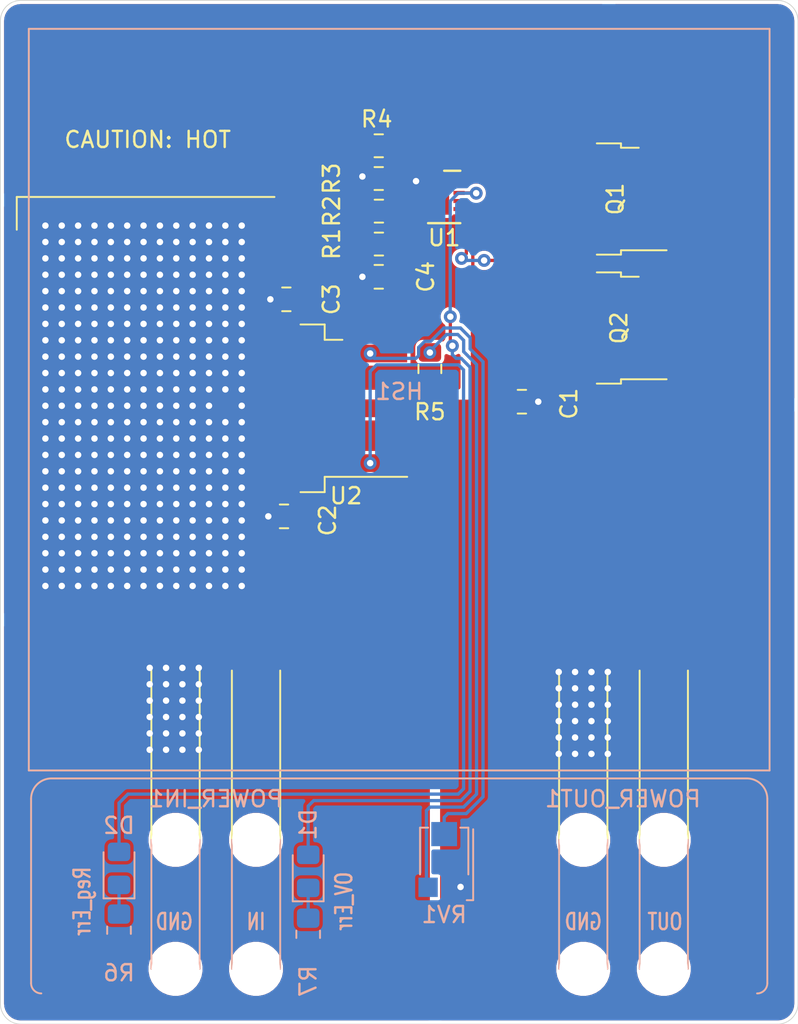
<source format=kicad_pcb>
(kicad_pcb (version 20171130) (host pcbnew "(5.1.9-0-10_14)")

  (general
    (thickness 1.6)
    (drawings 24)
    (tracks 529)
    (zones 0)
    (modules 21)
    (nets 16)
  )

  (page A4)
  (layers
    (0 F.Cu signal)
    (31 B.Cu signal)
    (32 B.Adhes user hide)
    (33 F.Adhes user hide)
    (34 B.Paste user)
    (35 F.Paste user)
    (36 B.SilkS user)
    (37 F.SilkS user)
    (38 B.Mask user)
    (39 F.Mask user)
    (40 Dwgs.User user)
    (41 Cmts.User user hide)
    (42 Eco1.User user hide)
    (43 Eco2.User user)
    (44 Edge.Cuts user)
    (45 Margin user)
    (46 B.CrtYd user)
    (47 F.CrtYd user)
    (48 B.Fab user hide)
    (49 F.Fab user hide)
  )

  (setup
    (last_trace_width 0.508)
    (user_trace_width 0.2032)
    (user_trace_width 0.254)
    (user_trace_width 0.508)
    (user_trace_width 0.762)
    (user_trace_width 1.016)
    (user_trace_width 2.54)
    (trace_clearance 0.2)
    (zone_clearance 0.2032)
    (zone_45_only no)
    (trace_min 0.2)
    (via_size 0.8)
    (via_drill 0.4)
    (via_min_size 0.4)
    (via_min_drill 0.3)
    (uvia_size 0.3)
    (uvia_drill 0.1)
    (uvias_allowed no)
    (uvia_min_size 0.2)
    (uvia_min_drill 0.1)
    (edge_width 0.05)
    (segment_width 0.2)
    (pcb_text_width 0.3)
    (pcb_text_size 1.5 1.5)
    (mod_edge_width 0.12)
    (mod_text_size 1 1)
    (mod_text_width 0.15)
    (pad_size 1.524 1.524)
    (pad_drill 0.762)
    (pad_to_mask_clearance 0)
    (aux_axis_origin 0 0)
    (visible_elements 7FFFFFFF)
    (pcbplotparams
      (layerselection 0x010fc_ffffffff)
      (usegerberextensions false)
      (usegerberattributes true)
      (usegerberadvancedattributes true)
      (creategerberjobfile true)
      (excludeedgelayer true)
      (linewidth 0.100000)
      (plotframeref false)
      (viasonmask false)
      (mode 1)
      (useauxorigin false)
      (hpglpennumber 1)
      (hpglpenspeed 20)
      (hpglpendiameter 15.000000)
      (psnegative false)
      (psa4output false)
      (plotreference true)
      (plotvalue true)
      (plotinvisibletext false)
      (padsonsilk false)
      (subtractmaskfromsilk false)
      (outputformat 1)
      (mirror false)
      (drillshape 1)
      (scaleselection 1)
      (outputdirectory ""))
  )

  (net 0 "")
  (net 1 GND)
  (net 2 VCC)
  (net 3 /vout)
  (net 4 "Net-(Q1-Pad3)")
  (net 5 "Net-(Q1-Pad1)")
  (net 6 "Net-(R4-Pad1)")
  (net 7 "Net-(R5-Pad2)")
  (net 8 /reg_out)
  (net 9 /Cutoff/uv_sense)
  (net 10 /Cutoff/ov_sense)
  (net 11 /error)
  (net 12 "Net-(D1-Pad1)")
  (net 13 /supp_error)
  (net 14 "Net-(RV1-Pad2)")
  (net 15 "Net-(D2-Pad1)")

  (net_class Default "This is the default net class."
    (clearance 0.2)
    (trace_width 0.25)
    (via_dia 0.8)
    (via_drill 0.4)
    (uvia_dia 0.3)
    (uvia_drill 0.1)
    (add_net /Cutoff/ov_sense)
    (add_net /Cutoff/uv_sense)
    (add_net /error)
    (add_net /reg_out)
    (add_net /supp_error)
    (add_net /vout)
    (add_net GND)
    (add_net "Net-(D1-Pad1)")
    (add_net "Net-(D2-Pad1)")
    (add_net "Net-(Q1-Pad1)")
    (add_net "Net-(Q1-Pad3)")
    (add_net "Net-(R4-Pad1)")
    (add_net "Net-(R5-Pad2)")
    (add_net "Net-(RV1-Pad2)")
    (add_net VCC)
  )

  (module Resistor_SMD:R_0805_2012Metric_Pad1.20x1.40mm_HandSolder (layer B.Cu) (tedit 5F68FEEE) (tstamp 603AD571)
    (at 418.846001 199.914 270)
    (descr "Resistor SMD 0805 (2012 Metric), square (rectangular) end terminal, IPC_7351 nominal with elongated pad for handsoldering. (Body size source: IPC-SM-782 page 72, https://www.pcb-3d.com/wordpress/wp-content/uploads/ipc-sm-782a_amendment_1_and_2.pdf), generated with kicad-footprint-generator")
    (tags "resistor handsolder")
    (path /603BAEA3)
    (attr smd)
    (fp_text reference R6 (at 2.651 0 180) (layer B.SilkS)
      (effects (font (size 1 1) (thickness 0.15)) (justify mirror))
    )
    (fp_text value 1k8 (at 0 -1.65 270) (layer B.Fab)
      (effects (font (size 1 1) (thickness 0.15)) (justify mirror))
    )
    (fp_text user %R (at 0 0 270) (layer B.Fab)
      (effects (font (size 0.5 0.5) (thickness 0.08)) (justify mirror))
    )
    (fp_line (start -1 -0.625) (end -1 0.625) (layer B.Fab) (width 0.1))
    (fp_line (start -1 0.625) (end 1 0.625) (layer B.Fab) (width 0.1))
    (fp_line (start 1 0.625) (end 1 -0.625) (layer B.Fab) (width 0.1))
    (fp_line (start 1 -0.625) (end -1 -0.625) (layer B.Fab) (width 0.1))
    (fp_line (start -0.227064 0.735) (end 0.227064 0.735) (layer B.SilkS) (width 0.12))
    (fp_line (start -0.227064 -0.735) (end 0.227064 -0.735) (layer B.SilkS) (width 0.12))
    (fp_line (start -1.85 -0.95) (end -1.85 0.95) (layer B.CrtYd) (width 0.05))
    (fp_line (start -1.85 0.95) (end 1.85 0.95) (layer B.CrtYd) (width 0.05))
    (fp_line (start 1.85 0.95) (end 1.85 -0.95) (layer B.CrtYd) (width 0.05))
    (fp_line (start 1.85 -0.95) (end -1.85 -0.95) (layer B.CrtYd) (width 0.05))
    (pad 2 smd roundrect (at 1 0 270) (size 1.2 1.4) (layers B.Cu B.Paste B.Mask) (roundrect_rratio 0.208333)
      (net 1 GND))
    (pad 1 smd roundrect (at -1 0 270) (size 1.2 1.4) (layers B.Cu B.Paste B.Mask) (roundrect_rratio 0.208333)
      (net 15 "Net-(D2-Pad1)"))
    (model ${KISYS3DMOD}/Resistor_SMD.3dshapes/R_0805_2012Metric.wrl
      (at (xyz 0 0 0))
      (scale (xyz 1 1 1))
      (rotate (xyz 0 0 0))
    )
  )

  (module LED_SMD:LED_0805_2012Metric_Pad1.15x1.40mm_HandSolder (layer B.Cu) (tedit 5F68FEF1) (tstamp 603ADF5D)
    (at 418.846 196.079 90)
    (descr "LED SMD 0805 (2012 Metric), square (rectangular) end terminal, IPC_7351 nominal, (Body size source: https://docs.google.com/spreadsheets/d/1BsfQQcO9C6DZCsRaXUlFlo91Tg2WpOkGARC1WS5S8t0/edit?usp=sharing), generated with kicad-footprint-generator")
    (tags "LED handsolder")
    (path /603BAE9B)
    (attr smd)
    (fp_text reference D2 (at 2.658 0 180) (layer B.SilkS)
      (effects (font (size 1 1) (thickness 0.15)) (justify mirror))
    )
    (fp_text value LED (at 0 -1.65 270) (layer B.Fab)
      (effects (font (size 1 1) (thickness 0.15)) (justify mirror))
    )
    (fp_text user %R (at 0 0 270) (layer B.Fab)
      (effects (font (size 0.5 0.5) (thickness 0.08)) (justify mirror))
    )
    (fp_line (start 1 0.6) (end -0.7 0.6) (layer B.Fab) (width 0.1))
    (fp_line (start -0.7 0.6) (end -1 0.3) (layer B.Fab) (width 0.1))
    (fp_line (start -1 0.3) (end -1 -0.6) (layer B.Fab) (width 0.1))
    (fp_line (start -1 -0.6) (end 1 -0.6) (layer B.Fab) (width 0.1))
    (fp_line (start 1 -0.6) (end 1 0.6) (layer B.Fab) (width 0.1))
    (fp_line (start 1 0.96) (end -1.86 0.96) (layer B.SilkS) (width 0.12))
    (fp_line (start -1.86 0.96) (end -1.86 -0.96) (layer B.SilkS) (width 0.12))
    (fp_line (start -1.86 -0.96) (end 1 -0.96) (layer B.SilkS) (width 0.12))
    (fp_line (start -1.85 -0.95) (end -1.85 0.95) (layer B.CrtYd) (width 0.05))
    (fp_line (start -1.85 0.95) (end 1.85 0.95) (layer B.CrtYd) (width 0.05))
    (fp_line (start 1.85 0.95) (end 1.85 -0.95) (layer B.CrtYd) (width 0.05))
    (fp_line (start 1.85 -0.95) (end -1.85 -0.95) (layer B.CrtYd) (width 0.05))
    (pad 2 smd roundrect (at 1.025 0 90) (size 1.15 1.4) (layers B.Cu B.Paste B.Mask) (roundrect_rratio 0.217391)
      (net 13 /supp_error))
    (pad 1 smd roundrect (at -1.025 0 90) (size 1.15 1.4) (layers B.Cu B.Paste B.Mask) (roundrect_rratio 0.217391)
      (net 15 "Net-(D2-Pad1)"))
    (model ${KISYS3DMOD}/LED_SMD.3dshapes/LED_0805_2012Metric.wrl
      (at (xyz 0 0 0))
      (scale (xyz 1 1 1))
      (rotate (xyz 0 0 0))
    )
  )

  (module wire-connector-lib:connector-wire-3cm2-2pin-smd (layer F.Cu) (tedit 603A3B44) (tstamp 60320320)
    (at 450.175 194.31)
    (path /602E8D12)
    (fp_text reference POWER_OUT1 (at -0.04 -2.54 180) (layer B.SilkS)
      (effects (font (size 1 1) (thickness 0.15)) (justify mirror))
    )
    (fp_text value Conn_01x02_Female (at 0 -13) (layer F.Fab)
      (effects (font (size 1 1) (thickness 0.15)))
    )
    (fp_line (start 4 -10.5) (end 4 0) (layer F.SilkS) (width 0.12))
    (fp_line (start 1 0) (end 1 -10.5) (layer F.SilkS) (width 0.12))
    (fp_line (start -1 -10.5) (end -1 0) (layer F.SilkS) (width 0.12))
    (fp_line (start -4 0) (end -4 -10.5) (layer F.SilkS) (width 0.12))
    (fp_line (start 1 8) (end 1 0) (layer B.SilkS) (width 0.12))
    (fp_line (start -1 0) (end -1 8) (layer B.SilkS) (width 0.12))
    (fp_line (start -4 8) (end -4 0) (layer B.SilkS) (width 0.12))
    (fp_line (start 4 0) (end 4 8) (layer B.SilkS) (width 0.12))
    (pad 2 smd rect (at 2.5 -8) (size 2.95 5) (layers F.Cu F.Paste F.Mask)
      (net 3 /vout))
    (pad 1 smd rect (at -2.5 -8) (size 2.95 5) (layers F.Cu F.Paste F.Mask)
      (net 1 GND))
    (pad "" np_thru_hole circle (at 2.5 8) (size 2.95 2.95) (drill 2.95) (layers *.Cu *.Mask))
    (pad "" np_thru_hole circle (at -2.5 8) (size 2.95 2.95) (drill 2.95) (layers *.Cu *.Mask))
    (pad "" np_thru_hole circle (at -2.5 0) (size 2.95 2.95) (drill 2.95) (layers *.Cu *.Mask))
    (pad "" np_thru_hole circle (at 2.5 0) (size 2.95 2.95) (drill 2.95) (layers *.Cu *.Mask))
  )

  (module wire-connector-lib:connector-wire-3cm2-2pin-smd (layer F.Cu) (tedit 603A3B44) (tstamp 603ABE99)
    (at 424.855 194.31)
    (path /602E4815)
    (fp_text reference POWER_IN1 (at 0 -2.54 180) (layer B.SilkS)
      (effects (font (size 1 1) (thickness 0.15)) (justify mirror))
    )
    (fp_text value Conn_01x02_Female (at 0 -13) (layer F.Fab)
      (effects (font (size 1 1) (thickness 0.15)))
    )
    (fp_line (start 4 -10.5) (end 4 0) (layer F.SilkS) (width 0.12))
    (fp_line (start 1 0) (end 1 -10.5) (layer F.SilkS) (width 0.12))
    (fp_line (start -1 -10.5) (end -1 0) (layer F.SilkS) (width 0.12))
    (fp_line (start -4 0) (end -4 -10.5) (layer F.SilkS) (width 0.12))
    (fp_line (start 1 8) (end 1 0) (layer B.SilkS) (width 0.12))
    (fp_line (start -1 0) (end -1 8) (layer B.SilkS) (width 0.12))
    (fp_line (start -4 8) (end -4 0) (layer B.SilkS) (width 0.12))
    (fp_line (start 4 0) (end 4 8) (layer B.SilkS) (width 0.12))
    (pad 2 smd rect (at 2.5 -8) (size 2.95 5) (layers F.Cu F.Paste F.Mask)
      (net 2 VCC))
    (pad 1 smd rect (at -2.5 -8) (size 2.95 5) (layers F.Cu F.Paste F.Mask)
      (net 1 GND))
    (pad "" np_thru_hole circle (at 2.5 8) (size 2.95 2.95) (drill 2.95) (layers *.Cu *.Mask))
    (pad "" np_thru_hole circle (at -2.5 8) (size 2.95 2.95) (drill 2.95) (layers *.Cu *.Mask))
    (pad "" np_thru_hole circle (at -2.5 0) (size 2.95 2.95) (drill 2.95) (layers *.Cu *.Mask))
    (pad "" np_thru_hole circle (at 2.5 0) (size 2.95 2.95) (drill 2.95) (layers *.Cu *.Mask))
  )

  (module potentiometer-lib:TC33X-2-201G (layer B.Cu) (tedit 603A31A6) (tstamp 603A9D57)
    (at 439.039 195.453 180)
    (path /602A1165/603A579E)
    (fp_text reference RV1 (at 0 -3.5) (layer B.SilkS)
      (effects (font (size 1 1) (thickness 0.15)) (justify mirror))
    )
    (fp_text value R_POT (at 0 3.5) (layer B.Fab)
      (effects (font (size 1 1) (thickness 0.15)) (justify mirror))
    )
    (fp_line (start 1 1.9) (end 1.5 1.9) (layer B.SilkS) (width 0.12))
    (fp_line (start 1.5 1.9) (end 1.5 -1) (layer B.SilkS) (width 0.12))
    (fp_line (start -1.5 1.9) (end -1.5 -1) (layer B.SilkS) (width 0.12))
    (fp_line (start -1.5 1.9) (end -1 1.9) (layer B.SilkS) (width 0.12))
    (fp_line (start -1.8 1.8) (end -1.8 -2.6) (layer B.SilkS) (width 0.12))
    (fp_line (start -1.8 -2.6) (end -1.4 -2.6) (layer B.SilkS) (width 0.12))
    (pad 3 smd rect (at 1 -1.8 180) (size 1.2 1.2) (layers B.Cu B.Paste B.Mask)
      (net 7 "Net-(R5-Pad2)"))
    (pad 2 smd rect (at 0 1.5 180) (size 1.6 1.5) (layers B.Cu B.Paste B.Mask)
      (net 14 "Net-(RV1-Pad2)"))
    (pad 1 smd rect (at -1 -1.8 180) (size 1.2 1.2) (layers B.Cu B.Paste B.Mask)
      (net 1 GND))
    (model ${KIPRJMOD}/TC33X-2-201G/TC33X-2-201G.step
      (offset (xyz 0 0 0.1))
      (scale (xyz 1 1 1))
      (rotate (xyz -90 0 0))
    )
  )

  (module heatsink-lib:Ohmite-BGAH450125E (layer B.Cu) (tedit 603A0705) (tstamp 603AC1FC)
    (at 436.245 167.005)
    (path /602A1165/603BE6AA)
    (fp_text reference HS1 (at 0 -0.5) (layer B.SilkS)
      (effects (font (size 1 1) (thickness 0.15)) (justify mirror))
    )
    (fp_text value Heatsink (at 0 0.5) (layer B.Fab)
      (effects (font (size 1 1) (thickness 0.15)) (justify mirror))
    )
    (fp_line (start 23 -23) (end 23 23) (layer B.SilkS) (width 0.12))
    (fp_line (start 23 -23) (end -23 -23) (layer B.SilkS) (width 0.12))
    (fp_line (start -23 23) (end 23 23) (layer B.SilkS) (width 0.12))
    (fp_line (start -23 -23) (end -23 23) (layer B.SilkS) (width 0.12))
  )

  (module Resistor_SMD:R_0805_2012Metric_Pad1.20x1.40mm_HandSolder (layer B.Cu) (tedit 5F68FEEE) (tstamp 603AA3BC)
    (at 430.5935 200.168 270)
    (descr "Resistor SMD 0805 (2012 Metric), square (rectangular) end terminal, IPC_7351 nominal with elongated pad for handsoldering. (Body size source: IPC-SM-782 page 72, https://www.pcb-3d.com/wordpress/wp-content/uploads/ipc-sm-782a_amendment_1_and_2.pdf), generated with kicad-footprint-generator")
    (tags "resistor handsolder")
    (path /603954F6)
    (attr smd)
    (fp_text reference R7 (at 2.905 0 270) (layer B.SilkS)
      (effects (font (size 1 1) (thickness 0.15)) (justify mirror))
    )
    (fp_text value 1k8 (at 0 -1.65 270) (layer B.Fab)
      (effects (font (size 1 1) (thickness 0.15)) (justify mirror))
    )
    (fp_line (start 1.85 -0.95) (end -1.85 -0.95) (layer B.CrtYd) (width 0.05))
    (fp_line (start 1.85 0.95) (end 1.85 -0.95) (layer B.CrtYd) (width 0.05))
    (fp_line (start -1.85 0.95) (end 1.85 0.95) (layer B.CrtYd) (width 0.05))
    (fp_line (start -1.85 -0.95) (end -1.85 0.95) (layer B.CrtYd) (width 0.05))
    (fp_line (start -0.227064 -0.735) (end 0.227064 -0.735) (layer B.SilkS) (width 0.12))
    (fp_line (start -0.227064 0.735) (end 0.227064 0.735) (layer B.SilkS) (width 0.12))
    (fp_line (start 1 -0.625) (end -1 -0.625) (layer B.Fab) (width 0.1))
    (fp_line (start 1 0.625) (end 1 -0.625) (layer B.Fab) (width 0.1))
    (fp_line (start -1 0.625) (end 1 0.625) (layer B.Fab) (width 0.1))
    (fp_line (start -1 -0.625) (end -1 0.625) (layer B.Fab) (width 0.1))
    (fp_text user %R (at 0 0 270) (layer B.Fab)
      (effects (font (size 0.5 0.5) (thickness 0.08)) (justify mirror))
    )
    (pad 2 smd roundrect (at 1 0 270) (size 1.2 1.4) (layers B.Cu B.Paste B.Mask) (roundrect_rratio 0.208333)
      (net 1 GND))
    (pad 1 smd roundrect (at -1 0 270) (size 1.2 1.4) (layers B.Cu B.Paste B.Mask) (roundrect_rratio 0.208333)
      (net 12 "Net-(D1-Pad1)"))
    (model ${KISYS3DMOD}/Resistor_SMD.3dshapes/R_0805_2012Metric.wrl
      (at (xyz 0 0 0))
      (scale (xyz 1 1 1))
      (rotate (xyz 0 0 0))
    )
  )

  (module LED_SMD:LED_0805_2012Metric_Pad1.15x1.40mm_HandSolder (layer B.Cu) (tedit 5F68FEF1) (tstamp 603AA388)
    (at 430.5935 196.2625 90)
    (descr "LED SMD 0805 (2012 Metric), square (rectangular) end terminal, IPC_7351 nominal, (Body size source: https://docs.google.com/spreadsheets/d/1BsfQQcO9C6DZCsRaXUlFlo91Tg2WpOkGARC1WS5S8t0/edit?usp=sharing), generated with kicad-footprint-generator")
    (tags "LED handsolder")
    (path /60393075)
    (attr smd)
    (fp_text reference D1 (at 2.905 0 270) (layer B.SilkS)
      (effects (font (size 1 1) (thickness 0.15)) (justify mirror))
    )
    (fp_text value LED (at 0 -1.65 270) (layer B.Fab)
      (effects (font (size 1 1) (thickness 0.15)) (justify mirror))
    )
    (fp_line (start 1.85 -0.95) (end -1.85 -0.95) (layer B.CrtYd) (width 0.05))
    (fp_line (start 1.85 0.95) (end 1.85 -0.95) (layer B.CrtYd) (width 0.05))
    (fp_line (start -1.85 0.95) (end 1.85 0.95) (layer B.CrtYd) (width 0.05))
    (fp_line (start -1.85 -0.95) (end -1.85 0.95) (layer B.CrtYd) (width 0.05))
    (fp_line (start -1.86 -0.96) (end 1 -0.96) (layer B.SilkS) (width 0.12))
    (fp_line (start -1.86 0.96) (end -1.86 -0.96) (layer B.SilkS) (width 0.12))
    (fp_line (start 1 0.96) (end -1.86 0.96) (layer B.SilkS) (width 0.12))
    (fp_line (start 1 -0.6) (end 1 0.6) (layer B.Fab) (width 0.1))
    (fp_line (start -1 -0.6) (end 1 -0.6) (layer B.Fab) (width 0.1))
    (fp_line (start -1 0.3) (end -1 -0.6) (layer B.Fab) (width 0.1))
    (fp_line (start -0.7 0.6) (end -1 0.3) (layer B.Fab) (width 0.1))
    (fp_line (start 1 0.6) (end -0.7 0.6) (layer B.Fab) (width 0.1))
    (fp_text user %R (at 0 0 270) (layer B.Fab)
      (effects (font (size 0.5 0.5) (thickness 0.08)) (justify mirror))
    )
    (pad 2 smd roundrect (at 1.025 0 90) (size 1.15 1.4) (layers B.Cu B.Paste B.Mask) (roundrect_rratio 0.217391)
      (net 11 /error))
    (pad 1 smd roundrect (at -1.025 0 90) (size 1.15 1.4) (layers B.Cu B.Paste B.Mask) (roundrect_rratio 0.217391)
      (net 12 "Net-(D1-Pad1)"))
    (model ${KISYS3DMOD}/LED_SMD.3dshapes/LED_0805_2012Metric.wrl
      (at (xyz 0 0 0))
      (scale (xyz 1 1 1))
      (rotate (xyz 0 0 0))
    )
  )

  (module Capacitor_SMD:C_0805_2012Metric_Pad1.18x1.45mm_HandSolder (layer F.Cu) (tedit 5F68FEEF) (tstamp 603A02B9)
    (at 434.975 159.385)
    (descr "Capacitor SMD 0805 (2012 Metric), square (rectangular) end terminal, IPC_7351 nominal with elongated pad for handsoldering. (Body size source: IPC-SM-782 page 76, https://www.pcb-3d.com/wordpress/wp-content/uploads/ipc-sm-782a_amendment_1_and_2.pdf, https://docs.google.com/spreadsheets/d/1BsfQQcO9C6DZCsRaXUlFlo91Tg2WpOkGARC1WS5S8t0/edit?usp=sharing), generated with kicad-footprint-generator")
    (tags "capacitor handsolder")
    (path /602C82B2/6034F4F1)
    (attr smd)
    (fp_text reference C4 (at 2.921 0 90) (layer F.SilkS)
      (effects (font (size 1 1) (thickness 0.15)))
    )
    (fp_text value 4.7uF (at 0 1.68) (layer F.Fab)
      (effects (font (size 1 1) (thickness 0.15)))
    )
    (fp_line (start 1.88 0.98) (end -1.88 0.98) (layer F.CrtYd) (width 0.05))
    (fp_line (start 1.88 -0.98) (end 1.88 0.98) (layer F.CrtYd) (width 0.05))
    (fp_line (start -1.88 -0.98) (end 1.88 -0.98) (layer F.CrtYd) (width 0.05))
    (fp_line (start -1.88 0.98) (end -1.88 -0.98) (layer F.CrtYd) (width 0.05))
    (fp_line (start -0.261252 0.735) (end 0.261252 0.735) (layer F.SilkS) (width 0.12))
    (fp_line (start -0.261252 -0.735) (end 0.261252 -0.735) (layer F.SilkS) (width 0.12))
    (fp_line (start 1 0.625) (end -1 0.625) (layer F.Fab) (width 0.1))
    (fp_line (start 1 -0.625) (end 1 0.625) (layer F.Fab) (width 0.1))
    (fp_line (start -1 -0.625) (end 1 -0.625) (layer F.Fab) (width 0.1))
    (fp_line (start -1 0.625) (end -1 -0.625) (layer F.Fab) (width 0.1))
    (fp_text user %R (at 0 0) (layer F.Fab)
      (effects (font (size 0.5 0.5) (thickness 0.08)))
    )
    (pad 2 smd roundrect (at 1.0375 0) (size 1.175 1.45) (layers F.Cu F.Paste F.Mask) (roundrect_rratio 0.212766)
      (net 8 /reg_out))
    (pad 1 smd roundrect (at -1.0375 0) (size 1.175 1.45) (layers F.Cu F.Paste F.Mask) (roundrect_rratio 0.212766)
      (net 1 GND))
    (model ${KISYS3DMOD}/Capacitor_SMD.3dshapes/C_0805_2012Metric.wrl
      (at (xyz 0 0 0))
      (scale (xyz 1 1 1))
      (rotate (xyz 0 0 0))
    )
  )

  (module Capacitor_SMD:C_0805_2012Metric_Pad1.18x1.45mm_HandSolder (layer F.Cu) (tedit 5F68FEEF) (tstamp 603285CA)
    (at 429.2385 160.782 180)
    (descr "Capacitor SMD 0805 (2012 Metric), square (rectangular) end terminal, IPC_7351 nominal with elongated pad for handsoldering. (Body size source: IPC-SM-782 page 76, https://www.pcb-3d.com/wordpress/wp-content/uploads/ipc-sm-782a_amendment_1_and_2.pdf, https://docs.google.com/spreadsheets/d/1BsfQQcO9C6DZCsRaXUlFlo91Tg2WpOkGARC1WS5S8t0/edit?usp=sharing), generated with kicad-footprint-generator")
    (tags "capacitor handsolder")
    (path /602A1165/602A5615)
    (attr smd)
    (fp_text reference C3 (at -2.794 0 90) (layer F.SilkS)
      (effects (font (size 1 1) (thickness 0.15)))
    )
    (fp_text value 10uF (at 0 1.68) (layer F.Fab)
      (effects (font (size 1 1) (thickness 0.15)))
    )
    (fp_line (start 1.88 0.98) (end -1.88 0.98) (layer F.CrtYd) (width 0.05))
    (fp_line (start 1.88 -0.98) (end 1.88 0.98) (layer F.CrtYd) (width 0.05))
    (fp_line (start -1.88 -0.98) (end 1.88 -0.98) (layer F.CrtYd) (width 0.05))
    (fp_line (start -1.88 0.98) (end -1.88 -0.98) (layer F.CrtYd) (width 0.05))
    (fp_line (start -0.261252 0.735) (end 0.261252 0.735) (layer F.SilkS) (width 0.12))
    (fp_line (start -0.261252 -0.735) (end 0.261252 -0.735) (layer F.SilkS) (width 0.12))
    (fp_line (start 1 0.625) (end -1 0.625) (layer F.Fab) (width 0.1))
    (fp_line (start 1 -0.625) (end 1 0.625) (layer F.Fab) (width 0.1))
    (fp_line (start -1 -0.625) (end 1 -0.625) (layer F.Fab) (width 0.1))
    (fp_line (start -1 0.625) (end -1 -0.625) (layer F.Fab) (width 0.1))
    (fp_text user %R (at 0 0) (layer F.Fab)
      (effects (font (size 0.5 0.5) (thickness 0.08)))
    )
    (pad 2 smd roundrect (at 1.0375 0 180) (size 1.175 1.45) (layers F.Cu F.Paste F.Mask) (roundrect_rratio 0.212766)
      (net 1 GND))
    (pad 1 smd roundrect (at -1.0375 0 180) (size 1.175 1.45) (layers F.Cu F.Paste F.Mask) (roundrect_rratio 0.212766)
      (net 8 /reg_out))
    (model ${KISYS3DMOD}/Capacitor_SMD.3dshapes/C_0805_2012Metric.wrl
      (at (xyz 0 0 0))
      (scale (xyz 1 1 1))
      (rotate (xyz 0 0 0))
    )
  )

  (module Capacitor_SMD:C_0805_2012Metric_Pad1.18x1.45mm_HandSolder (layer F.Cu) (tedit 5F68FEEF) (tstamp 60328600)
    (at 429.0925 174.244 180)
    (descr "Capacitor SMD 0805 (2012 Metric), square (rectangular) end terminal, IPC_7351 nominal with elongated pad for handsoldering. (Body size source: IPC-SM-782 page 76, https://www.pcb-3d.com/wordpress/wp-content/uploads/ipc-sm-782a_amendment_1_and_2.pdf, https://docs.google.com/spreadsheets/d/1BsfQQcO9C6DZCsRaXUlFlo91Tg2WpOkGARC1WS5S8t0/edit?usp=sharing), generated with kicad-footprint-generator")
    (tags "capacitor handsolder")
    (path /602A1165/602A55D2)
    (attr smd)
    (fp_text reference C2 (at -2.7075 -0.254 90) (layer F.SilkS)
      (effects (font (size 1 1) (thickness 0.15)))
    )
    (fp_text value 10uF (at 0 1.68) (layer F.Fab)
      (effects (font (size 1 1) (thickness 0.15)))
    )
    (fp_line (start 1.88 0.98) (end -1.88 0.98) (layer F.CrtYd) (width 0.05))
    (fp_line (start 1.88 -0.98) (end 1.88 0.98) (layer F.CrtYd) (width 0.05))
    (fp_line (start -1.88 -0.98) (end 1.88 -0.98) (layer F.CrtYd) (width 0.05))
    (fp_line (start -1.88 0.98) (end -1.88 -0.98) (layer F.CrtYd) (width 0.05))
    (fp_line (start -0.261252 0.735) (end 0.261252 0.735) (layer F.SilkS) (width 0.12))
    (fp_line (start -0.261252 -0.735) (end 0.261252 -0.735) (layer F.SilkS) (width 0.12))
    (fp_line (start 1 0.625) (end -1 0.625) (layer F.Fab) (width 0.1))
    (fp_line (start 1 -0.625) (end 1 0.625) (layer F.Fab) (width 0.1))
    (fp_line (start -1 -0.625) (end 1 -0.625) (layer F.Fab) (width 0.1))
    (fp_line (start -1 0.625) (end -1 -0.625) (layer F.Fab) (width 0.1))
    (fp_text user %R (at 0 0) (layer F.Fab)
      (effects (font (size 0.5 0.5) (thickness 0.08)))
    )
    (pad 2 smd roundrect (at 1.0375 0 180) (size 1.175 1.45) (layers F.Cu F.Paste F.Mask) (roundrect_rratio 0.212766)
      (net 1 GND))
    (pad 1 smd roundrect (at -1.0375 0 180) (size 1.175 1.45) (layers F.Cu F.Paste F.Mask) (roundrect_rratio 0.212766)
      (net 2 VCC))
    (model ${KISYS3DMOD}/Capacitor_SMD.3dshapes/C_0805_2012Metric.wrl
      (at (xyz 0 0 0))
      (scale (xyz 1 1 1))
      (rotate (xyz 0 0 0))
    )
  )

  (module Capacitor_SMD:C_0805_2012Metric_Pad1.18x1.45mm_HandSolder (layer F.Cu) (tedit 5F68FEEF) (tstamp 603A0349)
    (at 443.865 167.132)
    (descr "Capacitor SMD 0805 (2012 Metric), square (rectangular) end terminal, IPC_7351 nominal with elongated pad for handsoldering. (Body size source: IPC-SM-782 page 76, https://www.pcb-3d.com/wordpress/wp-content/uploads/ipc-sm-782a_amendment_1_and_2.pdf, https://docs.google.com/spreadsheets/d/1BsfQQcO9C6DZCsRaXUlFlo91Tg2WpOkGARC1WS5S8t0/edit?usp=sharing), generated with kicad-footprint-generator")
    (tags "capacitor handsolder")
    (path /602C82B2/602CD1EF)
    (attr smd)
    (fp_text reference C1 (at 2.921 0.127 90) (layer F.SilkS)
      (effects (font (size 1 1) (thickness 0.15)))
    )
    (fp_text value 10uF (at 0 1.68) (layer F.Fab)
      (effects (font (size 1 1) (thickness 0.15)))
    )
    (fp_line (start 1.88 0.98) (end -1.88 0.98) (layer F.CrtYd) (width 0.05))
    (fp_line (start 1.88 -0.98) (end 1.88 0.98) (layer F.CrtYd) (width 0.05))
    (fp_line (start -1.88 -0.98) (end 1.88 -0.98) (layer F.CrtYd) (width 0.05))
    (fp_line (start -1.88 0.98) (end -1.88 -0.98) (layer F.CrtYd) (width 0.05))
    (fp_line (start -0.261252 0.735) (end 0.261252 0.735) (layer F.SilkS) (width 0.12))
    (fp_line (start -0.261252 -0.735) (end 0.261252 -0.735) (layer F.SilkS) (width 0.12))
    (fp_line (start 1 0.625) (end -1 0.625) (layer F.Fab) (width 0.1))
    (fp_line (start 1 -0.625) (end 1 0.625) (layer F.Fab) (width 0.1))
    (fp_line (start -1 -0.625) (end 1 -0.625) (layer F.Fab) (width 0.1))
    (fp_line (start -1 0.625) (end -1 -0.625) (layer F.Fab) (width 0.1))
    (fp_text user %R (at 0 0) (layer F.Fab)
      (effects (font (size 0.5 0.5) (thickness 0.08)))
    )
    (pad 2 smd roundrect (at 1.0375 0) (size 1.175 1.45) (layers F.Cu F.Paste F.Mask) (roundrect_rratio 0.212766)
      (net 1 GND))
    (pad 1 smd roundrect (at -1.0375 0) (size 1.175 1.45) (layers F.Cu F.Paste F.Mask) (roundrect_rratio 0.212766)
      (net 3 /vout))
    (model ${KISYS3DMOD}/Capacitor_SMD.3dshapes/C_0805_2012Metric.wrl
      (at (xyz 0 0 0))
      (scale (xyz 1 1 1))
      (rotate (xyz 0 0 0))
    )
  )

  (module Package_TO_SOT_SMD:TO-263-5_TabPin3 (layer F.Cu) (tedit 5A70FBB6) (tstamp 60328683)
    (at 428.667 167.542 180)
    (descr "TO-263 / D2PAK / DDPAK SMD package, http://www.infineon.com/cms/en/product/packages/PG-TO263/PG-TO263-5-1/")
    (tags "D2PAK DDPAK TO-263 D2PAK-5 TO-263-5 SOT-426")
    (path /602A1165/602A55FC)
    (attr smd)
    (fp_text reference U2 (at -4.276 -5.432) (layer F.SilkS)
      (effects (font (size 1 1) (thickness 0.15)))
    )
    (fp_text value MIC29303WU (at 0 6.65) (layer F.Fab)
      (effects (font (size 1 1) (thickness 0.15)))
    )
    (fp_line (start 6.5 -5) (end 7.5 -5) (layer F.Fab) (width 0.1))
    (fp_line (start 7.5 -5) (end 7.5 5) (layer F.Fab) (width 0.1))
    (fp_line (start 7.5 5) (end 6.5 5) (layer F.Fab) (width 0.1))
    (fp_line (start 6.5 -5) (end 6.5 5) (layer F.Fab) (width 0.1))
    (fp_line (start 6.5 5) (end -2.75 5) (layer F.Fab) (width 0.1))
    (fp_line (start -2.75 5) (end -2.75 -4) (layer F.Fab) (width 0.1))
    (fp_line (start -2.75 -4) (end -1.75 -5) (layer F.Fab) (width 0.1))
    (fp_line (start -1.75 -5) (end 6.5 -5) (layer F.Fab) (width 0.1))
    (fp_line (start -2.75 -3.8) (end -7.45 -3.8) (layer F.Fab) (width 0.1))
    (fp_line (start -7.45 -3.8) (end -7.45 -3) (layer F.Fab) (width 0.1))
    (fp_line (start -7.45 -3) (end -2.75 -3) (layer F.Fab) (width 0.1))
    (fp_line (start -2.75 -2.1) (end -7.45 -2.1) (layer F.Fab) (width 0.1))
    (fp_line (start -7.45 -2.1) (end -7.45 -1.3) (layer F.Fab) (width 0.1))
    (fp_line (start -7.45 -1.3) (end -2.75 -1.3) (layer F.Fab) (width 0.1))
    (fp_line (start -2.75 -0.4) (end -7.45 -0.4) (layer F.Fab) (width 0.1))
    (fp_line (start -7.45 -0.4) (end -7.45 0.4) (layer F.Fab) (width 0.1))
    (fp_line (start -7.45 0.4) (end -2.75 0.4) (layer F.Fab) (width 0.1))
    (fp_line (start -2.75 1.3) (end -7.45 1.3) (layer F.Fab) (width 0.1))
    (fp_line (start -7.45 1.3) (end -7.45 2.1) (layer F.Fab) (width 0.1))
    (fp_line (start -7.45 2.1) (end -2.75 2.1) (layer F.Fab) (width 0.1))
    (fp_line (start -2.75 3) (end -7.45 3) (layer F.Fab) (width 0.1))
    (fp_line (start -7.45 3) (end -7.45 3.8) (layer F.Fab) (width 0.1))
    (fp_line (start -7.45 3.8) (end -2.75 3.8) (layer F.Fab) (width 0.1))
    (fp_line (start -1.45 -5.2) (end -2.95 -5.2) (layer F.SilkS) (width 0.12))
    (fp_line (start -2.95 -5.2) (end -2.95 -4.25) (layer F.SilkS) (width 0.12))
    (fp_line (start -2.95 -4.25) (end -8.075 -4.25) (layer F.SilkS) (width 0.12))
    (fp_line (start -1.45 5.2) (end -2.95 5.2) (layer F.SilkS) (width 0.12))
    (fp_line (start -2.95 5.2) (end -2.95 4.25) (layer F.SilkS) (width 0.12))
    (fp_line (start -2.95 4.25) (end -4.05 4.25) (layer F.SilkS) (width 0.12))
    (fp_line (start -8.32 -5.65) (end -8.32 5.65) (layer F.CrtYd) (width 0.05))
    (fp_line (start -8.32 5.65) (end 8.32 5.65) (layer F.CrtYd) (width 0.05))
    (fp_line (start 8.32 5.65) (end 8.32 -5.65) (layer F.CrtYd) (width 0.05))
    (fp_line (start 8.32 -5.65) (end -8.32 -5.65) (layer F.CrtYd) (width 0.05))
    (fp_text user %R (at 0 0) (layer F.Fab)
      (effects (font (size 1 1) (thickness 0.15)))
    )
    (pad 1 smd rect (at -5.775 -3.4 180) (size 4.6 1.1) (layers F.Cu F.Paste F.Mask)
      (net 13 /supp_error))
    (pad 2 smd rect (at -5.775 -1.7 180) (size 4.6 1.1) (layers F.Cu F.Paste F.Mask)
      (net 2 VCC))
    (pad 3 smd rect (at -5.775 0 180) (size 4.6 1.1) (layers F.Cu F.Paste F.Mask)
      (net 1 GND))
    (pad 4 smd rect (at -5.775 1.7 180) (size 4.6 1.1) (layers F.Cu F.Paste F.Mask)
      (net 8 /reg_out))
    (pad 5 smd rect (at -5.775 3.4 180) (size 4.6 1.1) (layers F.Cu F.Paste F.Mask)
      (net 14 "Net-(RV1-Pad2)"))
    (pad 3 smd rect (at 3.375 0 180) (size 9.4 10.8) (layers F.Cu F.Mask)
      (net 1 GND))
    (pad "" smd rect (at 5.8 2.775 180) (size 4.55 5.25) (layers F.Paste))
    (pad "" smd rect (at 0.95 -2.775 180) (size 4.55 5.25) (layers F.Paste))
    (pad "" smd rect (at 5.8 -2.775 180) (size 4.55 5.25) (layers F.Paste))
    (pad "" smd rect (at 0.95 2.775 180) (size 4.55 5.25) (layers F.Paste))
    (model ${KISYS3DMOD}/Package_TO_SOT_SMD.3dshapes/TO-263-5_TabPin3.wrl
      (at (xyz 0 0 0))
      (scale (xyz 1 1 1))
      (rotate (xyz 0 0 0))
    )
  )

  (module Package_DFN_QFN:DFN-8-1EP_2x3mm_P0.5mm_EP0.61x2.2mm (layer F.Cu) (tedit 5EA4BD52) (tstamp 603A03ED)
    (at 439.039 154.432)
    (descr "DDB Package; 8-Lead Plastic DFN (3mm x 2mm) (see Linear Technology DFN_8_05-08-1702.pdf)")
    (tags "DFN 0.5")
    (path /602C82B2/602CD1DE)
    (attr smd)
    (fp_text reference U1 (at 0 2.54) (layer F.SilkS)
      (effects (font (size 1 1) (thickness 0.15)))
    )
    (fp_text value LTC4365DDB (at 0 2.55) (layer F.Fab)
      (effects (font (size 1 1) (thickness 0.15)))
    )
    (fp_line (start -0.5 -1.5) (end 1 -1.5) (layer F.Fab) (width 0.15))
    (fp_line (start 1 -1.5) (end 1 1.5) (layer F.Fab) (width 0.15))
    (fp_line (start 1 1.5) (end -1 1.5) (layer F.Fab) (width 0.15))
    (fp_line (start -1 1.5) (end -1 -1) (layer F.Fab) (width 0.15))
    (fp_line (start -1 -1) (end -0.5 -1.5) (layer F.Fab) (width 0.15))
    (fp_line (start -1.55 -1.8) (end -1.55 1.8) (layer F.CrtYd) (width 0.05))
    (fp_line (start 1.55 -1.8) (end 1.55 1.8) (layer F.CrtYd) (width 0.05))
    (fp_line (start -1.55 -1.8) (end 1.55 -1.8) (layer F.CrtYd) (width 0.05))
    (fp_line (start -1.55 1.8) (end 1.55 1.8) (layer F.CrtYd) (width 0.05))
    (fp_line (start -1 1.625) (end 1 1.625) (layer F.SilkS) (width 0.15))
    (fp_line (start 0 -1.625) (end 1 -1.625) (layer F.SilkS) (width 0.15))
    (fp_text user %R (at 0 0 90) (layer F.Fab)
      (effects (font (size 0.5 0.5) (thickness 0.075)))
    )
    (pad 1 smd rect (at -0.925 -0.75) (size 0.7 0.25) (layers F.Cu F.Paste F.Mask)
      (net 1 GND))
    (pad 2 smd rect (at -0.925 -0.25) (size 0.7 0.25) (layers F.Cu F.Paste F.Mask)
      (net 10 /Cutoff/ov_sense))
    (pad 3 smd rect (at -0.925 0.25) (size 0.7 0.25) (layers F.Cu F.Paste F.Mask)
      (net 9 /Cutoff/uv_sense))
    (pad 4 smd rect (at -0.925 0.75) (size 0.7 0.25) (layers F.Cu F.Paste F.Mask)
      (net 8 /reg_out))
    (pad 5 smd rect (at 0.925 0.75) (size 0.7 0.25) (layers F.Cu F.Paste F.Mask)
      (net 5 "Net-(Q1-Pad1)"))
    (pad 6 smd rect (at 0.925 0.25) (size 0.7 0.25) (layers F.Cu F.Paste F.Mask)
      (net 3 /vout))
    (pad 7 smd rect (at 0.925 -0.25) (size 0.7 0.25) (layers F.Cu F.Paste F.Mask)
      (net 11 /error))
    (pad 8 smd rect (at 0.925 -0.75) (size 0.7 0.25) (layers F.Cu F.Paste F.Mask)
      (net 6 "Net-(R4-Pad1)"))
    (pad 9 smd rect (at 0 0) (size 0.61 2.2) (layers F.Cu F.Mask)
      (net 1 GND))
    (pad "" smd rect (at 0 -0.734) (size 0.5 0.59) (layers F.Paste))
    (pad "" smd rect (at 0 0) (size 0.5 0.59) (layers F.Paste))
    (pad "" smd rect (at 0 0.734) (size 0.5 0.59) (layers F.Paste))
    (model ${KISYS3DMOD}/Package_DFN_QFN.3dshapes/DFN-8-1EP_2x3mm_P0.5mm_EP0.61x2.2mm.wrl
      (at (xyz 0 0 0))
      (scale (xyz 1 1 1))
      (rotate (xyz 0 0 0))
    )
  )

  (module Resistor_SMD:R_0805_2012Metric_Pad1.15x1.40mm_HandSolder (layer F.Cu) (tedit 5B36C52B) (tstamp 60328634)
    (at 438.15 165.1 90)
    (descr "Resistor SMD 0805 (2012 Metric), square (rectangular) end terminal, IPC_7351 nominal with elongated pad for handsoldering. (Body size source: https://docs.google.com/spreadsheets/d/1BsfQQcO9C6DZCsRaXUlFlo91Tg2WpOkGARC1WS5S8t0/edit?usp=sharing), generated with kicad-footprint-generator")
    (tags "resistor handsolder")
    (path /602A1165/602A55C2)
    (attr smd)
    (fp_text reference R5 (at -2.667 0 180) (layer F.SilkS)
      (effects (font (size 1 1) (thickness 0.15)))
    )
    (fp_text value 18 (at 0 1.65 90) (layer F.Fab)
      (effects (font (size 1 1) (thickness 0.15)))
    )
    (fp_line (start 1.85 0.95) (end -1.85 0.95) (layer F.CrtYd) (width 0.05))
    (fp_line (start 1.85 -0.95) (end 1.85 0.95) (layer F.CrtYd) (width 0.05))
    (fp_line (start -1.85 -0.95) (end 1.85 -0.95) (layer F.CrtYd) (width 0.05))
    (fp_line (start -1.85 0.95) (end -1.85 -0.95) (layer F.CrtYd) (width 0.05))
    (fp_line (start -0.261252 0.71) (end 0.261252 0.71) (layer F.SilkS) (width 0.12))
    (fp_line (start -0.261252 -0.71) (end 0.261252 -0.71) (layer F.SilkS) (width 0.12))
    (fp_line (start 1 0.6) (end -1 0.6) (layer F.Fab) (width 0.1))
    (fp_line (start 1 -0.6) (end 1 0.6) (layer F.Fab) (width 0.1))
    (fp_line (start -1 -0.6) (end 1 -0.6) (layer F.Fab) (width 0.1))
    (fp_line (start -1 0.6) (end -1 -0.6) (layer F.Fab) (width 0.1))
    (fp_text user %R (at 0 0 90) (layer F.Fab)
      (effects (font (size 0.5 0.5) (thickness 0.08)))
    )
    (pad 2 smd roundrect (at 1.025 0 90) (size 1.15 1.4) (layers F.Cu F.Paste F.Mask) (roundrect_rratio 0.217391)
      (net 7 "Net-(R5-Pad2)"))
    (pad 1 smd roundrect (at -1.025 0 90) (size 1.15 1.4) (layers F.Cu F.Paste F.Mask) (roundrect_rratio 0.217391)
      (net 8 /reg_out))
    (model ${KISYS3DMOD}/Resistor_SMD.3dshapes/R_0805_2012Metric.wrl
      (at (xyz 0 0 0))
      (scale (xyz 1 1 1))
      (rotate (xyz 0 0 0))
    )
  )

  (module Resistor_SMD:R_0805_2012Metric_Pad1.15x1.40mm_HandSolder (layer F.Cu) (tedit 5B36C52B) (tstamp 603A0259)
    (at 434.975 151.257 180)
    (descr "Resistor SMD 0805 (2012 Metric), square (rectangular) end terminal, IPC_7351 nominal with elongated pad for handsoldering. (Body size source: https://docs.google.com/spreadsheets/d/1BsfQQcO9C6DZCsRaXUlFlo91Tg2WpOkGARC1WS5S8t0/edit?usp=sharing), generated with kicad-footprint-generator")
    (tags "resistor handsolder")
    (path /602C82B2/602CD21D)
    (attr smd)
    (fp_text reference R4 (at 0.127 1.651 180) (layer F.SilkS)
      (effects (font (size 1 1) (thickness 0.15)))
    )
    (fp_text value 100k (at 0 1.65) (layer F.Fab)
      (effects (font (size 1 1) (thickness 0.15)))
    )
    (fp_line (start 1.85 0.95) (end -1.85 0.95) (layer F.CrtYd) (width 0.05))
    (fp_line (start 1.85 -0.95) (end 1.85 0.95) (layer F.CrtYd) (width 0.05))
    (fp_line (start -1.85 -0.95) (end 1.85 -0.95) (layer F.CrtYd) (width 0.05))
    (fp_line (start -1.85 0.95) (end -1.85 -0.95) (layer F.CrtYd) (width 0.05))
    (fp_line (start -0.261252 0.71) (end 0.261252 0.71) (layer F.SilkS) (width 0.12))
    (fp_line (start -0.261252 -0.71) (end 0.261252 -0.71) (layer F.SilkS) (width 0.12))
    (fp_line (start 1 0.6) (end -1 0.6) (layer F.Fab) (width 0.1))
    (fp_line (start 1 -0.6) (end 1 0.6) (layer F.Fab) (width 0.1))
    (fp_line (start -1 -0.6) (end 1 -0.6) (layer F.Fab) (width 0.1))
    (fp_line (start -1 0.6) (end -1 -0.6) (layer F.Fab) (width 0.1))
    (fp_text user %R (at 0 0) (layer F.Fab)
      (effects (font (size 0.5 0.5) (thickness 0.08)))
    )
    (pad 2 smd roundrect (at 1.025 0 180) (size 1.15 1.4) (layers F.Cu F.Paste F.Mask) (roundrect_rratio 0.217391)
      (net 8 /reg_out))
    (pad 1 smd roundrect (at -1.025 0 180) (size 1.15 1.4) (layers F.Cu F.Paste F.Mask) (roundrect_rratio 0.217391)
      (net 6 "Net-(R4-Pad1)"))
    (model ${KISYS3DMOD}/Resistor_SMD.3dshapes/R_0805_2012Metric.wrl
      (at (xyz 0 0 0))
      (scale (xyz 1 1 1))
      (rotate (xyz 0 0 0))
    )
  )

  (module Resistor_SMD:R_0805_2012Metric_Pad1.15x1.40mm_HandSolder (layer F.Cu) (tedit 5B36C52B) (tstamp 603A0289)
    (at 434.975 153.289 180)
    (descr "Resistor SMD 0805 (2012 Metric), square (rectangular) end terminal, IPC_7351 nominal with elongated pad for handsoldering. (Body size source: https://docs.google.com/spreadsheets/d/1BsfQQcO9C6DZCsRaXUlFlo91Tg2WpOkGARC1WS5S8t0/edit?usp=sharing), generated with kicad-footprint-generator")
    (tags "resistor handsolder")
    (path /602C82B2/602CD216)
    (attr smd)
    (fp_text reference R3 (at 2.93 0 270) (layer F.SilkS)
      (effects (font (size 1 1) (thickness 0.15)))
    )
    (fp_text value 100k (at 0 1.65) (layer F.Fab)
      (effects (font (size 1 1) (thickness 0.15)))
    )
    (fp_line (start 1.85 0.95) (end -1.85 0.95) (layer F.CrtYd) (width 0.05))
    (fp_line (start 1.85 -0.95) (end 1.85 0.95) (layer F.CrtYd) (width 0.05))
    (fp_line (start -1.85 -0.95) (end 1.85 -0.95) (layer F.CrtYd) (width 0.05))
    (fp_line (start -1.85 0.95) (end -1.85 -0.95) (layer F.CrtYd) (width 0.05))
    (fp_line (start -0.261252 0.71) (end 0.261252 0.71) (layer F.SilkS) (width 0.12))
    (fp_line (start -0.261252 -0.71) (end 0.261252 -0.71) (layer F.SilkS) (width 0.12))
    (fp_line (start 1 0.6) (end -1 0.6) (layer F.Fab) (width 0.1))
    (fp_line (start 1 -0.6) (end 1 0.6) (layer F.Fab) (width 0.1))
    (fp_line (start -1 -0.6) (end 1 -0.6) (layer F.Fab) (width 0.1))
    (fp_line (start -1 0.6) (end -1 -0.6) (layer F.Fab) (width 0.1))
    (fp_text user %R (at 0 0) (layer F.Fab)
      (effects (font (size 0.5 0.5) (thickness 0.08)))
    )
    (pad 2 smd roundrect (at 1.025 0 180) (size 1.15 1.4) (layers F.Cu F.Paste F.Mask) (roundrect_rratio 0.217391)
      (net 1 GND))
    (pad 1 smd roundrect (at -1.025 0 180) (size 1.15 1.4) (layers F.Cu F.Paste F.Mask) (roundrect_rratio 0.217391)
      (net 10 /Cutoff/ov_sense))
    (model ${KISYS3DMOD}/Resistor_SMD.3dshapes/R_0805_2012Metric.wrl
      (at (xyz 0 0 0))
      (scale (xyz 1 1 1))
      (rotate (xyz 0 0 0))
    )
  )

  (module Resistor_SMD:R_0805_2012Metric_Pad1.15x1.40mm_HandSolder (layer F.Cu) (tedit 5B36C52B) (tstamp 603A02E9)
    (at 434.984 155.312 180)
    (descr "Resistor SMD 0805 (2012 Metric), square (rectangular) end terminal, IPC_7351 nominal with elongated pad for handsoldering. (Body size source: https://docs.google.com/spreadsheets/d/1BsfQQcO9C6DZCsRaXUlFlo91Tg2WpOkGARC1WS5S8t0/edit?usp=sharing), generated with kicad-footprint-generator")
    (tags "resistor handsolder")
    (path /602C82B2/602CD23A)
    (attr smd)
    (fp_text reference R2 (at 2.93 -0.009 270) (layer F.SilkS)
      (effects (font (size 1 1) (thickness 0.15)))
    )
    (fp_text value 200k (at 0 1.65) (layer F.Fab)
      (effects (font (size 1 1) (thickness 0.15)))
    )
    (fp_line (start 1.85 0.95) (end -1.85 0.95) (layer F.CrtYd) (width 0.05))
    (fp_line (start 1.85 -0.95) (end 1.85 0.95) (layer F.CrtYd) (width 0.05))
    (fp_line (start -1.85 -0.95) (end 1.85 -0.95) (layer F.CrtYd) (width 0.05))
    (fp_line (start -1.85 0.95) (end -1.85 -0.95) (layer F.CrtYd) (width 0.05))
    (fp_line (start -0.261252 0.71) (end 0.261252 0.71) (layer F.SilkS) (width 0.12))
    (fp_line (start -0.261252 -0.71) (end 0.261252 -0.71) (layer F.SilkS) (width 0.12))
    (fp_line (start 1 0.6) (end -1 0.6) (layer F.Fab) (width 0.1))
    (fp_line (start 1 -0.6) (end 1 0.6) (layer F.Fab) (width 0.1))
    (fp_line (start -1 -0.6) (end 1 -0.6) (layer F.Fab) (width 0.1))
    (fp_line (start -1 0.6) (end -1 -0.6) (layer F.Fab) (width 0.1))
    (fp_text user %R (at 0 0) (layer F.Fab)
      (effects (font (size 0.5 0.5) (thickness 0.08)))
    )
    (pad 2 smd roundrect (at 1.025 0 180) (size 1.15 1.4) (layers F.Cu F.Paste F.Mask) (roundrect_rratio 0.217391)
      (net 10 /Cutoff/ov_sense))
    (pad 1 smd roundrect (at -1.025 0 180) (size 1.15 1.4) (layers F.Cu F.Paste F.Mask) (roundrect_rratio 0.217391)
      (net 9 /Cutoff/uv_sense))
    (model ${KISYS3DMOD}/Resistor_SMD.3dshapes/R_0805_2012Metric.wrl
      (at (xyz 0 0 0))
      (scale (xyz 1 1 1))
      (rotate (xyz 0 0 0))
    )
  )

  (module Resistor_SMD:R_0805_2012Metric_Pad1.15x1.40mm_HandSolder (layer F.Cu) (tedit 5B36C52B) (tstamp 603A0319)
    (at 434.984 157.353 180)
    (descr "Resistor SMD 0805 (2012 Metric), square (rectangular) end terminal, IPC_7351 nominal with elongated pad for handsoldering. (Body size source: https://docs.google.com/spreadsheets/d/1BsfQQcO9C6DZCsRaXUlFlo91Tg2WpOkGARC1WS5S8t0/edit?usp=sharing), generated with kicad-footprint-generator")
    (tags "resistor handsolder")
    (path /602C82B2/602CD244)
    (attr smd)
    (fp_text reference R1 (at 2.93 0 270) (layer F.SilkS)
      (effects (font (size 1 1) (thickness 0.15)))
    )
    (fp_text value 2.7M (at 0 1.65) (layer F.Fab)
      (effects (font (size 1 1) (thickness 0.15)))
    )
    (fp_line (start 1.85 0.95) (end -1.85 0.95) (layer F.CrtYd) (width 0.05))
    (fp_line (start 1.85 -0.95) (end 1.85 0.95) (layer F.CrtYd) (width 0.05))
    (fp_line (start -1.85 -0.95) (end 1.85 -0.95) (layer F.CrtYd) (width 0.05))
    (fp_line (start -1.85 0.95) (end -1.85 -0.95) (layer F.CrtYd) (width 0.05))
    (fp_line (start -0.261252 0.71) (end 0.261252 0.71) (layer F.SilkS) (width 0.12))
    (fp_line (start -0.261252 -0.71) (end 0.261252 -0.71) (layer F.SilkS) (width 0.12))
    (fp_line (start 1 0.6) (end -1 0.6) (layer F.Fab) (width 0.1))
    (fp_line (start 1 -0.6) (end 1 0.6) (layer F.Fab) (width 0.1))
    (fp_line (start -1 -0.6) (end 1 -0.6) (layer F.Fab) (width 0.1))
    (fp_line (start -1 0.6) (end -1 -0.6) (layer F.Fab) (width 0.1))
    (fp_text user %R (at 0 0) (layer F.Fab)
      (effects (font (size 0.5 0.5) (thickness 0.08)))
    )
    (pad 2 smd roundrect (at 1.025 0 180) (size 1.15 1.4) (layers F.Cu F.Paste F.Mask) (roundrect_rratio 0.217391)
      (net 9 /Cutoff/uv_sense))
    (pad 1 smd roundrect (at -1.025 0 180) (size 1.15 1.4) (layers F.Cu F.Paste F.Mask) (roundrect_rratio 0.217391)
      (net 8 /reg_out))
    (model ${KISYS3DMOD}/Resistor_SMD.3dshapes/R_0805_2012Metric.wrl
      (at (xyz 0 0 0))
      (scale (xyz 1 1 1))
      (rotate (xyz 0 0 0))
    )
  )

  (module Package_TO_SOT_SMD:TO-252-2 (layer F.Cu) (tedit 5A70A390) (tstamp 603A038C)
    (at 447.548 162.56 180)
    (descr "TO-252 / DPAK SMD package, http://www.infineon.com/cms/en/product/packages/PG-TO252/PG-TO252-3-1/")
    (tags "DPAK TO-252 DPAK-3 TO-252-3 SOT-428")
    (path /602C82B2/602CD259)
    (attr smd)
    (fp_text reference Q2 (at -2.345 0 270) (layer F.SilkS)
      (effects (font (size 1 1) (thickness 0.15)))
    )
    (fp_text value Q_NMOS_DGS (at 0 4.5) (layer F.Fab)
      (effects (font (size 1 1) (thickness 0.15)))
    )
    (fp_line (start 3.95 -2.7) (end 4.95 -2.7) (layer F.Fab) (width 0.1))
    (fp_line (start 4.95 -2.7) (end 4.95 2.7) (layer F.Fab) (width 0.1))
    (fp_line (start 4.95 2.7) (end 3.95 2.7) (layer F.Fab) (width 0.1))
    (fp_line (start 3.95 -3.25) (end 3.95 3.25) (layer F.Fab) (width 0.1))
    (fp_line (start 3.95 3.25) (end -2.27 3.25) (layer F.Fab) (width 0.1))
    (fp_line (start -2.27 3.25) (end -2.27 -2.25) (layer F.Fab) (width 0.1))
    (fp_line (start -2.27 -2.25) (end -1.27 -3.25) (layer F.Fab) (width 0.1))
    (fp_line (start -1.27 -3.25) (end 3.95 -3.25) (layer F.Fab) (width 0.1))
    (fp_line (start -1.865 -2.655) (end -4.97 -2.655) (layer F.Fab) (width 0.1))
    (fp_line (start -4.97 -2.655) (end -4.97 -1.905) (layer F.Fab) (width 0.1))
    (fp_line (start -4.97 -1.905) (end -2.27 -1.905) (layer F.Fab) (width 0.1))
    (fp_line (start -2.27 1.905) (end -4.97 1.905) (layer F.Fab) (width 0.1))
    (fp_line (start -4.97 1.905) (end -4.97 2.655) (layer F.Fab) (width 0.1))
    (fp_line (start -4.97 2.655) (end -2.27 2.655) (layer F.Fab) (width 0.1))
    (fp_line (start -0.97 -3.45) (end -2.47 -3.45) (layer F.SilkS) (width 0.12))
    (fp_line (start -2.47 -3.45) (end -2.47 -3.18) (layer F.SilkS) (width 0.12))
    (fp_line (start -2.47 -3.18) (end -5.3 -3.18) (layer F.SilkS) (width 0.12))
    (fp_line (start -0.97 3.45) (end -2.47 3.45) (layer F.SilkS) (width 0.12))
    (fp_line (start -2.47 3.45) (end -2.47 3.18) (layer F.SilkS) (width 0.12))
    (fp_line (start -2.47 3.18) (end -3.57 3.18) (layer F.SilkS) (width 0.12))
    (fp_line (start -5.55 -3.5) (end -5.55 3.5) (layer F.CrtYd) (width 0.05))
    (fp_line (start -5.55 3.5) (end 5.55 3.5) (layer F.CrtYd) (width 0.05))
    (fp_line (start 5.55 3.5) (end 5.55 -3.5) (layer F.CrtYd) (width 0.05))
    (fp_line (start 5.55 -3.5) (end -5.55 -3.5) (layer F.CrtYd) (width 0.05))
    (fp_text user %R (at 0 0) (layer F.Fab)
      (effects (font (size 1 1) (thickness 0.15)))
    )
    (pad 1 smd rect (at -4.2 -2.28 180) (size 2.2 1.2) (layers F.Cu F.Paste F.Mask)
      (net 5 "Net-(Q1-Pad1)"))
    (pad 3 smd rect (at -4.2 2.28 180) (size 2.2 1.2) (layers F.Cu F.Paste F.Mask)
      (net 4 "Net-(Q1-Pad3)"))
    (pad 2 smd rect (at 2.1 0 180) (size 6.4 5.8) (layers F.Cu F.Mask)
      (net 3 /vout))
    (pad "" smd rect (at 3.775 1.525 180) (size 3.05 2.75) (layers F.Paste))
    (pad "" smd rect (at 0.425 -1.525 180) (size 3.05 2.75) (layers F.Paste))
    (pad "" smd rect (at 3.775 -1.525 180) (size 3.05 2.75) (layers F.Paste))
    (pad "" smd rect (at 0.425 1.525 180) (size 3.05 2.75) (layers F.Paste))
    (model ${KISYS3DMOD}/Package_TO_SOT_SMD.3dshapes/TO-252-2.wrl
      (at (xyz 0 0 0))
      (scale (xyz 1 1 1))
      (rotate (xyz 0 0 0))
    )
  )

  (module Package_TO_SOT_SMD:TO-252-2 (layer F.Cu) (tedit 5A70A390) (tstamp 603A8E22)
    (at 447.548 154.559 180)
    (descr "TO-252 / DPAK SMD package, http://www.infineon.com/cms/en/product/packages/PG-TO252/PG-TO252-3-1/")
    (tags "DPAK TO-252 DPAK-3 TO-252-3 SOT-428")
    (path /602C82B2/602CD253)
    (attr smd)
    (fp_text reference Q1 (at -2.115 0 270) (layer F.SilkS)
      (effects (font (size 1 1) (thickness 0.15)))
    )
    (fp_text value Q_NMOS_DGS (at 0 4.5) (layer F.Fab)
      (effects (font (size 1 1) (thickness 0.15)))
    )
    (fp_line (start 3.95 -2.7) (end 4.95 -2.7) (layer F.Fab) (width 0.1))
    (fp_line (start 4.95 -2.7) (end 4.95 2.7) (layer F.Fab) (width 0.1))
    (fp_line (start 4.95 2.7) (end 3.95 2.7) (layer F.Fab) (width 0.1))
    (fp_line (start 3.95 -3.25) (end 3.95 3.25) (layer F.Fab) (width 0.1))
    (fp_line (start 3.95 3.25) (end -2.27 3.25) (layer F.Fab) (width 0.1))
    (fp_line (start -2.27 3.25) (end -2.27 -2.25) (layer F.Fab) (width 0.1))
    (fp_line (start -2.27 -2.25) (end -1.27 -3.25) (layer F.Fab) (width 0.1))
    (fp_line (start -1.27 -3.25) (end 3.95 -3.25) (layer F.Fab) (width 0.1))
    (fp_line (start -1.865 -2.655) (end -4.97 -2.655) (layer F.Fab) (width 0.1))
    (fp_line (start -4.97 -2.655) (end -4.97 -1.905) (layer F.Fab) (width 0.1))
    (fp_line (start -4.97 -1.905) (end -2.27 -1.905) (layer F.Fab) (width 0.1))
    (fp_line (start -2.27 1.905) (end -4.97 1.905) (layer F.Fab) (width 0.1))
    (fp_line (start -4.97 1.905) (end -4.97 2.655) (layer F.Fab) (width 0.1))
    (fp_line (start -4.97 2.655) (end -2.27 2.655) (layer F.Fab) (width 0.1))
    (fp_line (start -0.97 -3.45) (end -2.47 -3.45) (layer F.SilkS) (width 0.12))
    (fp_line (start -2.47 -3.45) (end -2.47 -3.18) (layer F.SilkS) (width 0.12))
    (fp_line (start -2.47 -3.18) (end -5.3 -3.18) (layer F.SilkS) (width 0.12))
    (fp_line (start -0.97 3.45) (end -2.47 3.45) (layer F.SilkS) (width 0.12))
    (fp_line (start -2.47 3.45) (end -2.47 3.18) (layer F.SilkS) (width 0.12))
    (fp_line (start -2.47 3.18) (end -3.57 3.18) (layer F.SilkS) (width 0.12))
    (fp_line (start -5.55 -3.5) (end -5.55 3.5) (layer F.CrtYd) (width 0.05))
    (fp_line (start -5.55 3.5) (end 5.55 3.5) (layer F.CrtYd) (width 0.05))
    (fp_line (start 5.55 3.5) (end 5.55 -3.5) (layer F.CrtYd) (width 0.05))
    (fp_line (start 5.55 -3.5) (end -5.55 -3.5) (layer F.CrtYd) (width 0.05))
    (fp_text user %R (at 0 0) (layer F.Fab)
      (effects (font (size 1 1) (thickness 0.15)))
    )
    (pad 1 smd rect (at -4.2 -2.28 180) (size 2.2 1.2) (layers F.Cu F.Paste F.Mask)
      (net 5 "Net-(Q1-Pad1)"))
    (pad 3 smd rect (at -4.2 2.28 180) (size 2.2 1.2) (layers F.Cu F.Paste F.Mask)
      (net 4 "Net-(Q1-Pad3)"))
    (pad 2 smd rect (at 2.1 0 180) (size 6.4 5.8) (layers F.Cu F.Mask)
      (net 8 /reg_out))
    (pad "" smd rect (at 3.775 1.525 180) (size 3.05 2.75) (layers F.Paste))
    (pad "" smd rect (at 0.425 -1.525 180) (size 3.05 2.75) (layers F.Paste))
    (pad "" smd rect (at 3.775 -1.525 180) (size 3.05 2.75) (layers F.Paste))
    (pad "" smd rect (at 0.425 1.525 180) (size 3.05 2.75) (layers F.Paste))
    (model ${KISYS3DMOD}/Package_TO_SOT_SMD.3dshapes/TO-252-2.wrl
      (at (xyz 0 0 0))
      (scale (xyz 1 1 1))
      (rotate (xyz 0 0 0))
    )
  )

  (gr_arc (start 459.74 143.51) (end 461.01 143.51) (angle -90) (layer Edge.Cuts) (width 0.05))
  (gr_arc (start 458.47 203.2) (end 458.47 203.835) (angle -90) (layer B.SilkS) (width 0.12))
  (gr_arc (start 414.02 203.2) (end 413.385 203.2) (angle -90) (layer B.SilkS) (width 0.12))
  (gr_line (start 459.105 191.77) (end 459.105 203.2) (layer B.SilkS) (width 0.12))
  (gr_line (start 413.385 191.77) (end 413.385 203.2) (layer B.SilkS) (width 0.12))
  (gr_line (start 457.835 190.5) (end 414.655 190.5) (layer B.SilkS) (width 0.12) (tstamp 603B0351))
  (gr_arc (start 414.655 191.77) (end 414.655 190.5) (angle -90) (layer B.SilkS) (width 0.12))
  (gr_arc (start 457.835 191.77) (end 459.105 191.77) (angle -90) (layer B.SilkS) (width 0.12))
  (gr_text Reg_Err (at 416.56 198.12 90) (layer B.SilkS)
    (effects (font (size 1 0.75) (thickness 0.15)) (justify mirror))
  )
  (gr_text GND (at 422.275 199.39) (layer B.SilkS)
    (effects (font (size 1 0.75) (thickness 0.15)) (justify mirror))
  )
  (gr_text IN (at 427.355 199.39) (layer B.SilkS)
    (effects (font (size 1 0.75) (thickness 0.15)) (justify mirror))
  )
  (gr_text GND (at 447.675 199.39) (layer B.SilkS)
    (effects (font (size 1 0.75) (thickness 0.15)) (justify mirror))
  )
  (gr_text OUT (at 452.755 199.39) (layer B.SilkS)
    (effects (font (size 1 0.75) (thickness 0.15)) (justify mirror))
  )
  (gr_text OV_Err (at 432.816 198.12 90) (layer B.SilkS) (tstamp 603AF94C)
    (effects (font (size 1 0.75) (thickness 0.15)) (justify mirror))
  )
  (gr_line (start 459.74 142.24) (end 412.75 142.24) (layer Edge.Cuts) (width 0.05) (tstamp 603A77AD))
  (gr_line (start 461.01 204.47) (end 461.01 143.51) (layer Edge.Cuts) (width 0.05) (tstamp 603A77AC))
  (gr_line (start 412.75 205.74) (end 459.74 205.74) (layer Edge.Cuts) (width 0.05) (tstamp 603A77AB))
  (gr_line (start 411.48 143.51) (end 411.48 204.47) (layer Edge.Cuts) (width 0.05) (tstamp 603A77AA))
  (gr_arc (start 412.75 143.51) (end 412.75 142.24) (angle -90) (layer Edge.Cuts) (width 0.05))
  (gr_arc (start 412.75 204.47) (end 411.48 204.47) (angle -90) (layer Edge.Cuts) (width 0.05))
  (gr_arc (start 459.74 204.47) (end 459.74 205.74) (angle -90) (layer Edge.Cuts) (width 0.05))
  (gr_text "CAUTION: HOT" (at 420.624 150.876) (layer F.SilkS)
    (effects (font (size 1 1) (thickness 0.15)))
  )
  (gr_line (start 412.496 154.432) (end 412.496 156.464) (layer F.SilkS) (width 0.12))
  (gr_line (start 428.497999 154.432) (end 412.496 154.432) (layer F.SilkS) (width 0.12))

  (via (at 421.767 187.706) (size 0.8) (drill 0.4) (layers F.Cu B.Cu) (net 1) (tstamp 603ABEBF))
  (via (at 422.783 187.706) (size 0.8) (drill 0.4) (layers F.Cu B.Cu) (net 1) (tstamp 603ABEBC))
  (via (at 422.783 186.69) (size 0.8) (drill 0.4) (layers F.Cu B.Cu) (net 1) (tstamp 603ABEE9))
  (via (at 421.767 186.69) (size 0.8) (drill 0.4) (layers F.Cu B.Cu) (net 1) (tstamp 603ABEF8))
  (via (at 421.767 185.674) (size 0.8) (drill 0.4) (layers F.Cu B.Cu) (net 1) (tstamp 603ABEEC))
  (via (at 422.783 185.674) (size 0.8) (drill 0.4) (layers F.Cu B.Cu) (net 1) (tstamp 603ABEFB))
  (via (at 422.783 184.658) (size 0.8) (drill 0.4) (layers F.Cu B.Cu) (net 1) (tstamp 603ABEEF))
  (via (at 421.767 184.658) (size 0.8) (drill 0.4) (layers F.Cu B.Cu) (net 1) (tstamp 603ABEF2))
  (via (at 421.767 188.722) (size 0.8) (drill 0.4) (layers F.Cu B.Cu) (net 1) (tstamp 603ABED4))
  (via (at 422.783 188.722) (size 0.8) (drill 0.4) (layers F.Cu B.Cu) (net 1) (tstamp 603ABED1))
  (via (at 423.799 188.722) (size 0.8) (drill 0.4) (layers F.Cu B.Cu) (net 1) (tstamp 603ABEC8))
  (via (at 423.799 187.706) (size 0.8) (drill 0.4) (layers F.Cu B.Cu) (net 1) (tstamp 603ABEFE))
  (via (at 423.799 186.69) (size 0.8) (drill 0.4) (layers F.Cu B.Cu) (net 1) (tstamp 603ABEE0))
  (via (at 423.799 185.674) (size 0.8) (drill 0.4) (layers F.Cu B.Cu) (net 1) (tstamp 603ABEE3))
  (via (at 423.799 184.658) (size 0.8) (drill 0.4) (layers F.Cu B.Cu) (net 1) (tstamp 603ABECB))
  (via (at 448.183 187.96) (size 0.8) (drill 0.4) (layers F.Cu B.Cu) (net 1))
  (via (at 447.167 187.96) (size 0.8) (drill 0.4) (layers F.Cu B.Cu) (net 1))
  (via (at 447.167 186.944) (size 0.8) (drill 0.4) (layers F.Cu B.Cu) (net 1))
  (via (at 448.183 186.944) (size 0.8) (drill 0.4) (layers F.Cu B.Cu) (net 1))
  (via (at 448.183 185.928) (size 0.8) (drill 0.4) (layers F.Cu B.Cu) (net 1))
  (via (at 447.167 185.928) (size 0.8) (drill 0.4) (layers F.Cu B.Cu) (net 1))
  (via (at 448.183 184.912) (size 0.8) (drill 0.4) (layers F.Cu B.Cu) (net 1))
  (via (at 447.167 184.912) (size 0.8) (drill 0.4) (layers F.Cu B.Cu) (net 1))
  (via (at 447.167 183.896) (size 0.8) (drill 0.4) (layers F.Cu B.Cu) (net 1))
  (via (at 448.183 183.896) (size 0.8) (drill 0.4) (layers F.Cu B.Cu) (net 1))
  (via (at 420.37 161.29) (size 0.8) (drill 0.4) (layers F.Cu B.Cu) (net 1))
  (via (at 419.354 162.306) (size 0.8) (drill 0.4) (layers F.Cu B.Cu) (net 1))
  (via (at 418.338 162.306) (size 0.8) (drill 0.4) (layers F.Cu B.Cu) (net 1))
  (via (at 417.322 162.306) (size 0.8) (drill 0.4) (layers F.Cu B.Cu) (net 1))
  (via (at 416.306 161.29) (size 0.8) (drill 0.4) (layers F.Cu B.Cu) (net 1))
  (via (at 416.306 159.258) (size 0.8) (drill 0.4) (layers F.Cu B.Cu) (net 1))
  (via (at 417.322 158.242) (size 0.8) (drill 0.4) (layers F.Cu B.Cu) (net 1))
  (via (at 419.354 158.242) (size 0.8) (drill 0.4) (layers F.Cu B.Cu) (net 1))
  (via (at 420.37 159.258) (size 0.8) (drill 0.4) (layers F.Cu B.Cu) (net 1))
  (via (at 414.274 166.37) (size 0.8) (drill 0.4) (layers F.Cu B.Cu) (net 1) (tstamp 60339845))
  (via (at 416.306 167.386) (size 0.8) (drill 0.4) (layers F.Cu B.Cu) (net 1) (tstamp 60339830))
  (via (at 417.322 167.386) (size 0.8) (drill 0.4) (layers F.Cu B.Cu) (net 1) (tstamp 60339827))
  (via (at 416.306 166.37) (size 0.8) (drill 0.4) (layers F.Cu B.Cu) (net 1) (tstamp 60339872))
  (via (at 420.37 166.37) (size 0.8) (drill 0.4) (layers F.Cu B.Cu) (net 1) (tstamp 60339863))
  (via (at 420.37 167.386) (size 0.8) (drill 0.4) (layers F.Cu B.Cu) (net 1) (tstamp 60339821))
  (via (at 416.306 168.402) (size 0.8) (drill 0.4) (layers F.Cu B.Cu) (net 1) (tstamp 60339869))
  (via (at 418.338 166.37) (size 0.8) (drill 0.4) (layers F.Cu B.Cu) (net 1) (tstamp 60339824))
  (via (at 417.322 168.402) (size 0.8) (drill 0.4) (layers F.Cu B.Cu) (net 1) (tstamp 6033986C))
  (via (at 419.354 167.386) (size 0.8) (drill 0.4) (layers F.Cu B.Cu) (net 1) (tstamp 6033982A))
  (via (at 419.354 166.37) (size 0.8) (drill 0.4) (layers F.Cu B.Cu) (net 1) (tstamp 60339842))
  (via (at 419.354 168.402) (size 0.8) (drill 0.4) (layers F.Cu B.Cu) (net 1) (tstamp 6033982D))
  (via (at 418.338 168.402) (size 0.8) (drill 0.4) (layers F.Cu B.Cu) (net 1) (tstamp 6033986F))
  (via (at 420.37 168.402) (size 0.8) (drill 0.4) (layers F.Cu B.Cu) (net 1) (tstamp 60339866))
  (via (at 415.29 167.386) (size 0.8) (drill 0.4) (layers F.Cu B.Cu) (net 1) (tstamp 6033983C))
  (via (at 414.274 168.402) (size 0.8) (drill 0.4) (layers F.Cu B.Cu) (net 1) (tstamp 60339860))
  (via (at 414.274 167.386) (size 0.8) (drill 0.4) (layers F.Cu B.Cu) (net 1) (tstamp 60339857))
  (via (at 415.29 168.402) (size 0.8) (drill 0.4) (layers F.Cu B.Cu) (net 1) (tstamp 60339851))
  (via (at 418.338 167.386) (size 0.8) (drill 0.4) (layers F.Cu B.Cu) (net 1) (tstamp 60339854))
  (via (at 417.322 166.37) (size 0.8) (drill 0.4) (layers F.Cu B.Cu) (net 1) (tstamp 60339848))
  (via (at 415.29 166.37) (size 0.8) (drill 0.4) (layers F.Cu B.Cu) (net 1) (tstamp 6033984E))
  (via (at 414.274 169.418) (size 0.8) (drill 0.4) (layers F.Cu B.Cu) (net 1) (tstamp 603397D6))
  (via (at 416.306 170.434) (size 0.8) (drill 0.4) (layers F.Cu B.Cu) (net 1) (tstamp 603397D0))
  (via (at 417.322 170.434) (size 0.8) (drill 0.4) (layers F.Cu B.Cu) (net 1) (tstamp 603397E2))
  (via (at 416.306 169.418) (size 0.8) (drill 0.4) (layers F.Cu B.Cu) (net 1) (tstamp 603397C7))
  (via (at 420.37 169.418) (size 0.8) (drill 0.4) (layers F.Cu B.Cu) (net 1) (tstamp 603397BB))
  (via (at 420.37 170.434) (size 0.8) (drill 0.4) (layers F.Cu B.Cu) (net 1) (tstamp 603397DF))
  (via (at 416.306 171.45) (size 0.8) (drill 0.4) (layers F.Cu B.Cu) (net 1) (tstamp 603397CA))
  (via (at 418.338 169.418) (size 0.8) (drill 0.4) (layers F.Cu B.Cu) (net 1) (tstamp 603397C4))
  (via (at 417.322 171.45) (size 0.8) (drill 0.4) (layers F.Cu B.Cu) (net 1) (tstamp 603397C1))
  (via (at 419.354 170.434) (size 0.8) (drill 0.4) (layers F.Cu B.Cu) (net 1) (tstamp 603397D9))
  (via (at 419.354 169.418) (size 0.8) (drill 0.4) (layers F.Cu B.Cu) (net 1) (tstamp 603397DC))
  (via (at 419.354 171.45) (size 0.8) (drill 0.4) (layers F.Cu B.Cu) (net 1) (tstamp 603397CD))
  (via (at 418.338 171.45) (size 0.8) (drill 0.4) (layers F.Cu B.Cu) (net 1) (tstamp 603397BE))
  (via (at 420.37 171.45) (size 0.8) (drill 0.4) (layers F.Cu B.Cu) (net 1) (tstamp 603397B8))
  (via (at 415.29 170.434) (size 0.8) (drill 0.4) (layers F.Cu B.Cu) (net 1) (tstamp 603397B5))
  (via (at 414.274 171.45) (size 0.8) (drill 0.4) (layers F.Cu B.Cu) (net 1) (tstamp 603397B2))
  (via (at 414.274 170.434) (size 0.8) (drill 0.4) (layers F.Cu B.Cu) (net 1) (tstamp 603397AF))
  (via (at 415.29 171.45) (size 0.8) (drill 0.4) (layers F.Cu B.Cu) (net 1) (tstamp 603397AC))
  (via (at 418.338 170.434) (size 0.8) (drill 0.4) (layers F.Cu B.Cu) (net 1) (tstamp 603397A9))
  (via (at 417.322 169.418) (size 0.8) (drill 0.4) (layers F.Cu B.Cu) (net 1) (tstamp 603397A6))
  (via (at 415.29 169.418) (size 0.8) (drill 0.4) (layers F.Cu B.Cu) (net 1) (tstamp 603397A3))
  (via (at 414.274 172.466) (size 0.8) (drill 0.4) (layers F.Cu B.Cu) (net 1) (tstamp 6033985D))
  (via (at 416.306 173.482) (size 0.8) (drill 0.4) (layers F.Cu B.Cu) (net 1) (tstamp 60338EE8))
  (via (at 417.322 173.482) (size 0.8) (drill 0.4) (layers F.Cu B.Cu) (net 1) (tstamp 60338EE9))
  (via (at 416.306 172.466) (size 0.8) (drill 0.4) (layers F.Cu B.Cu) (net 1) (tstamp 6033984B))
  (via (at 420.37 172.466) (size 0.8) (drill 0.4) (layers F.Cu B.Cu) (net 1) (tstamp 6033985A))
  (via (at 420.37 173.482) (size 0.8) (drill 0.4) (layers F.Cu B.Cu) (net 1) (tstamp 60338EEC))
  (via (at 416.306 174.498) (size 0.8) (drill 0.4) (layers F.Cu B.Cu) (net 1) (tstamp 60338EED))
  (via (at 418.338 172.466) (size 0.8) (drill 0.4) (layers F.Cu B.Cu) (net 1) (tstamp 60339839))
  (via (at 417.322 174.498) (size 0.8) (drill 0.4) (layers F.Cu B.Cu) (net 1) (tstamp 60338EEF))
  (via (at 419.354 173.482) (size 0.8) (drill 0.4) (layers F.Cu B.Cu) (net 1) (tstamp 60338EF0))
  (via (at 419.354 172.466) (size 0.8) (drill 0.4) (layers F.Cu B.Cu) (net 1) (tstamp 6033983F))
  (via (at 419.354 174.498) (size 0.8) (drill 0.4) (layers F.Cu B.Cu) (net 1) (tstamp 60338EF2))
  (via (at 418.338 174.498) (size 0.8) (drill 0.4) (layers F.Cu B.Cu) (net 1) (tstamp 60338EF3))
  (via (at 420.37 174.498) (size 0.8) (drill 0.4) (layers F.Cu B.Cu) (net 1) (tstamp 60338EF4))
  (via (at 415.29 173.482) (size 0.8) (drill 0.4) (layers F.Cu B.Cu) (net 1) (tstamp 60338EF5))
  (via (at 414.274 174.498) (size 0.8) (drill 0.4) (layers F.Cu B.Cu) (net 1) (tstamp 60338EF6))
  (via (at 414.274 173.482) (size 0.8) (drill 0.4) (layers F.Cu B.Cu) (net 1) (tstamp 60338EF7))
  (via (at 415.29 174.498) (size 0.8) (drill 0.4) (layers F.Cu B.Cu) (net 1) (tstamp 60338EF8))
  (via (at 418.338 173.482) (size 0.8) (drill 0.4) (layers F.Cu B.Cu) (net 1) (tstamp 60338EF9))
  (via (at 417.322 172.466) (size 0.8) (drill 0.4) (layers F.Cu B.Cu) (net 1) (tstamp 60339836))
  (via (at 415.29 172.466) (size 0.8) (drill 0.4) (layers F.Cu B.Cu) (net 1) (tstamp 60339833))
  (via (at 414.274 175.514) (size 0.8) (drill 0.4) (layers F.Cu B.Cu) (net 1) (tstamp 60338EE7))
  (via (at 416.306 176.53) (size 0.8) (drill 0.4) (layers F.Cu B.Cu) (net 1) (tstamp 60338EE8))
  (via (at 417.322 176.53) (size 0.8) (drill 0.4) (layers F.Cu B.Cu) (net 1) (tstamp 60338EE9))
  (via (at 416.306 175.514) (size 0.8) (drill 0.4) (layers F.Cu B.Cu) (net 1) (tstamp 60338EEA))
  (via (at 420.37 175.514) (size 0.8) (drill 0.4) (layers F.Cu B.Cu) (net 1) (tstamp 60338EEB))
  (via (at 420.37 176.53) (size 0.8) (drill 0.4) (layers F.Cu B.Cu) (net 1) (tstamp 60338EEC))
  (via (at 416.306 177.546) (size 0.8) (drill 0.4) (layers F.Cu B.Cu) (net 1) (tstamp 60338EED))
  (via (at 418.338 175.514) (size 0.8) (drill 0.4) (layers F.Cu B.Cu) (net 1) (tstamp 60338EEE))
  (via (at 417.322 177.546) (size 0.8) (drill 0.4) (layers F.Cu B.Cu) (net 1) (tstamp 60338EEF))
  (via (at 419.354 176.53) (size 0.8) (drill 0.4) (layers F.Cu B.Cu) (net 1) (tstamp 60338EF0))
  (via (at 419.354 175.514) (size 0.8) (drill 0.4) (layers F.Cu B.Cu) (net 1) (tstamp 60338EF1))
  (via (at 419.354 177.546) (size 0.8) (drill 0.4) (layers F.Cu B.Cu) (net 1) (tstamp 60338EF2))
  (via (at 418.338 177.546) (size 0.8) (drill 0.4) (layers F.Cu B.Cu) (net 1) (tstamp 60338EF3))
  (via (at 420.37 177.546) (size 0.8) (drill 0.4) (layers F.Cu B.Cu) (net 1) (tstamp 60338EF4))
  (via (at 415.29 176.53) (size 0.8) (drill 0.4) (layers F.Cu B.Cu) (net 1) (tstamp 60338EF5))
  (via (at 414.274 177.546) (size 0.8) (drill 0.4) (layers F.Cu B.Cu) (net 1) (tstamp 60338EF6))
  (via (at 414.274 176.53) (size 0.8) (drill 0.4) (layers F.Cu B.Cu) (net 1) (tstamp 60338EF7))
  (via (at 415.29 177.546) (size 0.8) (drill 0.4) (layers F.Cu B.Cu) (net 1) (tstamp 60338EF8))
  (via (at 418.338 176.53) (size 0.8) (drill 0.4) (layers F.Cu B.Cu) (net 1) (tstamp 60338EF9))
  (via (at 417.322 175.514) (size 0.8) (drill 0.4) (layers F.Cu B.Cu) (net 1) (tstamp 60338EFA))
  (via (at 415.29 175.514) (size 0.8) (drill 0.4) (layers F.Cu B.Cu) (net 1) (tstamp 60338EFB))
  (via (at 416.306 178.562) (size 0.8) (drill 0.4) (layers F.Cu B.Cu) (net 1) (tstamp 60338F50))
  (via (at 417.322 178.562) (size 0.8) (drill 0.4) (layers F.Cu B.Cu) (net 1) (tstamp 60338F51))
  (via (at 414.274 178.562) (size 0.8) (drill 0.4) (layers F.Cu B.Cu) (net 1) (tstamp 60338F52))
  (via (at 420.37 178.562) (size 0.8) (drill 0.4) (layers F.Cu B.Cu) (net 1) (tstamp 60338F53))
  (via (at 418.338 178.562) (size 0.8) (drill 0.4) (layers F.Cu B.Cu) (net 1) (tstamp 60338F54))
  (via (at 419.354 178.562) (size 0.8) (drill 0.4) (layers F.Cu B.Cu) (net 1) (tstamp 60338F55))
  (via (at 415.29 178.562) (size 0.8) (drill 0.4) (layers F.Cu B.Cu) (net 1) (tstamp 60338F56))
  (via (at 421.386 176.53) (size 0.8) (drill 0.4) (layers F.Cu B.Cu) (net 1) (tstamp 60338F50))
  (via (at 421.386 175.514001) (size 0.8) (drill 0.4) (layers F.Cu B.Cu) (net 1) (tstamp 60338F51))
  (via (at 421.386 178.562) (size 0.8) (drill 0.4) (layers F.Cu B.Cu) (net 1) (tstamp 60338F52))
  (via (at 421.386 174.498) (size 0.8) (drill 0.4) (layers F.Cu B.Cu) (net 1) (tstamp 60338F54))
  (via (at 421.386 173.482001) (size 0.8) (drill 0.4) (layers F.Cu B.Cu) (net 1) (tstamp 60338F55))
  (via (at 421.386 177.546001) (size 0.8) (drill 0.4) (layers F.Cu B.Cu) (net 1) (tstamp 60338F56))
  (via (at 422.402 173.482) (size 0.8) (drill 0.4) (layers F.Cu B.Cu) (net 1) (tstamp 60338FD3))
  (via (at 422.402 174.498) (size 0.8) (drill 0.4) (layers F.Cu B.Cu) (net 1) (tstamp 60338FD4))
  (via (at 422.402 175.514) (size 0.8) (drill 0.4) (layers F.Cu B.Cu) (net 1) (tstamp 60338FD5))
  (via (at 422.402 176.53) (size 0.8) (drill 0.4) (layers F.Cu B.Cu) (net 1) (tstamp 60338FD6))
  (via (at 422.402 177.546) (size 0.8) (drill 0.4) (layers F.Cu B.Cu) (net 1) (tstamp 60338FD7))
  (via (at 422.402 178.562) (size 0.8) (drill 0.4) (layers F.Cu B.Cu) (net 1) (tstamp 60338FD8))
  (via (at 423.418 175.514001) (size 0.8) (drill 0.4) (layers F.Cu B.Cu) (net 1) (tstamp 60338FD9))
  (via (at 423.418 178.562) (size 0.8) (drill 0.4) (layers F.Cu B.Cu) (net 1) (tstamp 60338FDA))
  (via (at 423.418 176.53) (size 0.8) (drill 0.4) (layers F.Cu B.Cu) (net 1) (tstamp 60338FDB))
  (via (at 423.418 174.498) (size 0.8) (drill 0.4) (layers F.Cu B.Cu) (net 1) (tstamp 60338FDC))
  (via (at 423.418 173.482001) (size 0.8) (drill 0.4) (layers F.Cu B.Cu) (net 1) (tstamp 60338FDD))
  (via (at 423.418 177.546001) (size 0.8) (drill 0.4) (layers F.Cu B.Cu) (net 1) (tstamp 60338FDE))
  (via (at 424.434 173.482) (size 0.8) (drill 0.4) (layers F.Cu B.Cu) (net 1) (tstamp 60338FD3))
  (via (at 424.434 174.498) (size 0.8) (drill 0.4) (layers F.Cu B.Cu) (net 1) (tstamp 60338FD4))
  (via (at 424.434 175.514) (size 0.8) (drill 0.4) (layers F.Cu B.Cu) (net 1) (tstamp 60338FD5))
  (via (at 424.434 176.53) (size 0.8) (drill 0.4) (layers F.Cu B.Cu) (net 1) (tstamp 60338FD6))
  (via (at 424.434 177.546) (size 0.8) (drill 0.4) (layers F.Cu B.Cu) (net 1) (tstamp 60338FD7))
  (via (at 424.434 178.562) (size 0.8) (drill 0.4) (layers F.Cu B.Cu) (net 1) (tstamp 60338FD8))
  (via (at 425.45 175.514001) (size 0.8) (drill 0.4) (layers F.Cu B.Cu) (net 1) (tstamp 60338FD9))
  (via (at 425.45 178.562) (size 0.8) (drill 0.4) (layers F.Cu B.Cu) (net 1) (tstamp 60338FDA))
  (via (at 425.45 176.53) (size 0.8) (drill 0.4) (layers F.Cu B.Cu) (net 1) (tstamp 60338FDB))
  (via (at 425.45 174.498) (size 0.8) (drill 0.4) (layers F.Cu B.Cu) (net 1) (tstamp 60338FDC))
  (via (at 425.45 173.482001) (size 0.8) (drill 0.4) (layers F.Cu B.Cu) (net 1) (tstamp 60338FDD))
  (via (at 425.45 177.546001) (size 0.8) (drill 0.4) (layers F.Cu B.Cu) (net 1) (tstamp 60338FDE))
  (via (at 426.466 175.514001) (size 0.8) (drill 0.4) (layers F.Cu B.Cu) (net 1) (tstamp 6033920A))
  (via (at 426.466 176.53) (size 0.8) (drill 0.4) (layers F.Cu B.Cu) (net 1) (tstamp 6033920B))
  (via (at 426.466 178.562) (size 0.8) (drill 0.4) (layers F.Cu B.Cu) (net 1) (tstamp 6033920D))
  (via (at 426.466 174.498) (size 0.8) (drill 0.4) (layers F.Cu B.Cu) (net 1) (tstamp 6033920E))
  (via (at 426.466 173.482001) (size 0.8) (drill 0.4) (layers F.Cu B.Cu) (net 1) (tstamp 6033920F))
  (via (at 426.466 177.546001) (size 0.8) (drill 0.4) (layers F.Cu B.Cu) (net 1) (tstamp 60339210))
  (via (at 426.466 157.226) (size 0.8) (drill 0.4) (layers F.Cu B.Cu) (net 1) (tstamp 6033920C))
  (via (at 426.466 161.29) (size 0.8) (drill 0.4) (layers F.Cu B.Cu) (net 1) (tstamp 60339211))
  (via (at 426.466 172.466) (size 0.8) (drill 0.4) (layers F.Cu B.Cu) (net 1) (tstamp 60339212))
  (via (at 426.466 170.434) (size 0.8) (drill 0.4) (layers F.Cu B.Cu) (net 1) (tstamp 60339213))
  (via (at 426.466 167.386) (size 0.8) (drill 0.4) (layers F.Cu B.Cu) (net 1) (tstamp 60339214))
  (via (at 426.466 166.37) (size 0.8) (drill 0.4) (layers F.Cu B.Cu) (net 1) (tstamp 60339215))
  (via (at 426.466 162.306) (size 0.8) (drill 0.4) (layers F.Cu B.Cu) (net 1) (tstamp 60339216))
  (via (at 426.466 164.338) (size 0.8) (drill 0.4) (layers F.Cu B.Cu) (net 1) (tstamp 60339217))
  (via (at 426.466 168.402) (size 0.8) (drill 0.4) (layers F.Cu B.Cu) (net 1) (tstamp 60339218))
  (via (at 426.466 163.322) (size 0.8) (drill 0.4) (layers F.Cu B.Cu) (net 1) (tstamp 60339219))
  (via (at 426.466 171.45) (size 0.8) (drill 0.4) (layers F.Cu B.Cu) (net 1) (tstamp 6033921A))
  (via (at 426.466 165.354) (size 0.8) (drill 0.4) (layers F.Cu B.Cu) (net 1) (tstamp 6033921B))
  (via (at 426.466 169.418) (size 0.8) (drill 0.4) (layers F.Cu B.Cu) (net 1) (tstamp 6033921C))
  (via (at 426.466 159.258) (size 0.8) (drill 0.4) (layers F.Cu B.Cu) (net 1) (tstamp 6033921D))
  (via (at 426.466 158.242) (size 0.8) (drill 0.4) (layers F.Cu B.Cu) (net 1) (tstamp 6033921E))
  (via (at 426.466 160.274) (size 0.8) (drill 0.4) (layers F.Cu B.Cu) (net 1) (tstamp 6033921F))
  (via (at 426.466 156.21) (size 0.8) (drill 0.4) (layers F.Cu B.Cu) (net 1) (tstamp 60339220))
  (via (at 425.45 162.306) (size 0.8) (drill 0.4) (layers F.Cu B.Cu) (net 1) (tstamp 603391DB))
  (via (at 425.45 164.338) (size 0.8) (drill 0.4) (layers F.Cu B.Cu) (net 1) (tstamp 603391DD))
  (via (at 425.45 172.466) (size 0.8) (drill 0.4) (layers F.Cu B.Cu) (net 1) (tstamp 603391DE))
  (via (at 425.45 166.37) (size 0.8) (drill 0.4) (layers F.Cu B.Cu) (net 1) (tstamp 603391DF))
  (via (at 425.45 168.402) (size 0.8) (drill 0.4) (layers F.Cu B.Cu) (net 1) (tstamp 603391E0))
  (via (at 425.45 163.322) (size 0.8) (drill 0.4) (layers F.Cu B.Cu) (net 1) (tstamp 603391E1))
  (via (at 425.45 170.434) (size 0.8) (drill 0.4) (layers F.Cu B.Cu) (net 1) (tstamp 603391E2))
  (via (at 425.45 171.45) (size 0.8) (drill 0.4) (layers F.Cu B.Cu) (net 1) (tstamp 603391E3))
  (via (at 425.45 165.354) (size 0.8) (drill 0.4) (layers F.Cu B.Cu) (net 1) (tstamp 603391E4))
  (via (at 425.45 169.418) (size 0.8) (drill 0.4) (layers F.Cu B.Cu) (net 1) (tstamp 603391E5))
  (via (at 424.434 162.306) (size 0.8) (drill 0.4) (layers F.Cu B.Cu) (net 1))
  (via (at 423.418 162.306) (size 0.8) (drill 0.4) (layers F.Cu B.Cu) (net 1))
  (via (at 422.402 162.306) (size 0.8) (drill 0.4) (layers F.Cu B.Cu) (net 1))
  (via (at 424.434 166.37) (size 0.8) (drill 0.4) (layers F.Cu B.Cu) (net 1) (tstamp 603390A2))
  (via (at 424.434 168.402) (size 0.8) (drill 0.4) (layers F.Cu B.Cu) (net 1) (tstamp 603390A3))
  (via (at 422.402 168.402) (size 0.8) (drill 0.4) (layers F.Cu B.Cu) (net 1) (tstamp 603390A4))
  (via (at 422.402 172.466) (size 0.8) (drill 0.4) (layers F.Cu B.Cu) (net 1) (tstamp 603390A5))
  (via (at 422.402 167.386) (size 0.8) (drill 0.4) (layers F.Cu B.Cu) (net 1) (tstamp 603390A6))
  (via (at 423.418 168.402) (size 0.8) (drill 0.4) (layers F.Cu B.Cu) (net 1) (tstamp 603390A7))
  (via (at 423.418 166.37) (size 0.8) (drill 0.4) (layers F.Cu B.Cu) (net 1) (tstamp 603390A8))
  (via (at 424.434 172.466) (size 0.8) (drill 0.4) (layers F.Cu B.Cu) (net 1) (tstamp 603390A9))
  (via (at 422.402 166.37) (size 0.8) (drill 0.4) (layers F.Cu B.Cu) (net 1) (tstamp 603390AA))
  (via (at 423.418 167.386) (size 0.8) (drill 0.4) (layers F.Cu B.Cu) (net 1) (tstamp 603390AB))
  (via (at 423.418 172.466) (size 0.8) (drill 0.4) (layers F.Cu B.Cu) (net 1) (tstamp 603390AC))
  (via (at 424.434 167.386) (size 0.8) (drill 0.4) (layers F.Cu B.Cu) (net 1) (tstamp 603390AD))
  (via (at 422.402 169.418) (size 0.8) (drill 0.4) (layers F.Cu B.Cu) (net 1) (tstamp 603390B6))
  (via (at 424.434 170.434) (size 0.8) (drill 0.4) (layers F.Cu B.Cu) (net 1) (tstamp 603390B8))
  (via (at 424.434 171.45) (size 0.8) (drill 0.4) (layers F.Cu B.Cu) (net 1) (tstamp 603390B9))
  (via (at 424.434 169.418) (size 0.8) (drill 0.4) (layers F.Cu B.Cu) (net 1) (tstamp 603390BA))
  (via (at 423.418 170.434) (size 0.8) (drill 0.4) (layers F.Cu B.Cu) (net 1) (tstamp 603390BB))
  (via (at 422.402 171.45) (size 0.8) (drill 0.4) (layers F.Cu B.Cu) (net 1) (tstamp 603390BC))
  (via (at 422.402 170.434) (size 0.8) (drill 0.4) (layers F.Cu B.Cu) (net 1) (tstamp 603390BD))
  (via (at 423.418 171.45) (size 0.8) (drill 0.4) (layers F.Cu B.Cu) (net 1) (tstamp 603390BE))
  (via (at 423.418 169.418) (size 0.8) (drill 0.4) (layers F.Cu B.Cu) (net 1) (tstamp 603390BF))
  (via (at 422.402 163.322) (size 0.8) (drill 0.4) (layers F.Cu B.Cu) (net 1) (tstamp 603390AE))
  (via (at 424.434 164.338) (size 0.8) (drill 0.4) (layers F.Cu B.Cu) (net 1) (tstamp 603390AF))
  (via (at 424.434 163.322) (size 0.8) (drill 0.4) (layers F.Cu B.Cu) (net 1) (tstamp 603390B0))
  (via (at 424.434 165.354) (size 0.8) (drill 0.4) (layers F.Cu B.Cu) (net 1) (tstamp 603390B1))
  (via (at 423.418 164.338) (size 0.8) (drill 0.4) (layers F.Cu B.Cu) (net 1) (tstamp 603390B2))
  (via (at 422.402 165.354) (size 0.8) (drill 0.4) (layers F.Cu B.Cu) (net 1) (tstamp 603390B3))
  (via (at 422.402 164.338) (size 0.8) (drill 0.4) (layers F.Cu B.Cu) (net 1) (tstamp 603390B4))
  (via (at 423.418 165.354) (size 0.8) (drill 0.4) (layers F.Cu B.Cu) (net 1) (tstamp 603390B5))
  (via (at 423.418 163.322) (size 0.8) (drill 0.4) (layers F.Cu B.Cu) (net 1) (tstamp 603390B7))
  (via (at 421.386 162.306) (size 0.8) (drill 0.4) (layers F.Cu B.Cu) (net 1))
  (via (at 421.386 163.322) (size 0.8) (drill 0.4) (layers F.Cu B.Cu) (net 1))
  (via (at 421.386 164.338) (size 0.8) (drill 0.4) (layers F.Cu B.Cu) (net 1))
  (via (at 421.386 165.354) (size 0.8) (drill 0.4) (layers F.Cu B.Cu) (net 1))
  (via (at 421.386 166.37) (size 0.8) (drill 0.4) (layers F.Cu B.Cu) (net 1))
  (via (at 421.386 167.386) (size 0.8) (drill 0.4) (layers F.Cu B.Cu) (net 1))
  (via (at 421.386 168.402) (size 0.8) (drill 0.4) (layers F.Cu B.Cu) (net 1))
  (via (at 421.386 169.418) (size 0.8) (drill 0.4) (layers F.Cu B.Cu) (net 1))
  (via (at 421.386 170.434) (size 0.8) (drill 0.4) (layers F.Cu B.Cu) (net 1))
  (via (at 421.386 171.45) (size 0.8) (drill 0.4) (layers F.Cu B.Cu) (net 1))
  (via (at 421.386 172.466) (size 0.8) (drill 0.4) (layers F.Cu B.Cu) (net 1))
  (segment (start 434.442 167.542) (end 425.292 167.542) (width 1.016) (layer F.Cu) (net 1) (tstamp 603285B6))
  (via (at 437.290307 153.451093) (size 0.8) (drill 0.4) (layers F.Cu B.Cu) (net 1) (tstamp 603A049F))
  (segment (start 438.114 153.682) (end 437.4 153.682) (width 0.2032) (layer F.Cu) (net 1) (tstamp 603A049C))
  (segment (start 437.4 153.682) (end 437.134 153.416) (width 0.2032) (layer F.Cu) (net 1) (tstamp 603A0499))
  (segment (start 438.631882 153.682) (end 439.039 154.089118) (width 0.2032) (layer F.Cu) (net 1) (tstamp 603A0496))
  (segment (start 439.039 154.089118) (end 439.039 154.432) (width 0.2032) (layer F.Cu) (net 1) (tstamp 603A0493))
  (segment (start 438.114 153.682) (end 438.631882 153.682) (width 0.2032) (layer F.Cu) (net 1) (tstamp 603A0490))
  (via (at 433.959 153.162) (size 0.8) (drill 0.4) (layers F.Cu B.Cu) (net 1) (tstamp 603A048D))
  (via (at 425.45 161.29) (size 0.8) (drill 0.4) (layers F.Cu B.Cu) (net 1))
  (via (at 425.45 160.274) (size 0.8) (drill 0.4) (layers F.Cu B.Cu) (net 1))
  (via (at 425.45 159.258) (size 0.8) (drill 0.4) (layers F.Cu B.Cu) (net 1))
  (via (at 425.45 158.242) (size 0.8) (drill 0.4) (layers F.Cu B.Cu) (net 1))
  (via (at 425.45 157.226) (size 0.8) (drill 0.4) (layers F.Cu B.Cu) (net 1))
  (via (at 425.45 156.21) (size 0.8) (drill 0.4) (layers F.Cu B.Cu) (net 1))
  (via (at 424.434 156.21) (size 0.8) (drill 0.4) (layers F.Cu B.Cu) (net 1))
  (via (at 424.434 157.226) (size 0.8) (drill 0.4) (layers F.Cu B.Cu) (net 1))
  (via (at 424.434 158.242) (size 0.8) (drill 0.4) (layers F.Cu B.Cu) (net 1))
  (via (at 424.434 159.258) (size 0.8) (drill 0.4) (layers F.Cu B.Cu) (net 1))
  (via (at 424.434 160.274) (size 0.8) (drill 0.4) (layers F.Cu B.Cu) (net 1))
  (via (at 424.434 161.29) (size 0.8) (drill 0.4) (layers F.Cu B.Cu) (net 1))
  (via (at 423.418 161.29) (size 0.8) (drill 0.4) (layers F.Cu B.Cu) (net 1))
  (via (at 423.418 160.274) (size 0.8) (drill 0.4) (layers F.Cu B.Cu) (net 1))
  (via (at 423.418 159.258) (size 0.8) (drill 0.4) (layers F.Cu B.Cu) (net 1))
  (via (at 423.418 158.242) (size 0.8) (drill 0.4) (layers F.Cu B.Cu) (net 1))
  (via (at 423.418 157.226) (size 0.8) (drill 0.4) (layers F.Cu B.Cu) (net 1))
  (via (at 423.418 156.21) (size 0.8) (drill 0.4) (layers F.Cu B.Cu) (net 1))
  (via (at 422.402 156.21) (size 0.8) (drill 0.4) (layers F.Cu B.Cu) (net 1))
  (via (at 422.402 157.226) (size 0.8) (drill 0.4) (layers F.Cu B.Cu) (net 1))
  (via (at 422.402 158.242) (size 0.8) (drill 0.4) (layers F.Cu B.Cu) (net 1))
  (via (at 422.402 159.258) (size 0.8) (drill 0.4) (layers F.Cu B.Cu) (net 1))
  (via (at 422.402 160.274) (size 0.8) (drill 0.4) (layers F.Cu B.Cu) (net 1))
  (via (at 422.402 161.29) (size 0.8) (drill 0.4) (layers F.Cu B.Cu) (net 1))
  (via (at 421.386 161.29) (size 0.8) (drill 0.4) (layers F.Cu B.Cu) (net 1))
  (via (at 421.386 160.274) (size 0.8) (drill 0.4) (layers F.Cu B.Cu) (net 1))
  (via (at 421.386 159.258) (size 0.8) (drill 0.4) (layers F.Cu B.Cu) (net 1))
  (via (at 421.386 158.242) (size 0.8) (drill 0.4) (layers F.Cu B.Cu) (net 1))
  (via (at 421.386 157.226) (size 0.8) (drill 0.4) (layers F.Cu B.Cu) (net 1))
  (via (at 421.386 156.21) (size 0.8) (drill 0.4) (layers F.Cu B.Cu) (net 1))
  (via (at 420.37 156.21) (size 0.8) (drill 0.4) (layers F.Cu B.Cu) (net 1))
  (via (at 420.37 157.226) (size 0.8) (drill 0.4) (layers F.Cu B.Cu) (net 1))
  (via (at 420.37 158.242) (size 0.8) (drill 0.4) (layers F.Cu B.Cu) (net 1))
  (via (at 419.354 157.226) (size 0.8) (drill 0.4) (layers F.Cu B.Cu) (net 1))
  (via (at 419.354 156.21) (size 0.8) (drill 0.4) (layers F.Cu B.Cu) (net 1))
  (via (at 418.338 156.21) (size 0.8) (drill 0.4) (layers F.Cu B.Cu) (net 1))
  (via (at 418.338 157.226) (size 0.8) (drill 0.4) (layers F.Cu B.Cu) (net 1))
  (via (at 417.322 156.21) (size 0.8) (drill 0.4) (layers F.Cu B.Cu) (net 1))
  (via (at 417.322 157.226) (size 0.8) (drill 0.4) (layers F.Cu B.Cu) (net 1))
  (via (at 416.306 156.21) (size 0.8) (drill 0.4) (layers F.Cu B.Cu) (net 1))
  (via (at 416.306 157.226) (size 0.8) (drill 0.4) (layers F.Cu B.Cu) (net 1))
  (via (at 416.306 158.242) (size 0.8) (drill 0.4) (layers F.Cu B.Cu) (net 1))
  (via (at 415.29 156.21) (size 0.8) (drill 0.4) (layers F.Cu B.Cu) (net 1))
  (via (at 415.29 157.226) (size 0.8) (drill 0.4) (layers F.Cu B.Cu) (net 1))
  (via (at 415.29 158.242) (size 0.8) (drill 0.4) (layers F.Cu B.Cu) (net 1))
  (via (at 415.29 159.258) (size 0.8) (drill 0.4) (layers F.Cu B.Cu) (net 1))
  (via (at 415.29 160.274) (size 0.8) (drill 0.4) (layers F.Cu B.Cu) (net 1))
  (via (at 415.29 161.29) (size 0.8) (drill 0.4) (layers F.Cu B.Cu) (net 1))
  (via (at 415.29 162.306) (size 0.8) (drill 0.4) (layers F.Cu B.Cu) (net 1))
  (via (at 416.306 162.306) (size 0.8) (drill 0.4) (layers F.Cu B.Cu) (net 1))
  (via (at 414.274 162.306) (size 0.8) (drill 0.4) (layers F.Cu B.Cu) (net 1))
  (via (at 414.274 161.29) (size 0.8) (drill 0.4) (layers F.Cu B.Cu) (net 1))
  (via (at 414.274 160.274) (size 0.8) (drill 0.4) (layers F.Cu B.Cu) (net 1))
  (via (at 414.274 159.258) (size 0.8) (drill 0.4) (layers F.Cu B.Cu) (net 1))
  (via (at 414.274 158.242) (size 0.8) (drill 0.4) (layers F.Cu B.Cu) (net 1))
  (via (at 414.274 157.226) (size 0.8) (drill 0.4) (layers F.Cu B.Cu) (net 1))
  (via (at 414.274 163.322) (size 0.8) (drill 0.4) (layers F.Cu B.Cu) (net 1) (tstamp 6033981E))
  (via (at 415.29 163.322) (size 0.8) (drill 0.4) (layers F.Cu B.Cu) (net 1) (tstamp 603397D3))
  (via (at 416.306 163.322) (size 0.8) (drill 0.4) (layers F.Cu B.Cu) (net 1) (tstamp 60339815))
  (via (at 417.322 163.322) (size 0.8) (drill 0.4) (layers F.Cu B.Cu) (net 1) (tstamp 603397E5))
  (via (at 418.338 163.322) (size 0.8) (drill 0.4) (layers F.Cu B.Cu) (net 1) (tstamp 60339809))
  (via (at 419.354 163.322) (size 0.8) (drill 0.4) (layers F.Cu B.Cu) (net 1) (tstamp 60339800))
  (via (at 420.37 163.322) (size 0.8) (drill 0.4) (layers F.Cu B.Cu) (net 1) (tstamp 60339812))
  (via (at 414.274 164.338) (size 0.8) (drill 0.4) (layers F.Cu B.Cu) (net 1) (tstamp 603397EE))
  (via (at 415.29 164.338) (size 0.8) (drill 0.4) (layers F.Cu B.Cu) (net 1) (tstamp 603397F4))
  (via (at 416.306 164.338) (size 0.8) (drill 0.4) (layers F.Cu B.Cu) (net 1) (tstamp 6033981B))
  (via (at 417.322 164.338) (size 0.8) (drill 0.4) (layers F.Cu B.Cu) (net 1) (tstamp 60339818))
  (via (at 418.338 164.338) (size 0.8) (drill 0.4) (layers F.Cu B.Cu) (net 1) (tstamp 603397E8))
  (via (at 419.354 164.338) (size 0.8) (drill 0.4) (layers F.Cu B.Cu) (net 1) (tstamp 60339803))
  (via (at 420.37 164.338) (size 0.8) (drill 0.4) (layers F.Cu B.Cu) (net 1) (tstamp 6033980F))
  (via (at 420.37 165.354) (size 0.8) (drill 0.4) (layers F.Cu B.Cu) (net 1) (tstamp 603397F7))
  (via (at 419.354 165.354) (size 0.8) (drill 0.4) (layers F.Cu B.Cu) (net 1) (tstamp 603397FD))
  (via (at 418.338 165.354) (size 0.8) (drill 0.4) (layers F.Cu B.Cu) (net 1) (tstamp 603397FA))
  (via (at 417.322 165.354) (size 0.8) (drill 0.4) (layers F.Cu B.Cu) (net 1) (tstamp 60339806))
  (via (at 416.306 165.354) (size 0.8) (drill 0.4) (layers F.Cu B.Cu) (net 1) (tstamp 6033980C))
  (via (at 415.29 165.354) (size 0.8) (drill 0.4) (layers F.Cu B.Cu) (net 1) (tstamp 603397EB))
  (via (at 414.274 165.354) (size 0.8) (drill 0.4) (layers F.Cu B.Cu) (net 1) (tstamp 603397F1))
  (via (at 420.37 162.306) (size 0.8) (drill 0.4) (layers F.Cu B.Cu) (net 1))
  (via (at 419.354 161.29) (size 0.8) (drill 0.4) (layers F.Cu B.Cu) (net 1))
  (via (at 418.338 161.29) (size 0.8) (drill 0.4) (layers F.Cu B.Cu) (net 1))
  (via (at 417.322 161.29) (size 0.8) (drill 0.4) (layers F.Cu B.Cu) (net 1))
  (via (at 416.306 160.274) (size 0.8) (drill 0.4) (layers F.Cu B.Cu) (net 1))
  (via (at 417.322 160.274) (size 0.8) (drill 0.4) (layers F.Cu B.Cu) (net 1))
  (via (at 418.338 160.274) (size 0.8) (drill 0.4) (layers F.Cu B.Cu) (net 1))
  (via (at 419.354 160.274) (size 0.8) (drill 0.4) (layers F.Cu B.Cu) (net 1))
  (via (at 420.37 160.274) (size 0.8) (drill 0.4) (layers F.Cu B.Cu) (net 1))
  (via (at 419.354 159.258) (size 0.8) (drill 0.4) (layers F.Cu B.Cu) (net 1))
  (via (at 418.338 159.258) (size 0.8) (drill 0.4) (layers F.Cu B.Cu) (net 1))
  (via (at 417.322 159.258) (size 0.8) (drill 0.4) (layers F.Cu B.Cu) (net 1))
  (via (at 418.338 158.242) (size 0.8) (drill 0.4) (layers F.Cu B.Cu) (net 1))
  (via (at 414.274 156.21) (size 0.8) (drill 0.4) (layers F.Cu B.Cu) (net 1))
  (via (at 444.881 167.132) (size 0.8) (drill 0.4) (layers F.Cu B.Cu) (net 1))
  (segment (start 444.9025 167.132) (end 444.881 167.132) (width 0.762) (layer F.Cu) (net 1))
  (via (at 433.959 159.385) (size 0.8) (drill 0.4) (layers F.Cu B.Cu) (net 1))
  (segment (start 433.9375 159.385) (end 433.959 159.385) (width 0.762) (layer F.Cu) (net 1))
  (via (at 428.117 174.244) (size 0.8) (drill 0.4) (layers F.Cu B.Cu) (net 1))
  (segment (start 428.055 174.244) (end 428.117 174.244) (width 0.2032) (layer F.Cu) (net 1))
  (via (at 428.244 160.782) (size 0.8) (drill 0.4) (layers F.Cu B.Cu) (net 1))
  (segment (start 428.201 160.782) (end 428.244 160.782) (width 0.2032) (layer F.Cu) (net 1))
  (via (at 440.055 197.231) (size 0.8) (drill 0.4) (layers F.Cu B.Cu) (net 1))
  (segment (start 440.039 197.247) (end 440.055 197.231) (width 0.25) (layer B.Cu) (net 1))
  (segment (start 440.039 197.253) (end 440.039 197.247) (width 0.25) (layer B.Cu) (net 1))
  (via (at 446.151 183.896) (size 0.8) (drill 0.4) (layers F.Cu B.Cu) (net 1))
  (via (at 449.199 183.896) (size 0.8) (drill 0.4) (layers F.Cu B.Cu) (net 1))
  (via (at 449.199 184.912) (size 0.8) (drill 0.4) (layers F.Cu B.Cu) (net 1))
  (via (at 446.151 184.912) (size 0.8) (drill 0.4) (layers F.Cu B.Cu) (net 1))
  (via (at 446.151 185.928) (size 0.8) (drill 0.4) (layers F.Cu B.Cu) (net 1))
  (via (at 449.199 185.928) (size 0.8) (drill 0.4) (layers F.Cu B.Cu) (net 1))
  (via (at 449.199 186.944) (size 0.8) (drill 0.4) (layers F.Cu B.Cu) (net 1))
  (via (at 446.151 186.944) (size 0.8) (drill 0.4) (layers F.Cu B.Cu) (net 1))
  (via (at 446.151 187.96) (size 0.8) (drill 0.4) (layers F.Cu B.Cu) (net 1))
  (via (at 449.199 187.96) (size 0.8) (drill 0.4) (layers F.Cu B.Cu) (net 1))
  (via (at 449.199 188.976) (size 0.8) (drill 0.4) (layers F.Cu B.Cu) (net 1))
  (via (at 448.183 188.976) (size 0.8) (drill 0.4) (layers F.Cu B.Cu) (net 1))
  (via (at 447.167 188.976) (size 0.8) (drill 0.4) (layers F.Cu B.Cu) (net 1))
  (via (at 446.151 188.976) (size 0.8) (drill 0.4) (layers F.Cu B.Cu) (net 1))
  (via (at 423.799 183.642) (size 0.8) (drill 0.4) (layers F.Cu B.Cu) (net 1) (tstamp 603ABEDD))
  (via (at 420.751 183.642) (size 0.8) (drill 0.4) (layers F.Cu B.Cu) (net 1) (tstamp 603ABEC2))
  (via (at 421.767 183.642) (size 0.8) (drill 0.4) (layers F.Cu B.Cu) (net 1) (tstamp 603ABECE))
  (via (at 422.783 183.642) (size 0.8) (drill 0.4) (layers F.Cu B.Cu) (net 1) (tstamp 603ABEC5))
  (via (at 420.751 188.722) (size 0.8) (drill 0.4) (layers F.Cu B.Cu) (net 1) (tstamp 603ABEDA))
  (via (at 420.751 187.706) (size 0.8) (drill 0.4) (layers F.Cu B.Cu) (net 1) (tstamp 603ABED7))
  (via (at 420.751 186.69) (size 0.8) (drill 0.4) (layers F.Cu B.Cu) (net 1) (tstamp 603ABEE6))
  (via (at 420.751 185.674) (size 0.8) (drill 0.4) (layers F.Cu B.Cu) (net 1) (tstamp 603ABEF5))
  (via (at 420.751 184.658) (size 0.8) (drill 0.4) (layers F.Cu B.Cu) (net 1) (tstamp 603ABF01))
  (segment (start 431.214 169.242) (end 434.442 169.242) (width 0.762) (layer F.Cu) (net 2))
  (segment (start 430.573001 169.882999) (end 431.214 169.242) (width 0.762) (layer F.Cu) (net 2))
  (segment (start 430.573001 173.800999) (end 430.573001 173.144001) (width 0.762) (layer F.Cu) (net 2))
  (segment (start 430.573001 173.144001) (end 430.573001 169.882999) (width 0.762) (layer F.Cu) (net 2))
  (segment (start 430.13 174.244) (end 430.573001 173.800999) (width 0.762) (layer F.Cu) (net 2))
  (segment (start 440.5172 154.682) (end 440.817 154.9818) (width 0.2032) (layer F.Cu) (net 3) (tstamp 603A0589))
  (segment (start 439.964 154.682) (end 440.5172 154.682) (width 0.2032) (layer F.Cu) (net 3) (tstamp 603A0586))
  (segment (start 440.817 154.9818) (end 440.817 157.988) (width 0.2032) (layer F.Cu) (net 3) (tstamp 603A057D))
  (segment (start 445.448 159.4568) (end 444.76341 158.77221) (width 0.2032) (layer F.Cu) (net 3))
  (segment (start 445.448 162.56) (end 445.448 159.4568) (width 0.2032) (layer F.Cu) (net 3))
  (segment (start 440.817 158.70577) (end 440.817 157.988) (width 0.2032) (layer F.Cu) (net 3))
  (segment (start 441.181831 159.070601) (end 440.817 158.70577) (width 0.2032) (layer F.Cu) (net 3))
  (segment (start 441.855369 159.070601) (end 441.181831 159.070601) (width 0.2032) (layer F.Cu) (net 3))
  (segment (start 442.15376 158.77221) (end 441.855369 159.070601) (width 0.2032) (layer F.Cu) (net 3))
  (segment (start 444.76341 158.77221) (end 442.15376 158.77221) (width 0.2032) (layer F.Cu) (net 3))
  (via (at 441.5186 158.369) (size 0.8) (drill 0.4) (layers F.Cu B.Cu) (net 5) (tstamp 603A0565))
  (segment (start 443.865 158.369) (end 441.5186 158.369) (width 0.2032) (layer F.Cu) (net 5) (tstamp 603A0562))
  (via (at 440.1154 158.242) (size 0.8) (drill 0.4) (layers F.Cu B.Cu) (net 5) (tstamp 603A055F))
  (segment (start 441.5186 158.369) (end 440.2424 158.369) (width 0.2032) (layer B.Cu) (net 5) (tstamp 603A055C))
  (segment (start 440.2424 158.369) (end 440.1154 158.242) (width 0.2032) (layer B.Cu) (net 5) (tstamp 603A0559))
  (segment (start 440.41379 157.94361) (end 440.1154 158.242) (width 0.2032) (layer F.Cu) (net 5) (tstamp 603A0556))
  (segment (start 440.41379 155.29879) (end 440.41379 157.94361) (width 0.2032) (layer F.Cu) (net 5) (tstamp 603A0553))
  (segment (start 439.964 155.182) (end 440.297 155.182) (width 0.2032) (layer F.Cu) (net 5) (tstamp 603A0550))
  (segment (start 440.297 155.182) (end 440.41379 155.29879) (width 0.2032) (layer F.Cu) (net 5) (tstamp 603A054D))
  (segment (start 443.865 158.369) (end 448.564 158.369) (width 0.2032) (layer F.Cu) (net 5) (tstamp 603A053B))
  (segment (start 452.51 164.84) (end 450.844 164.84) (width 0.2032) (layer F.Cu) (net 5))
  (segment (start 450.844 164.84) (end 451.24 164.84) (width 0.2032) (layer F.Cu) (net 5))
  (segment (start 449.515225 158.369) (end 450.110209 157.774015) (width 0.2032) (layer F.Cu) (net 5))
  (segment (start 448.818 158.369) (end 449.515225 158.369) (width 0.2032) (layer F.Cu) (net 5))
  (segment (start 448.818 158.369) (end 448.564 158.369) (width 0.2032) (layer F.Cu) (net 5))
  (segment (start 450.110209 157.774015) (end 450.110209 157.076791) (width 0.2032) (layer F.Cu) (net 5))
  (segment (start 450.348 156.839) (end 452.51 156.839) (width 0.2032) (layer F.Cu) (net 5))
  (segment (start 450.110209 157.076791) (end 450.348 156.839) (width 0.2032) (layer F.Cu) (net 5))
  (segment (start 450.082 164.84) (end 450.844 164.84) (width 0.2032) (layer F.Cu) (net 5))
  (segment (start 449.739023 158.655023) (end 449.739023 164.497023) (width 0.2032) (layer F.Cu) (net 5))
  (segment (start 449.453 158.369) (end 449.739023 158.655023) (width 0.2032) (layer F.Cu) (net 5))
  (segment (start 449.739023 164.497023) (end 450.082 164.84) (width 0.2032) (layer F.Cu) (net 5))
  (segment (start 448.818 158.369) (end 449.453 158.369) (width 0.2032) (layer F.Cu) (net 5))
  (segment (start 436.3354 150.6586) (end 436 150.994) (width 0.2032) (layer F.Cu) (net 6))
  (segment (start 436.88 150.8222) (end 436.7164 150.6586) (width 0.2032) (layer F.Cu) (net 6))
  (segment (start 436.88 152.4) (end 436.88 150.8222) (width 0.2032) (layer F.Cu) (net 6))
  (segment (start 437.229492 152.749492) (end 436.88 152.4) (width 0.2032) (layer F.Cu) (net 6))
  (segment (start 437.907983 153.030399) (end 437.627076 152.749492) (width 0.2032) (layer F.Cu) (net 6))
  (segment (start 436 150.994) (end 436 151.257) (width 0.2032) (layer F.Cu) (net 6))
  (segment (start 437.627076 152.749492) (end 437.229492 152.749492) (width 0.2032) (layer F.Cu) (net 6))
  (segment (start 439.760057 153.030399) (end 437.907983 153.030399) (width 0.2032) (layer F.Cu) (net 6))
  (segment (start 439.964 153.234342) (end 439.760057 153.030399) (width 0.2032) (layer F.Cu) (net 6))
  (segment (start 436.7164 150.6586) (end 436.3354 150.6586) (width 0.2032) (layer F.Cu) (net 6))
  (segment (start 439.964 153.682) (end 439.964 153.234342) (width 0.2032) (layer F.Cu) (net 6))
  (via (at 438.15 164.084) (size 0.8) (drill 0.4) (layers F.Cu B.Cu) (net 7))
  (segment (start 438.15 164.075) (end 438.15 164.084) (width 0.2032) (layer F.Cu) (net 7))
  (segment (start 437.937399 197.151399) (end 438.039 197.253) (width 0.2032) (layer B.Cu) (net 7))
  (segment (start 438.15 192.278) (end 437.937399 192.490601) (width 0.2032) (layer B.Cu) (net 7))
  (segment (start 441.04879 191.473435) (end 440.244225 192.278) (width 0.2032) (layer B.Cu) (net 7))
  (segment (start 440.248601 163.328041) (end 440.248601 164.026152) (width 0.2032) (layer B.Cu) (net 7))
  (segment (start 437.937399 192.490601) (end 437.937399 197.151399) (width 0.2032) (layer B.Cu) (net 7))
  (segment (start 441.04879 164.826341) (end 441.04879 191.473435) (width 0.2032) (layer B.Cu) (net 7))
  (segment (start 439.883769 162.963209) (end 440.248601 163.328041) (width 0.2032) (layer B.Cu) (net 7))
  (segment (start 440.248601 164.026152) (end 441.04879 164.826341) (width 0.2032) (layer B.Cu) (net 7))
  (segment (start 440.244225 192.278) (end 438.15 192.278) (width 0.2032) (layer B.Cu) (net 7))
  (segment (start 439.18821 162.96321) (end 439.883769 162.963209) (width 0.2032) (layer B.Cu) (net 7))
  (segment (start 438.15 164.00142) (end 439.18821 162.96321) (width 0.2032) (layer B.Cu) (net 7))
  (segment (start 438.15 164.084) (end 438.15 164.00142) (width 0.2032) (layer B.Cu) (net 7))
  (segment (start 437.867 165.842) (end 438.15 166.125) (width 0.762) (layer F.Cu) (net 8) (tstamp 603285B3))
  (segment (start 434.442 165.842) (end 437.867 165.842) (width 0.762) (layer F.Cu) (net 8) (tstamp 603285B0))
  (segment (start 436.009 157.607) (end 436.372 157.607) (width 0.25) (layer F.Cu) (net 8) (tstamp 603A04F0))
  (segment (start 436.372 157.607) (end 436.90901 157.06999) (width 0.25) (layer F.Cu) (net 8) (tstamp 603A04ED))
  (segment (start 436.90901 157.06999) (end 436.90901 155.54599) (width 0.25) (layer F.Cu) (net 8) (tstamp 603A04EA))
  (segment (start 437.273 155.182) (end 438.114 155.182) (width 0.25) (layer F.Cu) (net 8) (tstamp 603A04E7))
  (segment (start 436.90901 155.54599) (end 437.273 155.182) (width 0.25) (layer F.Cu) (net 8) (tstamp 603A04E4))
  (segment (start 449.199 154.559) (end 446.21 154.559) (width 0.2032) (layer F.Cu) (net 8))
  (segment (start 445.448 154.559) (end 449.199 154.559) (width 0.2032) (layer F.Cu) (net 8))
  (segment (start 430.276 160.782) (end 430.573001 161.079001) (width 0.762) (layer F.Cu) (net 8))
  (segment (start 430.573001 161.079001) (end 430.573001 165.016001) (width 0.762) (layer F.Cu) (net 8))
  (segment (start 431.399 165.842) (end 434.442 165.842) (width 0.762) (layer F.Cu) (net 8))
  (segment (start 430.573001 165.016001) (end 431.399 165.842) (width 0.762) (layer F.Cu) (net 8))
  (segment (start 436.0125 157.3565) (end 436.009 157.353) (width 0.762) (layer F.Cu) (net 8))
  (segment (start 436.0125 159.385) (end 436.0125 157.3565) (width 0.762) (layer F.Cu) (net 8))
  (segment (start 437.28321 152.232986) (end 437.28321 150.655185) (width 0.2032) (layer F.Cu) (net 8))
  (segment (start 437.396506 152.346282) (end 437.28321 152.232986) (width 0.2032) (layer F.Cu) (net 8))
  (segment (start 439.927071 152.627189) (end 438.074998 152.627189) (width 0.2032) (layer F.Cu) (net 8))
  (segment (start 437.28321 150.655185) (end 436.883415 150.25539) (width 0.2032) (layer F.Cu) (net 8))
  (segment (start 440.796745 153.496863) (end 439.927071 152.627189) (width 0.2032) (layer F.Cu) (net 8))
  (segment (start 438.074998 152.627189) (end 437.794091 152.346282) (width 0.2032) (layer F.Cu) (net 8))
  (segment (start 441.727479 153.861695) (end 441.362647 153.496863) (width 0.2032) (layer F.Cu) (net 8))
  (segment (start 441.22021 157.45779) (end 441.22021 155.042502) (width 0.2032) (layer F.Cu) (net 8))
  (segment (start 434.19861 150.25539) (end 433.95 150.504) (width 0.2032) (layer F.Cu) (net 8))
  (segment (start 441.22021 155.042502) (end 441.727479 154.535233) (width 0.2032) (layer F.Cu) (net 8))
  (segment (start 441.429819 157.667399) (end 441.22021 157.45779) (width 0.2032) (layer F.Cu) (net 8))
  (segment (start 441.362647 153.496863) (end 440.796745 153.496863) (width 0.2032) (layer F.Cu) (net 8))
  (segment (start 441.727479 154.535233) (end 441.727479 153.861695) (width 0.2032) (layer F.Cu) (net 8))
  (segment (start 441.855369 157.667399) (end 441.429819 157.667399) (width 0.2032) (layer F.Cu) (net 8))
  (segment (start 433.95 150.504) (end 433.95 151.257) (width 0.2032) (layer F.Cu) (net 8))
  (segment (start 436.883415 150.25539) (end 434.19861 150.25539) (width 0.2032) (layer F.Cu) (net 8))
  (segment (start 442.15376 157.96579) (end 441.855369 157.667399) (width 0.2032) (layer F.Cu) (net 8))
  (segment (start 437.794091 152.346282) (end 437.396506 152.346282) (width 0.2032) (layer F.Cu) (net 8))
  (segment (start 445.448 157.675) (end 445.15721 157.96579) (width 0.2032) (layer F.Cu) (net 8))
  (segment (start 445.15721 157.96579) (end 442.15376 157.96579) (width 0.2032) (layer F.Cu) (net 8))
  (segment (start 445.448 154.559) (end 445.448 157.675) (width 0.2032) (layer F.Cu) (net 8))
  (segment (start 436.639 154.682) (end 436.009 155.312) (width 0.2032) (layer F.Cu) (net 9) (tstamp 603A04C9))
  (segment (start 438.114 154.682) (end 436.639 154.682) (width 0.2032) (layer F.Cu) (net 9) (tstamp 603A04C6))
  (segment (start 433.959 157.353) (end 434.467 157.353) (width 0.2032) (layer F.Cu) (net 9))
  (segment (start 434.467 157.353) (end 434.975 156.845) (width 0.2032) (layer F.Cu) (net 9))
  (segment (start 435.173225 155.312) (end 436.009 155.312) (width 0.2032) (layer F.Cu) (net 9))
  (segment (start 434.975 155.510225) (end 435.173225 155.312) (width 0.2032) (layer F.Cu) (net 9))
  (segment (start 434.975 156.845) (end 434.975 155.510225) (width 0.2032) (layer F.Cu) (net 9))
  (segment (start 437.029 154.182) (end 438.114 154.182) (width 0.2032) (layer F.Cu) (net 10) (tstamp 603A04B4))
  (segment (start 436.009 153.162) (end 437.029 154.182) (width 0.2032) (layer F.Cu) (net 10) (tstamp 603A04B1))
  (segment (start 433.959 155.312) (end 434.603 155.312) (width 0.2032) (layer F.Cu) (net 10) (tstamp 603A04AE))
  (segment (start 434.603 155.312) (end 434.975 154.94) (width 0.2032) (layer F.Cu) (net 10) (tstamp 603A04AB))
  (segment (start 435.356 153.162) (end 434.975 153.543) (width 0.2032) (layer F.Cu) (net 10) (tstamp 603A04A8))
  (segment (start 436.009 153.162) (end 435.356 153.162) (width 0.2032) (layer F.Cu) (net 10) (tstamp 603A04A5))
  (segment (start 434.975 154.94) (end 434.975 153.543) (width 0.2032) (layer F.Cu) (net 10) (tstamp 603A04A2))
  (segment (start 430.5935 195.2375) (end 430.206299 194.850299) (width 0.2032) (layer B.Cu) (net 11) (tstamp 603AA3E3))
  (via (at 441.025879 154.198463) (size 0.8) (drill 0.4) (layers F.Cu B.Cu) (net 11))
  (segment (start 441.009416 154.182) (end 441.025879 154.198463) (width 0.2032) (layer F.Cu) (net 11))
  (segment (start 439.964 154.182) (end 441.009416 154.182) (width 0.2032) (layer F.Cu) (net 11))
  (segment (start 441.025879 154.198463) (end 439.907537 154.198463) (width 0.2032) (layer B.Cu) (net 11))
  (via (at 439.42 161.8584) (size 0.8) (drill 0.4) (layers F.Cu B.Cu) (net 11))
  (segment (start 439.413799 154.692201) (end 439.413799 161.852199) (width 0.2032) (layer B.Cu) (net 11))
  (segment (start 439.413799 161.852199) (end 439.42 161.8584) (width 0.2032) (layer B.Cu) (net 11))
  (segment (start 439.907537 154.198463) (end 439.413799 154.692201) (width 0.2032) (layer B.Cu) (net 11))
  (via (at 439.547 163.66481) (size 0.8) (drill 0.4) (layers F.Cu B.Cu) (net 11))
  (segment (start 439.42 163.53781) (end 439.547 163.66481) (width 0.2032) (layer F.Cu) (net 11))
  (segment (start 439.42 161.8584) (end 439.42 163.53781) (width 0.2032) (layer F.Cu) (net 11))
  (segment (start 440.64558 191.306421) (end 440.64558 164.993355) (width 0.2032) (layer B.Cu) (net 11))
  (segment (start 440.64558 164.993355) (end 440.095015 164.44279) (width 0.2032) (layer B.Cu) (net 11))
  (segment (start 430.5935 192.2145) (end 430.93321 191.87479) (width 0.2032) (layer B.Cu) (net 11))
  (segment (start 440.077211 191.87479) (end 440.64558 191.306421) (width 0.2032) (layer B.Cu) (net 11))
  (segment (start 440.095015 164.44279) (end 439.77879 164.44279) (width 0.2032) (layer B.Cu) (net 11))
  (segment (start 439.77879 164.44279) (end 439.547 164.211) (width 0.2032) (layer B.Cu) (net 11))
  (segment (start 439.547 164.211) (end 439.547 163.66481) (width 0.2032) (layer B.Cu) (net 11))
  (segment (start 430.5935 195.2375) (end 430.5935 192.2145) (width 0.2032) (layer B.Cu) (net 11))
  (segment (start 430.93321 191.87479) (end 440.077211 191.87479) (width 0.2032) (layer B.Cu) (net 11))
  (segment (start 430.5935 199.168) (end 430.5935 197.2875) (width 0.2032) (layer B.Cu) (net 12))
  (via (at 434.442 170.942) (size 0.8) (drill 0.4) (layers F.Cu B.Cu) (net 13))
  (segment (start 440.24237 191.139407) (end 439.910197 191.47158) (width 0.2032) (layer B.Cu) (net 13))
  (segment (start 440.24237 165.16037) (end 440.24237 191.139407) (width 0.2032) (layer B.Cu) (net 13))
  (segment (start 434.848 164.846) (end 439.928 164.846) (width 0.2032) (layer B.Cu) (net 13))
  (segment (start 439.928 164.846) (end 440.24237 165.16037) (width 0.2032) (layer B.Cu) (net 13))
  (segment (start 434.442 165.252) (end 434.848 164.846) (width 0.2032) (layer B.Cu) (net 13))
  (segment (start 434.442 170.942) (end 434.442 165.252) (width 0.2032) (layer B.Cu) (net 13))
  (segment (start 439.910197 191.47158) (end 419.39842 191.47158) (width 0.2032) (layer B.Cu) (net 13))
  (segment (start 419.39842 191.47158) (end 418.846 192.024) (width 0.2032) (layer B.Cu) (net 13))
  (segment (start 418.846 192.024) (end 418.846 195.072) (width 0.2032) (layer B.Cu) (net 13))
  (via (at 434.442 164.142) (size 0.8) (drill 0.4) (layers F.Cu B.Cu) (net 14))
  (segment (start 440.41124 192.68121) (end 439.27079 192.68121) (width 0.2032) (layer B.Cu) (net 14))
  (segment (start 441.452 191.64045) (end 440.41124 192.68121) (width 0.2032) (layer B.Cu) (net 14))
  (segment (start 439.039 192.913) (end 439.039 193.953) (width 0.2032) (layer B.Cu) (net 14))
  (segment (start 439.27079 192.68121) (end 439.039 192.913) (width 0.2032) (layer B.Cu) (net 14))
  (segment (start 441.452 164.659327) (end 441.452 191.64045) (width 0.2032) (layer B.Cu) (net 14))
  (segment (start 440.651811 163.161026) (end 440.651811 163.859138) (width 0.2032) (layer B.Cu) (net 14))
  (segment (start 434.69879 164.44279) (end 437.28321 164.44279) (width 0.2032) (layer B.Cu) (net 14))
  (segment (start 437.448399 163.769601) (end 437.835601 163.382399) (width 0.2032) (layer B.Cu) (net 14))
  (segment (start 437.28321 164.44279) (end 437.448399 164.277601) (width 0.2032) (layer B.Cu) (net 14))
  (segment (start 440.050784 162.56) (end 440.651811 163.161026) (width 0.2032) (layer B.Cu) (net 14))
  (segment (start 437.448399 164.277601) (end 437.448399 163.769601) (width 0.2032) (layer B.Cu) (net 14))
  (segment (start 440.651811 163.859138) (end 441.452 164.659327) (width 0.2032) (layer B.Cu) (net 14))
  (segment (start 437.835601 163.382399) (end 438.198797 163.382399) (width 0.2032) (layer B.Cu) (net 14))
  (segment (start 439.021195 162.560001) (end 440.050784 162.56) (width 0.2032) (layer B.Cu) (net 14))
  (segment (start 438.198797 163.382399) (end 439.021195 162.560001) (width 0.2032) (layer B.Cu) (net 14))
  (segment (start 434.442 164.186) (end 434.69879 164.44279) (width 0.2032) (layer B.Cu) (net 14))
  (segment (start 434.442 164.142) (end 434.442 164.186) (width 0.2032) (layer B.Cu) (net 14))
  (segment (start 418.846 198.914) (end 418.846001 197.104) (width 0.2032) (layer B.Cu) (net 15))

  (zone (net 0) (net_name "") (layer B.Mask) (tstamp 6039675A) (hatch edge 0.508)
    (connect_pads (clearance 0.2032))
    (min_thickness 0.254)
    (fill yes (arc_segments 32) (thermal_gap 0.508) (thermal_bridge_width 0.508))
    (polygon
      (pts
        (xy 427.99 179.705) (xy 413.385 179.705) (xy 413.385 154.94) (xy 427.99 154.94)
      )
    )
    (filled_polygon
      (pts
        (xy 427.863 179.578) (xy 413.512 179.578) (xy 413.512 155.067) (xy 427.863 155.067)
      )
    )
  )
  (zone (net 1) (net_name GND) (layer B.Cu) (tstamp 0) (hatch edge 0.508)
    (connect_pads yes (clearance 0.2032))
    (min_thickness 0.254)
    (fill yes (arc_segments 32) (thermal_gap 0.508) (thermal_bridge_width 0.508))
    (polygon
      (pts
        (xy 461.01 205.74) (xy 411.48 205.74) (xy 411.48 142.24) (xy 461.01 142.24)
      )
    )
    (filled_polygon
      (pts
        (xy 459.917354 142.614293) (xy 460.087956 142.665802) (xy 460.2453 142.749462) (xy 460.383397 142.862092) (xy 460.496993 142.999404)
        (xy 460.581749 143.156157) (xy 460.634448 143.326399) (xy 460.654801 143.520051) (xy 460.6548 204.452625) (xy 460.635707 204.647354)
        (xy 460.584199 204.817954) (xy 460.500537 204.9753) (xy 460.387908 205.113397) (xy 460.250593 205.226994) (xy 460.093843 205.311749)
        (xy 459.923601 205.364448) (xy 459.729958 205.3848) (xy 412.767375 205.3848) (xy 412.572646 205.365707) (xy 412.402046 205.314199)
        (xy 412.2447 205.230537) (xy 412.106603 205.117908) (xy 411.993006 204.980593) (xy 411.908251 204.823843) (xy 411.855552 204.653601)
        (xy 411.8352 204.459958) (xy 411.8352 202.132203) (xy 420.5498 202.132203) (xy 420.5498 202.487797) (xy 420.619172 202.836558)
        (xy 420.755252 203.165083) (xy 420.952809 203.460748) (xy 421.204252 203.712191) (xy 421.499917 203.909748) (xy 421.828442 204.045828)
        (xy 422.177203 204.1152) (xy 422.532797 204.1152) (xy 422.881558 204.045828) (xy 423.210083 203.909748) (xy 423.505748 203.712191)
        (xy 423.757191 203.460748) (xy 423.954748 203.165083) (xy 424.090828 202.836558) (xy 424.1602 202.487797) (xy 424.1602 202.132203)
        (xy 425.5498 202.132203) (xy 425.5498 202.487797) (xy 425.619172 202.836558) (xy 425.755252 203.165083) (xy 425.952809 203.460748)
        (xy 426.204252 203.712191) (xy 426.499917 203.909748) (xy 426.828442 204.045828) (xy 427.177203 204.1152) (xy 427.532797 204.1152)
        (xy 427.881558 204.045828) (xy 428.210083 203.909748) (xy 428.505748 203.712191) (xy 428.757191 203.460748) (xy 428.954748 203.165083)
        (xy 429.090828 202.836558) (xy 429.1602 202.487797) (xy 429.1602 202.132203) (xy 445.8698 202.132203) (xy 445.8698 202.487797)
        (xy 445.939172 202.836558) (xy 446.075252 203.165083) (xy 446.272809 203.460748) (xy 446.524252 203.712191) (xy 446.819917 203.909748)
        (xy 447.148442 204.045828) (xy 447.497203 204.1152) (xy 447.852797 204.1152) (xy 448.201558 204.045828) (xy 448.530083 203.909748)
        (xy 448.825748 203.712191) (xy 449.077191 203.460748) (xy 449.274748 203.165083) (xy 449.410828 202.836558) (xy 449.4802 202.487797)
        (xy 449.4802 202.132203) (xy 450.8698 202.132203) (xy 450.8698 202.487797) (xy 450.939172 202.836558) (xy 451.075252 203.165083)
        (xy 451.272809 203.460748) (xy 451.524252 203.712191) (xy 451.819917 203.909748) (xy 452.148442 204.045828) (xy 452.497203 204.1152)
        (xy 452.852797 204.1152) (xy 453.201558 204.045828) (xy 453.530083 203.909748) (xy 453.825748 203.712191) (xy 454.077191 203.460748)
        (xy 454.274748 203.165083) (xy 454.410828 202.836558) (xy 454.4802 202.487797) (xy 454.4802 202.132203) (xy 454.410828 201.783442)
        (xy 454.274748 201.454917) (xy 454.077191 201.159252) (xy 453.825748 200.907809) (xy 453.530083 200.710252) (xy 453.201558 200.574172)
        (xy 452.852797 200.5048) (xy 452.497203 200.5048) (xy 452.148442 200.574172) (xy 451.819917 200.710252) (xy 451.524252 200.907809)
        (xy 451.272809 201.159252) (xy 451.075252 201.454917) (xy 450.939172 201.783442) (xy 450.8698 202.132203) (xy 449.4802 202.132203)
        (xy 449.410828 201.783442) (xy 449.274748 201.454917) (xy 449.077191 201.159252) (xy 448.825748 200.907809) (xy 448.530083 200.710252)
        (xy 448.201558 200.574172) (xy 447.852797 200.5048) (xy 447.497203 200.5048) (xy 447.148442 200.574172) (xy 446.819917 200.710252)
        (xy 446.524252 200.907809) (xy 446.272809 201.159252) (xy 446.075252 201.454917) (xy 445.939172 201.783442) (xy 445.8698 202.132203)
        (xy 429.1602 202.132203) (xy 429.090828 201.783442) (xy 428.954748 201.454917) (xy 428.757191 201.159252) (xy 428.505748 200.907809)
        (xy 428.210083 200.710252) (xy 427.881558 200.574172) (xy 427.532797 200.5048) (xy 427.177203 200.5048) (xy 426.828442 200.574172)
        (xy 426.499917 200.710252) (xy 426.204252 200.907809) (xy 425.952809 201.159252) (xy 425.755252 201.454917) (xy 425.619172 201.783442)
        (xy 425.5498 202.132203) (xy 424.1602 202.132203) (xy 424.090828 201.783442) (xy 423.954748 201.454917) (xy 423.757191 201.159252)
        (xy 423.505748 200.907809) (xy 423.210083 200.710252) (xy 422.881558 200.574172) (xy 422.532797 200.5048) (xy 422.177203 200.5048)
        (xy 421.828442 200.574172) (xy 421.499917 200.710252) (xy 421.204252 200.907809) (xy 420.952809 201.159252) (xy 420.755252 201.454917)
        (xy 420.619172 201.783442) (xy 420.5498 202.132203) (xy 411.8352 202.132203) (xy 411.8352 196.778999) (xy 417.814203 196.778999)
        (xy 417.814203 197.429001) (xy 417.825382 197.542504) (xy 417.85849 197.651645) (xy 417.912253 197.75223) (xy 417.984607 197.840393)
        (xy 418.07277 197.912747) (xy 418.173355 197.96651) (xy 418.272218 197.9965) (xy 418.173356 198.02649) (xy 418.072771 198.080253)
        (xy 417.984608 198.152607) (xy 417.912254 198.24077) (xy 417.858491 198.341355) (xy 417.825383 198.450496) (xy 417.814204 198.563999)
        (xy 417.814204 199.264001) (xy 417.825383 199.377504) (xy 417.858491 199.486645) (xy 417.912254 199.58723) (xy 417.984608 199.675393)
        (xy 418.072771 199.747747) (xy 418.173356 199.80151) (xy 418.282497 199.834618) (xy 418.396 199.845797) (xy 419.296002 199.845797)
        (xy 419.409505 199.834618) (xy 419.518646 199.80151) (xy 419.619231 199.747747) (xy 419.707394 199.675393) (xy 419.779748 199.58723)
        (xy 419.833511 199.486645) (xy 419.866619 199.377504) (xy 419.877798 199.264001) (xy 419.877798 198.563999) (xy 419.866619 198.450496)
        (xy 419.833511 198.341355) (xy 419.779748 198.24077) (xy 419.707394 198.152607) (xy 419.619231 198.080253) (xy 419.518646 198.02649)
        (xy 419.419783 197.9965) (xy 419.518645 197.96651) (xy 419.61923 197.912747) (xy 419.707393 197.840393) (xy 419.779747 197.75223)
        (xy 419.83351 197.651645) (xy 419.866618 197.542504) (xy 419.877797 197.429001) (xy 419.877797 196.962499) (xy 429.561703 196.962499)
        (xy 429.561703 197.612501) (xy 429.572882 197.726004) (xy 429.60599 197.835145) (xy 429.659753 197.93573) (xy 429.732107 198.023893)
        (xy 429.82027 198.096247) (xy 429.920855 198.15001) (xy 430.029996 198.183118) (xy 430.143499 198.194297) (xy 430.161701 198.194297)
        (xy 430.1617 198.236203) (xy 430.143499 198.236203) (xy 430.029996 198.247382) (xy 429.920855 198.28049) (xy 429.82027 198.334253)
        (xy 429.732107 198.406607) (xy 429.659753 198.49477) (xy 429.60599 198.595355) (xy 429.572882 198.704496) (xy 429.561703 198.817999)
        (xy 429.561703 199.518001) (xy 429.572882 199.631504) (xy 429.60599 199.740645) (xy 429.659753 199.84123) (xy 429.732107 199.929393)
        (xy 429.82027 200.001747) (xy 429.920855 200.05551) (xy 430.029996 200.088618) (xy 430.143499 200.099797) (xy 431.043501 200.099797)
        (xy 431.157004 200.088618) (xy 431.266145 200.05551) (xy 431.36673 200.001747) (xy 431.454893 199.929393) (xy 431.527247 199.84123)
        (xy 431.58101 199.740645) (xy 431.614118 199.631504) (xy 431.625297 199.518001) (xy 431.625297 198.817999) (xy 431.614118 198.704496)
        (xy 431.58101 198.595355) (xy 431.527247 198.49477) (xy 431.454893 198.406607) (xy 431.36673 198.334253) (xy 431.266145 198.28049)
        (xy 431.157004 198.247382) (xy 431.043501 198.236203) (xy 431.0253 198.236203) (xy 431.0253 198.194297) (xy 431.043501 198.194297)
        (xy 431.157004 198.183118) (xy 431.266145 198.15001) (xy 431.36673 198.096247) (xy 431.454893 198.023893) (xy 431.527247 197.93573)
        (xy 431.58101 197.835145) (xy 431.614118 197.726004) (xy 431.625297 197.612501) (xy 431.625297 196.962499) (xy 431.614118 196.848996)
        (xy 431.58101 196.739855) (xy 431.527247 196.63927) (xy 431.454893 196.551107) (xy 431.36673 196.478753) (xy 431.266145 196.42499)
        (xy 431.157004 196.391882) (xy 431.043501 196.380703) (xy 430.143499 196.380703) (xy 430.029996 196.391882) (xy 429.920855 196.42499)
        (xy 429.82027 196.478753) (xy 429.732107 196.551107) (xy 429.659753 196.63927) (xy 429.60599 196.739855) (xy 429.572882 196.848996)
        (xy 429.561703 196.962499) (xy 419.877797 196.962499) (xy 419.877797 196.778999) (xy 419.866618 196.665496) (xy 419.83351 196.556355)
        (xy 419.779747 196.45577) (xy 419.707393 196.367607) (xy 419.61923 196.295253) (xy 419.518645 196.24149) (xy 419.409504 196.208382)
        (xy 419.296001 196.197203) (xy 418.395999 196.197203) (xy 418.282496 196.208382) (xy 418.173355 196.24149) (xy 418.07277 196.295253)
        (xy 417.984607 196.367607) (xy 417.912253 196.45577) (xy 417.85849 196.556355) (xy 417.825382 196.665496) (xy 417.814203 196.778999)
        (xy 411.8352 196.778999) (xy 411.8352 194.728999) (xy 417.814203 194.728999) (xy 417.814203 195.379001) (xy 417.825382 195.492504)
        (xy 417.85849 195.601645) (xy 417.912253 195.70223) (xy 417.984607 195.790393) (xy 418.07277 195.862747) (xy 418.173355 195.91651)
        (xy 418.282496 195.949618) (xy 418.395999 195.960797) (xy 419.296001 195.960797) (xy 419.409504 195.949618) (xy 419.518645 195.91651)
        (xy 419.61923 195.862747) (xy 419.707393 195.790393) (xy 419.779747 195.70223) (xy 419.83351 195.601645) (xy 419.866618 195.492504)
        (xy 419.877797 195.379001) (xy 419.877797 194.728999) (xy 419.866618 194.615496) (xy 419.83351 194.506355) (xy 419.779747 194.40577)
        (xy 419.707393 194.317607) (xy 419.61923 194.245253) (xy 419.518645 194.19149) (xy 419.409504 194.158382) (xy 419.296001 194.147203)
        (xy 419.2778 194.147203) (xy 419.2778 194.132203) (xy 420.5498 194.132203) (xy 420.5498 194.487797) (xy 420.619172 194.836558)
        (xy 420.755252 195.165083) (xy 420.952809 195.460748) (xy 421.204252 195.712191) (xy 421.499917 195.909748) (xy 421.828442 196.045828)
        (xy 422.177203 196.1152) (xy 422.532797 196.1152) (xy 422.881558 196.045828) (xy 423.210083 195.909748) (xy 423.505748 195.712191)
        (xy 423.757191 195.460748) (xy 423.954748 195.165083) (xy 424.090828 194.836558) (xy 424.1602 194.487797) (xy 424.1602 194.132203)
        (xy 425.5498 194.132203) (xy 425.5498 194.487797) (xy 425.619172 194.836558) (xy 425.755252 195.165083) (xy 425.952809 195.460748)
        (xy 426.204252 195.712191) (xy 426.499917 195.909748) (xy 426.828442 196.045828) (xy 427.177203 196.1152) (xy 427.532797 196.1152)
        (xy 427.881558 196.045828) (xy 428.210083 195.909748) (xy 428.505748 195.712191) (xy 428.757191 195.460748) (xy 428.954748 195.165083)
        (xy 429.090828 194.836558) (xy 429.1602 194.487797) (xy 429.1602 194.132203) (xy 429.090828 193.783442) (xy 428.954748 193.454917)
        (xy 428.757191 193.159252) (xy 428.505748 192.907809) (xy 428.210083 192.710252) (xy 427.881558 192.574172) (xy 427.532797 192.5048)
        (xy 427.177203 192.5048) (xy 426.828442 192.574172) (xy 426.499917 192.710252) (xy 426.204252 192.907809) (xy 425.952809 193.159252)
        (xy 425.755252 193.454917) (xy 425.619172 193.783442) (xy 425.5498 194.132203) (xy 424.1602 194.132203) (xy 424.090828 193.783442)
        (xy 423.954748 193.454917) (xy 423.757191 193.159252) (xy 423.505748 192.907809) (xy 423.210083 192.710252) (xy 422.881558 192.574172)
        (xy 422.532797 192.5048) (xy 422.177203 192.5048) (xy 421.828442 192.574172) (xy 421.499917 192.710252) (xy 421.204252 192.907809)
        (xy 420.952809 193.159252) (xy 420.755252 193.454917) (xy 420.619172 193.783442) (xy 420.5498 194.132203) (xy 419.2778 194.132203)
        (xy 419.2778 192.202856) (xy 419.577277 191.90338) (xy 430.291952 191.90338) (xy 430.286695 191.907694) (xy 430.232735 191.973444)
        (xy 430.217891 192.001216) (xy 430.19264 192.048458) (xy 430.167948 192.129853) (xy 430.159611 192.2145) (xy 430.161701 192.23572)
        (xy 430.1617 194.330703) (xy 430.143499 194.330703) (xy 430.029996 194.341882) (xy 429.920855 194.37499) (xy 429.82027 194.428753)
        (xy 429.732107 194.501107) (xy 429.659753 194.58927) (xy 429.60599 194.689855) (xy 429.572882 194.798996) (xy 429.561703 194.912499)
        (xy 429.561703 195.562501) (xy 429.572882 195.676004) (xy 429.60599 195.785145) (xy 429.659753 195.88573) (xy 429.732107 195.973893)
        (xy 429.82027 196.046247) (xy 429.920855 196.10001) (xy 430.029996 196.133118) (xy 430.143499 196.144297) (xy 431.043501 196.144297)
        (xy 431.157004 196.133118) (xy 431.266145 196.10001) (xy 431.36673 196.046247) (xy 431.454893 195.973893) (xy 431.527247 195.88573)
        (xy 431.58101 195.785145) (xy 431.614118 195.676004) (xy 431.625297 195.562501) (xy 431.625297 194.912499) (xy 431.614118 194.798996)
        (xy 431.58101 194.689855) (xy 431.527247 194.58927) (xy 431.454893 194.501107) (xy 431.36673 194.428753) (xy 431.266145 194.37499)
        (xy 431.157004 194.341882) (xy 431.043501 194.330703) (xy 431.0253 194.330703) (xy 431.0253 192.393357) (xy 431.112067 192.30659)
        (xy 437.546143 192.30659) (xy 437.536538 192.32456) (xy 437.524984 192.362648) (xy 437.511847 192.405954) (xy 437.50351 192.490601)
        (xy 437.505599 192.511811) (xy 437.5056 196.321203) (xy 437.439 196.321203) (xy 437.37427 196.327578) (xy 437.312027 196.34646)
        (xy 437.254663 196.377121) (xy 437.204384 196.418384) (xy 437.163121 196.468663) (xy 437.13246 196.526027) (xy 437.113578 196.58827)
        (xy 437.107203 196.653) (xy 437.107203 197.853) (xy 437.113578 197.91773) (xy 437.13246 197.979973) (xy 437.163121 198.037337)
        (xy 437.204384 198.087616) (xy 437.254663 198.128879) (xy 437.312027 198.15954) (xy 437.37427 198.178422) (xy 437.439 198.184797)
        (xy 438.639 198.184797) (xy 438.70373 198.178422) (xy 438.765973 198.15954) (xy 438.823337 198.128879) (xy 438.873616 198.087616)
        (xy 438.914879 198.037337) (xy 438.94554 197.979973) (xy 438.964422 197.91773) (xy 438.970797 197.853) (xy 438.970797 196.653)
        (xy 438.964422 196.58827) (xy 438.94554 196.526027) (xy 438.914879 196.468663) (xy 438.873616 196.418384) (xy 438.823337 196.377121)
        (xy 438.765973 196.34646) (xy 438.70373 196.327578) (xy 438.639 196.321203) (xy 438.369199 196.321203) (xy 438.369199 195.034797)
        (xy 439.839 195.034797) (xy 439.90373 195.028422) (xy 439.965973 195.00954) (xy 440.023337 194.978879) (xy 440.073616 194.937616)
        (xy 440.114879 194.887337) (xy 440.14554 194.829973) (xy 440.164422 194.76773) (xy 440.170797 194.703) (xy 440.170797 194.132203)
        (xy 445.8698 194.132203) (xy 445.8698 194.487797) (xy 445.939172 194.836558) (xy 446.075252 195.165083) (xy 446.272809 195.460748)
        (xy 446.524252 195.712191) (xy 446.819917 195.909748) (xy 447.148442 196.045828) (xy 447.497203 196.1152) (xy 447.852797 196.1152)
        (xy 448.201558 196.045828) (xy 448.530083 195.909748) (xy 448.825748 195.712191) (xy 449.077191 195.460748) (xy 449.274748 195.165083)
        (xy 449.410828 194.836558) (xy 449.4802 194.487797) (xy 449.4802 194.132203) (xy 450.8698 194.132203) (xy 450.8698 194.487797)
        (xy 450.939172 194.836558) (xy 451.075252 195.165083) (xy 451.272809 195.460748) (xy 451.524252 195.712191) (xy 451.819917 195.909748)
        (xy 452.148442 196.045828) (xy 452.497203 196.1152) (xy 452.852797 196.1152) (xy 453.201558 196.045828) (xy 453.530083 195.909748)
        (xy 453.825748 195.712191) (xy 454.077191 195.460748) (xy 454.274748 195.165083) (xy 454.410828 194.836558) (xy 454.4802 194.487797)
        (xy 454.4802 194.132203) (xy 454.410828 193.783442) (xy 454.274748 193.454917) (xy 454.077191 193.159252) (xy 453.825748 192.907809)
        (xy 453.530083 192.710252) (xy 453.201558 192.574172) (xy 452.852797 192.5048) (xy 452.497203 192.5048) (xy 452.148442 192.574172)
        (xy 451.819917 192.710252) (xy 451.524252 192.907809) (xy 451.272809 193.159252) (xy 451.075252 193.454917) (xy 450.939172 193.783442)
        (xy 450.8698 194.132203) (xy 449.4802 194.132203) (xy 449.410828 193.783442) (xy 449.274748 193.454917) (xy 449.077191 193.159252)
        (xy 448.825748 192.907809) (xy 448.530083 192.710252) (xy 448.201558 192.574172) (xy 447.852797 192.5048) (xy 447.497203 192.5048)
        (xy 447.148442 192.574172) (xy 446.819917 192.710252) (xy 446.524252 192.907809) (xy 446.272809 193.159252) (xy 446.075252 193.454917)
        (xy 445.939172 193.783442) (xy 445.8698 194.132203) (xy 440.170797 194.132203) (xy 440.170797 193.203) (xy 440.164422 193.13827)
        (xy 440.156759 193.11301) (xy 440.39003 193.11301) (xy 440.41124 193.115099) (xy 440.43245 193.11301) (xy 440.495888 193.106762)
        (xy 440.577282 193.082071) (xy 440.652296 193.041976) (xy 440.718046 192.988016) (xy 440.731575 192.971531) (xy 441.742327 191.96078)
        (xy 441.758806 191.947256) (xy 441.812766 191.881506) (xy 441.849041 191.813639) (xy 441.852861 191.806493) (xy 441.877552 191.725098)
        (xy 441.885889 191.64045) (xy 441.8838 191.61924) (xy 441.8838 164.680536) (xy 441.885889 164.659326) (xy 441.877552 164.574679)
        (xy 441.869906 164.549475) (xy 441.852861 164.493285) (xy 441.812766 164.418271) (xy 441.758806 164.352521) (xy 441.742333 164.339002)
        (xy 441.083611 163.680282) (xy 441.083611 163.182235) (xy 441.0857 163.161025) (xy 441.077363 163.076378) (xy 441.077125 163.075593)
        (xy 441.052672 162.994984) (xy 441.012577 162.91997) (xy 440.958617 162.85422) (xy 440.942144 162.840701) (xy 440.371113 162.269673)
        (xy 440.357589 162.253194) (xy 440.291839 162.199234) (xy 440.216825 162.159139) (xy 440.135431 162.134448) (xy 440.097565 162.130719)
        (xy 440.122139 162.071391) (xy 440.1502 161.930318) (xy 440.1502 161.786482) (xy 440.122139 161.645409) (xy 440.067095 161.512521)
        (xy 439.987183 161.392925) (xy 439.885475 161.291217) (xy 439.845599 161.264573) (xy 439.845599 158.920608) (xy 439.902409 158.944139)
        (xy 440.043482 158.9722) (xy 440.187318 158.9722) (xy 440.328391 158.944139) (xy 440.461279 158.889095) (xy 440.580875 158.809183)
        (xy 440.589258 158.8008) (xy 440.928916 158.8008) (xy 440.951417 158.834475) (xy 441.053125 158.936183) (xy 441.172721 159.016095)
        (xy 441.305609 159.071139) (xy 441.446682 159.0992) (xy 441.590518 159.0992) (xy 441.731591 159.071139) (xy 441.864479 159.016095)
        (xy 441.984075 158.936183) (xy 442.085783 158.834475) (xy 442.165695 158.714879) (xy 442.220739 158.581991) (xy 442.2488 158.440918)
        (xy 442.2488 158.297082) (xy 442.220739 158.156009) (xy 442.165695 158.023121) (xy 442.085783 157.903525) (xy 441.984075 157.801817)
        (xy 441.864479 157.721905) (xy 441.731591 157.666861) (xy 441.590518 157.6388) (xy 441.446682 157.6388) (xy 441.305609 157.666861)
        (xy 441.172721 157.721905) (xy 441.053125 157.801817) (xy 440.951417 157.903525) (xy 440.928916 157.9372) (xy 440.77951 157.9372)
        (xy 440.762495 157.896121) (xy 440.682583 157.776525) (xy 440.580875 157.674817) (xy 440.461279 157.594905) (xy 440.328391 157.539861)
        (xy 440.187318 157.5118) (xy 440.043482 157.5118) (xy 439.902409 157.539861) (xy 439.845599 157.563392) (xy 439.845599 154.871057)
        (xy 440.086394 154.630263) (xy 440.436195 154.630263) (xy 440.458696 154.663938) (xy 440.560404 154.765646) (xy 440.68 154.845558)
        (xy 440.812888 154.900602) (xy 440.953961 154.928663) (xy 441.097797 154.928663) (xy 441.23887 154.900602) (xy 441.371758 154.845558)
        (xy 441.491354 154.765646) (xy 441.593062 154.663938) (xy 441.672974 154.544342) (xy 441.728018 154.411454) (xy 441.756079 154.270381)
        (xy 441.756079 154.126545) (xy 441.728018 153.985472) (xy 441.672974 153.852584) (xy 441.593062 153.732988) (xy 441.491354 153.63128)
        (xy 441.371758 153.551368) (xy 441.23887 153.496324) (xy 441.097797 153.468263) (xy 440.953961 153.468263) (xy 440.812888 153.496324)
        (xy 440.68 153.551368) (xy 440.560404 153.63128) (xy 440.458696 153.732988) (xy 440.436195 153.766663) (xy 439.928747 153.766663)
        (xy 439.907537 153.764574) (xy 439.886327 153.766663) (xy 439.822889 153.772911) (xy 439.741495 153.797602) (xy 439.666481 153.837697)
        (xy 439.600731 153.891657) (xy 439.587206 153.908137) (xy 439.123478 154.371866) (xy 439.106993 154.385395) (xy 439.053033 154.451146)
        (xy 439.012938 154.52616) (xy 438.990744 154.599324) (xy 438.988247 154.607554) (xy 438.97991 154.692201) (xy 438.981999 154.713411)
        (xy 438.982 161.272859) (xy 438.954525 161.291217) (xy 438.852817 161.392925) (xy 438.772905 161.512521) (xy 438.717861 161.645409)
        (xy 438.6898 161.786482) (xy 438.6898 161.930318) (xy 438.717861 162.071391) (xy 438.772905 162.204279) (xy 438.773291 162.204856)
        (xy 438.730863 162.239675) (xy 438.730857 162.239681) (xy 438.714389 162.253196) (xy 438.700874 162.269665) (xy 438.019941 162.950599)
        (xy 437.856803 162.950599) (xy 437.8356 162.948511) (xy 437.814398 162.950599) (xy 437.814391 162.950599) (xy 437.750953 162.956847)
        (xy 437.669559 162.981538) (xy 437.594545 163.021633) (xy 437.528795 163.075593) (xy 437.515275 163.092068) (xy 437.158073 163.449271)
        (xy 437.141594 163.462795) (xy 437.087634 163.528545) (xy 437.062902 163.574817) (xy 437.047539 163.603559) (xy 437.022847 163.684954)
        (xy 437.01451 163.769601) (xy 437.0166 163.79082) (xy 437.0166 164.01099) (xy 435.160446 164.01099) (xy 435.144139 163.929009)
        (xy 435.089095 163.796121) (xy 435.009183 163.676525) (xy 434.907475 163.574817) (xy 434.787879 163.494905) (xy 434.654991 163.439861)
        (xy 434.513918 163.4118) (xy 434.370082 163.4118) (xy 434.229009 163.439861) (xy 434.096121 163.494905) (xy 433.976525 163.574817)
        (xy 433.874817 163.676525) (xy 433.794905 163.796121) (xy 433.739861 163.929009) (xy 433.7118 164.070082) (xy 433.7118 164.213918)
        (xy 433.739861 164.354991) (xy 433.794905 164.487879) (xy 433.874817 164.607475) (xy 433.976525 164.709183) (xy 434.096121 164.789095)
        (xy 434.229009 164.844139) (xy 434.237513 164.845831) (xy 434.151674 164.93167) (xy 434.135195 164.945194) (xy 434.081235 165.010944)
        (xy 434.041717 165.084879) (xy 434.04114 165.085958) (xy 434.016448 165.167353) (xy 434.008111 165.252) (xy 434.010201 165.27322)
        (xy 434.0102 170.352316) (xy 433.976525 170.374817) (xy 433.874817 170.476525) (xy 433.794905 170.596121) (xy 433.739861 170.729009)
        (xy 433.7118 170.870082) (xy 433.7118 171.013918) (xy 433.739861 171.154991) (xy 433.794905 171.287879) (xy 433.874817 171.407475)
        (xy 433.976525 171.509183) (xy 434.096121 171.589095) (xy 434.229009 171.644139) (xy 434.370082 171.6722) (xy 434.513918 171.6722)
        (xy 434.654991 171.644139) (xy 434.787879 171.589095) (xy 434.907475 171.509183) (xy 435.009183 171.407475) (xy 435.089095 171.287879)
        (xy 435.144139 171.154991) (xy 435.1722 171.013918) (xy 435.1722 170.870082) (xy 435.144139 170.729009) (xy 435.089095 170.596121)
        (xy 435.009183 170.476525) (xy 434.907475 170.374817) (xy 434.8738 170.352316) (xy 434.8738 165.430856) (xy 435.026857 165.2778)
        (xy 439.749143 165.2778) (xy 439.81057 165.339227) (xy 439.810571 190.960549) (xy 439.731341 191.03978) (xy 419.41963 191.03978)
        (xy 419.39842 191.037691) (xy 419.313772 191.046028) (xy 419.232377 191.070719) (xy 419.228907 191.072574) (xy 419.157364 191.110814)
        (xy 419.091614 191.164774) (xy 419.078089 191.181254) (xy 418.555679 191.703665) (xy 418.539194 191.717194) (xy 418.485234 191.782945)
        (xy 418.445139 191.857959) (xy 418.430727 191.905469) (xy 418.420448 191.939353) (xy 418.412111 192.024) (xy 418.4142 192.04521)
        (xy 418.414201 194.147203) (xy 418.395999 194.147203) (xy 418.282496 194.158382) (xy 418.173355 194.19149) (xy 418.07277 194.245253)
        (xy 417.984607 194.317607) (xy 417.912253 194.40577) (xy 417.85849 194.506355) (xy 417.825382 194.615496) (xy 417.814203 194.728999)
        (xy 411.8352 194.728999) (xy 411.8352 143.527374) (xy 411.854293 143.332646) (xy 411.905802 143.162044) (xy 411.989462 143.0047)
        (xy 412.102092 142.866603) (xy 412.239404 142.753007) (xy 412.396157 142.668251) (xy 412.566399 142.615552) (xy 412.760042 142.5952)
        (xy 459.722626 142.5952)
      )
    )
  )
  (zone (net 1) (net_name GND) (layer F.Cu) (tstamp 0) (hatch edge 0.508)
    (priority 3)
    (connect_pads yes (clearance 0.2032))
    (min_thickness 0.254)
    (fill yes (arc_segments 32) (thermal_gap 0.508) (thermal_bridge_width 0.508))
    (polygon
      (pts
        (xy 427.99 180.34) (xy 411.48 180.34) (xy 411.48 154.94) (xy 427.99 154.94)
      )
    )
    (filled_polygon
      (pts
        (xy 427.863 180.213) (xy 411.8352 180.213) (xy 411.8352 155.067) (xy 427.863 155.067)
      )
    )
  )
  (zone (net 2) (net_name VCC) (layer F.Cu) (tstamp 603A886C) (hatch edge 0.508)
    (connect_pads yes (clearance 0.2032))
    (min_thickness 0.254)
    (fill yes (arc_segments 32) (thermal_gap 0.508) (thermal_bridge_width 0.508))
    (polygon
      (pts
        (xy 438.15 205.74) (xy 411.48 205.74) (xy 411.48 180.975) (xy 428.625 180.975) (xy 428.625 167.005)
        (xy 438.15 167.005)
      )
    )
    (filled_polygon
      (pts
        (xy 438.023 205.3848) (xy 412.767375 205.3848) (xy 412.572646 205.365707) (xy 412.402046 205.314199) (xy 412.2447 205.230537)
        (xy 412.106603 205.117908) (xy 411.993006 204.980593) (xy 411.908251 204.823843) (xy 411.855552 204.653601) (xy 411.8352 204.459958)
        (xy 411.8352 202.132203) (xy 420.5498 202.132203) (xy 420.5498 202.487797) (xy 420.619172 202.836558) (xy 420.755252 203.165083)
        (xy 420.952809 203.460748) (xy 421.204252 203.712191) (xy 421.499917 203.909748) (xy 421.828442 204.045828) (xy 422.177203 204.1152)
        (xy 422.532797 204.1152) (xy 422.881558 204.045828) (xy 423.210083 203.909748) (xy 423.505748 203.712191) (xy 423.757191 203.460748)
        (xy 423.954748 203.165083) (xy 424.090828 202.836558) (xy 424.1602 202.487797) (xy 424.1602 202.132203) (xy 425.5498 202.132203)
        (xy 425.5498 202.487797) (xy 425.619172 202.836558) (xy 425.755252 203.165083) (xy 425.952809 203.460748) (xy 426.204252 203.712191)
        (xy 426.499917 203.909748) (xy 426.828442 204.045828) (xy 427.177203 204.1152) (xy 427.532797 204.1152) (xy 427.881558 204.045828)
        (xy 428.210083 203.909748) (xy 428.505748 203.712191) (xy 428.757191 203.460748) (xy 428.954748 203.165083) (xy 429.090828 202.836558)
        (xy 429.1602 202.487797) (xy 429.1602 202.132203) (xy 429.090828 201.783442) (xy 428.954748 201.454917) (xy 428.757191 201.159252)
        (xy 428.505748 200.907809) (xy 428.210083 200.710252) (xy 427.881558 200.574172) (xy 427.532797 200.5048) (xy 427.177203 200.5048)
        (xy 426.828442 200.574172) (xy 426.499917 200.710252) (xy 426.204252 200.907809) (xy 425.952809 201.159252) (xy 425.755252 201.454917)
        (xy 425.619172 201.783442) (xy 425.5498 202.132203) (xy 424.1602 202.132203) (xy 424.090828 201.783442) (xy 423.954748 201.454917)
        (xy 423.757191 201.159252) (xy 423.505748 200.907809) (xy 423.210083 200.710252) (xy 422.881558 200.574172) (xy 422.532797 200.5048)
        (xy 422.177203 200.5048) (xy 421.828442 200.574172) (xy 421.499917 200.710252) (xy 421.204252 200.907809) (xy 420.952809 201.159252)
        (xy 420.755252 201.454917) (xy 420.619172 201.783442) (xy 420.5498 202.132203) (xy 411.8352 202.132203) (xy 411.8352 194.132203)
        (xy 420.5498 194.132203) (xy 420.5498 194.487797) (xy 420.619172 194.836558) (xy 420.755252 195.165083) (xy 420.952809 195.460748)
        (xy 421.204252 195.712191) (xy 421.499917 195.909748) (xy 421.828442 196.045828) (xy 422.177203 196.1152) (xy 422.532797 196.1152)
        (xy 422.881558 196.045828) (xy 423.210083 195.909748) (xy 423.505748 195.712191) (xy 423.757191 195.460748) (xy 423.954748 195.165083)
        (xy 424.090828 194.836558) (xy 424.1602 194.487797) (xy 424.1602 194.132203) (xy 425.5498 194.132203) (xy 425.5498 194.487797)
        (xy 425.619172 194.836558) (xy 425.755252 195.165083) (xy 425.952809 195.460748) (xy 426.204252 195.712191) (xy 426.499917 195.909748)
        (xy 426.828442 196.045828) (xy 427.177203 196.1152) (xy 427.532797 196.1152) (xy 427.881558 196.045828) (xy 428.210083 195.909748)
        (xy 428.505748 195.712191) (xy 428.757191 195.460748) (xy 428.954748 195.165083) (xy 429.090828 194.836558) (xy 429.1602 194.487797)
        (xy 429.1602 194.132203) (xy 429.090828 193.783442) (xy 428.954748 193.454917) (xy 428.757191 193.159252) (xy 428.505748 192.907809)
        (xy 428.210083 192.710252) (xy 427.881558 192.574172) (xy 427.532797 192.5048) (xy 427.177203 192.5048) (xy 426.828442 192.574172)
        (xy 426.499917 192.710252) (xy 426.204252 192.907809) (xy 425.952809 193.159252) (xy 425.755252 193.454917) (xy 425.619172 193.783442)
        (xy 425.5498 194.132203) (xy 424.1602 194.132203) (xy 424.090828 193.783442) (xy 423.954748 193.454917) (xy 423.757191 193.159252)
        (xy 423.505748 192.907809) (xy 423.210083 192.710252) (xy 422.881558 192.574172) (xy 422.532797 192.5048) (xy 422.177203 192.5048)
        (xy 421.828442 192.574172) (xy 421.499917 192.710252) (xy 421.204252 192.907809) (xy 420.952809 193.159252) (xy 420.755252 193.454917)
        (xy 420.619172 193.783442) (xy 420.5498 194.132203) (xy 411.8352 194.132203) (xy 411.8352 183.570082) (xy 420.0208 183.570082)
        (xy 420.0208 183.713918) (xy 420.048861 183.854991) (xy 420.103905 183.987879) (xy 420.183817 184.107475) (xy 420.226342 184.15)
        (xy 420.183817 184.192525) (xy 420.103905 184.312121) (xy 420.048861 184.445009) (xy 420.0208 184.586082) (xy 420.0208 184.729918)
        (xy 420.048861 184.870991) (xy 420.103905 185.003879) (xy 420.183817 185.123475) (xy 420.226342 185.166) (xy 420.183817 185.208525)
        (xy 420.103905 185.328121) (xy 420.048861 185.461009) (xy 420.0208 185.602082) (xy 420.0208 185.745918) (xy 420.048861 185.886991)
        (xy 420.103905 186.019879) (xy 420.183817 186.139475) (xy 420.226342 186.182) (xy 420.183817 186.224525) (xy 420.103905 186.344121)
        (xy 420.048861 186.477009) (xy 420.0208 186.618082) (xy 420.0208 186.761918) (xy 420.048861 186.902991) (xy 420.103905 187.035879)
        (xy 420.183817 187.155475) (xy 420.226342 187.198) (xy 420.183817 187.240525) (xy 420.103905 187.360121) (xy 420.048861 187.493009)
        (xy 420.0208 187.634082) (xy 420.0208 187.777918) (xy 420.048861 187.918991) (xy 420.103905 188.051879) (xy 420.183817 188.171475)
        (xy 420.226342 188.214) (xy 420.183817 188.256525) (xy 420.103905 188.376121) (xy 420.048861 188.509009) (xy 420.0208 188.650082)
        (xy 420.0208 188.793918) (xy 420.048861 188.934991) (xy 420.103905 189.067879) (xy 420.183817 189.187475) (xy 420.285525 189.289183)
        (xy 420.405121 189.369095) (xy 420.538009 189.424139) (xy 420.679082 189.4522) (xy 420.822918 189.4522) (xy 420.963991 189.424139)
        (xy 421.096879 189.369095) (xy 421.216475 189.289183) (xy 421.259 189.246658) (xy 421.301525 189.289183) (xy 421.421121 189.369095)
        (xy 421.554009 189.424139) (xy 421.695082 189.4522) (xy 421.838918 189.4522) (xy 421.979991 189.424139) (xy 422.112879 189.369095)
        (xy 422.232475 189.289183) (xy 422.275 189.246658) (xy 422.317525 189.289183) (xy 422.437121 189.369095) (xy 422.570009 189.424139)
        (xy 422.711082 189.4522) (xy 422.854918 189.4522) (xy 422.995991 189.424139) (xy 423.128879 189.369095) (xy 423.248475 189.289183)
        (xy 423.291 189.246658) (xy 423.333525 189.289183) (xy 423.453121 189.369095) (xy 423.586009 189.424139) (xy 423.727082 189.4522)
        (xy 423.870918 189.4522) (xy 424.011991 189.424139) (xy 424.144879 189.369095) (xy 424.264475 189.289183) (xy 424.366183 189.187475)
        (xy 424.446095 189.067879) (xy 424.501139 188.934991) (xy 424.5292 188.793918) (xy 424.5292 188.650082) (xy 424.501139 188.509009)
        (xy 424.446095 188.376121) (xy 424.366183 188.256525) (xy 424.323658 188.214) (xy 424.366183 188.171475) (xy 424.446095 188.051879)
        (xy 424.501139 187.918991) (xy 424.5292 187.777918) (xy 424.5292 187.634082) (xy 424.501139 187.493009) (xy 424.446095 187.360121)
        (xy 424.366183 187.240525) (xy 424.323658 187.198) (xy 424.366183 187.155475) (xy 424.446095 187.035879) (xy 424.501139 186.902991)
        (xy 424.5292 186.761918) (xy 424.5292 186.618082) (xy 424.501139 186.477009) (xy 424.446095 186.344121) (xy 424.366183 186.224525)
        (xy 424.323658 186.182) (xy 424.366183 186.139475) (xy 424.446095 186.019879) (xy 424.501139 185.886991) (xy 424.5292 185.745918)
        (xy 424.5292 185.602082) (xy 424.501139 185.461009) (xy 424.446095 185.328121) (xy 424.366183 185.208525) (xy 424.323658 185.166)
        (xy 424.366183 185.123475) (xy 424.446095 185.003879) (xy 424.501139 184.870991) (xy 424.5292 184.729918) (xy 424.5292 184.586082)
        (xy 424.501139 184.445009) (xy 424.446095 184.312121) (xy 424.366183 184.192525) (xy 424.323658 184.15) (xy 424.366183 184.107475)
        (xy 424.446095 183.987879) (xy 424.501139 183.854991) (xy 424.5292 183.713918) (xy 424.5292 183.570082) (xy 424.501139 183.429009)
        (xy 424.446095 183.296121) (xy 424.366183 183.176525) (xy 424.264475 183.074817) (xy 424.144879 182.994905) (xy 424.011991 182.939861)
        (xy 423.870918 182.9118) (xy 423.727082 182.9118) (xy 423.586009 182.939861) (xy 423.453121 182.994905) (xy 423.333525 183.074817)
        (xy 423.291 183.117342) (xy 423.248475 183.074817) (xy 423.128879 182.994905) (xy 422.995991 182.939861) (xy 422.854918 182.9118)
        (xy 422.711082 182.9118) (xy 422.570009 182.939861) (xy 422.437121 182.994905) (xy 422.317525 183.074817) (xy 422.275 183.117342)
        (xy 422.232475 183.074817) (xy 422.112879 182.994905) (xy 421.979991 182.939861) (xy 421.838918 182.9118) (xy 421.695082 182.9118)
        (xy 421.554009 182.939861) (xy 421.421121 182.994905) (xy 421.301525 183.074817) (xy 421.259 183.117342) (xy 421.216475 183.074817)
        (xy 421.096879 182.994905) (xy 420.963991 182.939861) (xy 420.822918 182.9118) (xy 420.679082 182.9118) (xy 420.538009 182.939861)
        (xy 420.405121 182.994905) (xy 420.285525 183.074817) (xy 420.183817 183.176525) (xy 420.103905 183.296121) (xy 420.048861 183.429009)
        (xy 420.0208 183.570082) (xy 411.8352 183.570082) (xy 411.8352 181.102) (xy 428.625 181.102) (xy 428.649776 181.09956)
        (xy 428.673601 181.092333) (xy 428.695557 181.080597) (xy 428.714803 181.064803) (xy 428.730597 181.045557) (xy 428.742333 181.023601)
        (xy 428.74956 180.999776) (xy 428.752 180.975) (xy 428.752 175.17298) (xy 428.803893 175.130393) (xy 428.876247 175.042229)
        (xy 428.93001 174.941644) (xy 428.963118 174.832503) (xy 428.974297 174.719) (xy 428.974297 173.769) (xy 428.963118 173.655497)
        (xy 428.93001 173.546356) (xy 428.876247 173.445771) (xy 428.803893 173.357607) (xy 428.752 173.31502) (xy 428.752 173.273797)
        (xy 429.992 173.273797) (xy 430.05673 173.267422) (xy 430.118973 173.24854) (xy 430.176337 173.217879) (xy 430.226616 173.176616)
        (xy 430.267879 173.126337) (xy 430.29854 173.068973) (xy 430.317422 173.00673) (xy 430.323797 172.942) (xy 430.323797 170.392)
        (xy 431.810203 170.392) (xy 431.810203 171.492) (xy 431.816578 171.55673) (xy 431.83546 171.618973) (xy 431.866121 171.676337)
        (xy 431.907384 171.726616) (xy 431.957663 171.767879) (xy 432.015027 171.79854) (xy 432.07727 171.817422) (xy 432.142 171.823797)
        (xy 436.742 171.823797) (xy 436.80673 171.817422) (xy 436.868973 171.79854) (xy 436.926337 171.767879) (xy 436.976616 171.726616)
        (xy 437.017879 171.676337) (xy 437.04854 171.618973) (xy 437.067422 171.55673) (xy 437.073797 171.492) (xy 437.073797 170.392)
        (xy 437.067422 170.32727) (xy 437.04854 170.265027) (xy 437.017879 170.207663) (xy 436.976616 170.157384) (xy 436.926337 170.116121)
        (xy 436.868973 170.08546) (xy 436.80673 170.066578) (xy 436.742 170.060203) (xy 432.142 170.060203) (xy 432.07727 170.066578)
        (xy 432.015027 170.08546) (xy 431.957663 170.116121) (xy 431.907384 170.157384) (xy 431.866121 170.207663) (xy 431.83546 170.265027)
        (xy 431.816578 170.32727) (xy 431.810203 170.392) (xy 430.323797 170.392) (xy 430.323797 168.3802) (xy 431.980714 168.3802)
        (xy 432.015027 168.39854) (xy 432.07727 168.417422) (xy 432.142 168.423797) (xy 436.742 168.423797) (xy 436.80673 168.417422)
        (xy 436.868973 168.39854) (xy 436.926337 168.367879) (xy 436.976616 168.326616) (xy 437.017879 168.276337) (xy 437.04854 168.218973)
        (xy 437.067422 168.15673) (xy 437.073797 168.092) (xy 437.073797 167.132) (xy 438.023 167.132)
      )
    )
  )
  (zone (net 8) (net_name /reg_out) (layer F.Cu) (tstamp 603A8F4E) (hatch edge 0.508)
    (connect_pads yes (clearance 0.2032))
    (min_thickness 0.254)
    (fill yes (arc_segments 32) (thermal_gap 0.508) (thermal_bridge_width 0.508))
    (polygon
      (pts
        (xy 448.945 158.115) (xy 440.055 158.115) (xy 440.055 166.37) (xy 428.625 166.37) (xy 428.625 154.305)
        (xy 411.48 154.305) (xy 411.48 142.24) (xy 448.945 142.24)
      )
    )
    (filled_polygon
      (pts
        (xy 448.818 157.9372) (xy 442.108284 157.9372) (xy 442.085783 157.903525) (xy 441.984075 157.801817) (xy 441.864479 157.721905)
        (xy 441.731591 157.666861) (xy 441.590518 157.6388) (xy 441.446682 157.6388) (xy 441.305609 157.666861) (xy 441.2488 157.690392)
        (xy 441.2488 155.003009) (xy 441.250889 154.981799) (xy 441.242734 154.899001) (xy 441.371758 154.845558) (xy 441.491354 154.765646)
        (xy 441.593062 154.663938) (xy 441.672974 154.544342) (xy 441.728018 154.411454) (xy 441.756079 154.270381) (xy 441.756079 154.126545)
        (xy 441.728018 153.985472) (xy 441.672974 153.852584) (xy 441.593062 153.732988) (xy 441.491354 153.63128) (xy 441.371758 153.551368)
        (xy 441.23887 153.496324) (xy 441.097797 153.468263) (xy 440.953961 153.468263) (xy 440.812888 153.496324) (xy 440.68 153.551368)
        (xy 440.645797 153.574222) (xy 440.645797 153.557) (xy 440.639422 153.49227) (xy 440.62054 153.430027) (xy 440.589879 153.372663)
        (xy 440.548616 153.322384) (xy 440.498337 153.281121) (xy 440.440973 153.25046) (xy 440.397598 153.237302) (xy 440.397889 153.234342)
        (xy 440.389552 153.149694) (xy 440.37977 153.117448) (xy 440.364861 153.0683) (xy 440.324766 152.993286) (xy 440.270806 152.927536)
        (xy 440.254321 152.914007) (xy 440.080392 152.740078) (xy 440.066863 152.723593) (xy 440.001113 152.669633) (xy 439.926099 152.629538)
        (xy 439.844705 152.604847) (xy 439.781267 152.598599) (xy 439.760057 152.59651) (xy 439.738847 152.598599) (xy 438.08684 152.598599)
        (xy 437.94741 152.45917) (xy 437.933882 152.442686) (xy 437.868132 152.388726) (xy 437.793118 152.348631) (xy 437.711724 152.32394)
        (xy 437.648286 152.317692) (xy 437.627076 152.315603) (xy 437.605866 152.317692) (xy 437.408349 152.317692) (xy 437.3118 152.221143)
        (xy 437.3118 150.843402) (xy 437.313888 150.822199) (xy 437.3118 150.800997) (xy 437.3118 150.80099) (xy 437.305552 150.737552)
        (xy 437.280861 150.656158) (xy 437.240766 150.581144) (xy 437.186806 150.515394) (xy 437.170326 150.501869) (xy 437.036734 150.368278)
        (xy 437.023206 150.351794) (xy 436.957456 150.297834) (xy 436.882442 150.257739) (xy 436.801048 150.233048) (xy 436.73761 150.2268)
        (xy 436.7164 150.224711) (xy 436.69519 150.2268) (xy 436.356609 150.2268) (xy 436.335399 150.224711) (xy 436.327702 150.225469)
        (xy 436.325001 150.225203) (xy 435.674999 150.225203) (xy 435.561496 150.236382) (xy 435.452355 150.26949) (xy 435.35177 150.323253)
        (xy 435.263607 150.395607) (xy 435.191253 150.48377) (xy 435.13749 150.584355) (xy 435.104382 150.693496) (xy 435.093203 150.806999)
        (xy 435.093203 151.707001) (xy 435.104382 151.820504) (xy 435.13749 151.929645) (xy 435.191253 152.03023) (xy 435.263607 152.118393)
        (xy 435.35177 152.190747) (xy 435.452355 152.24451) (xy 435.546273 152.273) (xy 435.452355 152.30149) (xy 435.35177 152.355253)
        (xy 435.263607 152.427607) (xy 435.191253 152.51577) (xy 435.13749 152.616355) (xy 435.104382 152.725496) (xy 435.095338 152.817325)
        (xy 435.049194 152.855194) (xy 435.035674 152.871669) (xy 434.856797 153.050546) (xy 434.856797 152.838999) (xy 434.845618 152.725496)
        (xy 434.81251 152.616355) (xy 434.758747 152.51577) (xy 434.686393 152.427607) (xy 434.59823 152.355253) (xy 434.497645 152.30149)
        (xy 434.388504 152.268382) (xy 434.275001 152.257203) (xy 433.624999 152.257203) (xy 433.511496 152.268382) (xy 433.402355 152.30149)
        (xy 433.30177 152.355253) (xy 433.213607 152.427607) (xy 433.141253 152.51577) (xy 433.08749 152.616355) (xy 433.054382 152.725496)
        (xy 433.043203 152.838999) (xy 433.043203 153.739001) (xy 433.054382 153.852504) (xy 433.08749 153.961645) (xy 433.141253 154.06223)
        (xy 433.213607 154.150393) (xy 433.30177 154.222747) (xy 433.402355 154.27651) (xy 433.485938 154.301865) (xy 433.411355 154.32449)
        (xy 433.31077 154.378253) (xy 433.222607 154.450607) (xy 433.150253 154.53877) (xy 433.09649 154.639355) (xy 433.063382 154.748496)
        (xy 433.052203 154.861999) (xy 433.052203 155.762001) (xy 433.063382 155.875504) (xy 433.09649 155.984645) (xy 433.150253 156.08523)
        (xy 433.222607 156.173393) (xy 433.31077 156.245747) (xy 433.411355 156.29951) (xy 433.520107 156.3325) (xy 433.411355 156.36549)
        (xy 433.31077 156.419253) (xy 433.222607 156.491607) (xy 433.150253 156.57977) (xy 433.09649 156.680355) (xy 433.063382 156.789496)
        (xy 433.052203 156.902999) (xy 433.052203 157.803001) (xy 433.063382 157.916504) (xy 433.09649 158.025645) (xy 433.150253 158.12623)
        (xy 433.222607 158.214393) (xy 433.31077 158.286747) (xy 433.411355 158.34051) (xy 433.447067 158.351343) (xy 433.377356 158.37249)
        (xy 433.276771 158.426253) (xy 433.188607 158.498607) (xy 433.116253 158.586771) (xy 433.06249 158.687356) (xy 433.029382 158.796497)
        (xy 433.018203 158.91) (xy 433.018203 159.86) (xy 433.029382 159.973503) (xy 433.06249 160.082644) (xy 433.116253 160.183229)
        (xy 433.188607 160.271393) (xy 433.276771 160.343747) (xy 433.377356 160.39751) (xy 433.486497 160.430618) (xy 433.6 160.441797)
        (xy 434.275 160.441797) (xy 434.388503 160.430618) (xy 434.497644 160.39751) (xy 434.598229 160.343747) (xy 434.686393 160.271393)
        (xy 434.758747 160.183229) (xy 434.81251 160.082644) (xy 434.845618 159.973503) (xy 434.856797 159.86) (xy 434.856797 158.91)
        (xy 434.845618 158.796497) (xy 434.81251 158.687356) (xy 434.758747 158.586771) (xy 434.686393 158.498607) (xy 434.598229 158.426253)
        (xy 434.497644 158.37249) (xy 434.449433 158.357865) (xy 434.506645 158.34051) (xy 434.60723 158.286747) (xy 434.695393 158.214393)
        (xy 434.767747 158.12623) (xy 434.82151 158.025645) (xy 434.854618 157.916504) (xy 434.865797 157.803001) (xy 434.865797 157.564859)
        (xy 435.265333 157.165325) (xy 435.281806 157.151806) (xy 435.335766 157.086056) (xy 435.375861 157.011042) (xy 435.400552 156.929648)
        (xy 435.4068 156.86621) (xy 435.4068 156.866204) (xy 435.408888 156.845001) (xy 435.4068 156.823798) (xy 435.4068 156.27035)
        (xy 435.461355 156.29951) (xy 435.570496 156.332618) (xy 435.683999 156.343797) (xy 436.334001 156.343797) (xy 436.447504 156.332618)
        (xy 436.556645 156.29951) (xy 436.65723 156.245747) (xy 436.745393 156.173393) (xy 436.817747 156.08523) (xy 436.87151 155.984645)
        (xy 436.904618 155.875504) (xy 436.915797 155.762001) (xy 436.915797 155.1138) (xy 437.637884 155.1138) (xy 437.69927 155.132422)
        (xy 437.764 155.138797) (xy 438.402203 155.138797) (xy 438.402203 155.532) (xy 438.408578 155.59673) (xy 438.42746 155.658973)
        (xy 438.458121 155.716337) (xy 438.499384 155.766616) (xy 438.549663 155.807879) (xy 438.607027 155.83854) (xy 438.66927 155.857422)
        (xy 438.734 155.863797) (xy 439.344 155.863797) (xy 439.40873 155.857422) (xy 439.470973 155.83854) (xy 439.528337 155.807879)
        (xy 439.578616 155.766616) (xy 439.619879 155.716337) (xy 439.65054 155.658973) (xy 439.656661 155.638797) (xy 439.98199 155.638797)
        (xy 439.981991 157.524031) (xy 439.902409 157.539861) (xy 439.769521 157.594905) (xy 439.649925 157.674817) (xy 439.548217 157.776525)
        (xy 439.468305 157.896121) (xy 439.413261 158.029009) (xy 439.3852 158.170082) (xy 439.3852 158.313918) (xy 439.413261 158.454991)
        (xy 439.468305 158.587879) (xy 439.548217 158.707475) (xy 439.649925 158.809183) (xy 439.769521 158.889095) (xy 439.902409 158.944139)
        (xy 439.928 158.949229) (xy 439.928 161.333742) (xy 439.885475 161.291217) (xy 439.765879 161.211305) (xy 439.632991 161.156261)
        (xy 439.491918 161.1282) (xy 439.348082 161.1282) (xy 439.207009 161.156261) (xy 439.074121 161.211305) (xy 438.954525 161.291217)
        (xy 438.852817 161.392925) (xy 438.772905 161.512521) (xy 438.717861 161.645409) (xy 438.6898 161.786482) (xy 438.6898 161.930318)
        (xy 438.717861 162.071391) (xy 438.772905 162.204279) (xy 438.852817 162.323875) (xy 438.954525 162.425583) (xy 438.9882 162.448084)
        (xy 438.988201 163.190951) (xy 438.979817 163.199335) (xy 438.930898 163.272546) (xy 438.92323 163.266253) (xy 438.822645 163.21249)
        (xy 438.713504 163.179382) (xy 438.600001 163.168203) (xy 437.699999 163.168203) (xy 437.586496 163.179382) (xy 437.477355 163.21249)
        (xy 437.37677 163.266253) (xy 437.288607 163.338607) (xy 437.216253 163.42677) (xy 437.16249 163.527355) (xy 437.129382 163.636496)
        (xy 437.118203 163.749999) (xy 437.118203 164.400001) (xy 437.129382 164.513504) (xy 437.16249 164.622645) (xy 437.216253 164.72323)
        (xy 437.288607 164.811393) (xy 437.37677 164.883747) (xy 437.477355 164.93751) (xy 437.586496 164.970618) (xy 437.699999 164.981797)
        (xy 438.600001 164.981797) (xy 438.713504 164.970618) (xy 438.822645 164.93751) (xy 438.92323 164.883747) (xy 439.011393 164.811393)
        (xy 439.083747 164.72323) (xy 439.13751 164.622645) (xy 439.170618 164.513504) (xy 439.181797 164.400001) (xy 439.181797 164.298993)
        (xy 439.201121 164.311905) (xy 439.334009 164.366949) (xy 439.475082 164.39501) (xy 439.618918 164.39501) (xy 439.759991 164.366949)
        (xy 439.892879 164.311905) (xy 439.928 164.288438) (xy 439.928 166.243) (xy 430.323797 166.243) (xy 430.323797 163.592)
        (xy 431.810203 163.592) (xy 431.810203 164.692) (xy 431.816578 164.75673) (xy 431.83546 164.818973) (xy 431.866121 164.876337)
        (xy 431.907384 164.926616) (xy 431.957663 164.967879) (xy 432.015027 164.99854) (xy 432.07727 165.017422) (xy 432.142 165.023797)
        (xy 436.742 165.023797) (xy 436.80673 165.017422) (xy 436.868973 164.99854) (xy 436.926337 164.967879) (xy 436.976616 164.926616)
        (xy 437.017879 164.876337) (xy 437.04854 164.818973) (xy 437.067422 164.75673) (xy 437.073797 164.692) (xy 437.073797 163.592)
        (xy 437.067422 163.52727) (xy 437.04854 163.465027) (xy 437.017879 163.407663) (xy 436.976616 163.357384) (xy 436.926337 163.316121)
        (xy 436.868973 163.28546) (xy 436.80673 163.266578) (xy 436.742 163.260203) (xy 432.142 163.260203) (xy 432.07727 163.266578)
        (xy 432.015027 163.28546) (xy 431.957663 163.316121) (xy 431.907384 163.357384) (xy 431.866121 163.407663) (xy 431.83546 163.465027)
        (xy 431.816578 163.52727) (xy 431.810203 163.592) (xy 430.323797 163.592) (xy 430.323797 162.142) (xy 430.317422 162.07727)
        (xy 430.29854 162.015027) (xy 430.267879 161.957663) (xy 430.226616 161.907384) (xy 430.176337 161.866121) (xy 430.118973 161.83546)
        (xy 430.05673 161.816578) (xy 429.992 161.810203) (xy 428.752 161.810203) (xy 428.752 161.797284) (xy 428.761144 161.79451)
        (xy 428.861729 161.740747) (xy 428.949893 161.668393) (xy 429.022247 161.580229) (xy 429.07601 161.479644) (xy 429.109118 161.370503)
        (xy 429.120297 161.257) (xy 429.120297 160.307) (xy 429.109118 160.193497) (xy 429.07601 160.084356) (xy 429.022247 159.983771)
        (xy 428.949893 159.895607) (xy 428.861729 159.823253) (xy 428.761144 159.76949) (xy 428.752 159.766716) (xy 428.752 154.305)
        (xy 428.74956 154.280224) (xy 428.742333 154.256399) (xy 428.730597 154.234443) (xy 428.714803 154.215197) (xy 428.695557 154.199403)
        (xy 428.673601 154.187667) (xy 428.649776 154.18044) (xy 428.625 154.178) (xy 411.8352 154.178) (xy 411.8352 143.527374)
        (xy 411.854293 143.332646) (xy 411.905802 143.162044) (xy 411.989462 143.0047) (xy 412.102092 142.866603) (xy 412.239404 142.753007)
        (xy 412.396157 142.668251) (xy 412.566399 142.615552) (xy 412.760042 142.5952) (xy 448.818 142.5952)
      )
    )
  )
  (zone (net 4) (net_name "Net-(Q1-Pad3)") (layer F.Cu) (tstamp 603A94CF) (hatch edge 0.508)
    (priority 3)
    (connect_pads yes (clearance 0.2032))
    (min_thickness 0.254)
    (fill yes (arc_segments 32) (thermal_gap 0.508) (thermal_bridge_width 0.508))
    (polygon
      (pts
        (xy 461.01 167.005) (xy 449.58 167.005) (xy 449.58 142.24) (xy 461.01 142.24)
      )
    )
    (filled_polygon
      (pts
        (xy 459.917354 142.614293) (xy 460.087956 142.665802) (xy 460.2453 142.749462) (xy 460.383397 142.862092) (xy 460.496993 142.999404)
        (xy 460.581749 143.156157) (xy 460.634448 143.326399) (xy 460.654801 143.520051) (xy 460.654801 166.878) (xy 449.707 166.878)
        (xy 449.707 165.075657) (xy 449.761669 165.130326) (xy 449.775194 165.146806) (xy 449.840944 165.200766) (xy 449.915958 165.240861)
        (xy 449.997352 165.265552) (xy 450.082 165.273889) (xy 450.10321 165.2718) (xy 450.316203 165.2718) (xy 450.316203 165.44)
        (xy 450.322578 165.50473) (xy 450.34146 165.566973) (xy 450.372121 165.624337) (xy 450.413384 165.674616) (xy 450.463663 165.715879)
        (xy 450.521027 165.74654) (xy 450.58327 165.765422) (xy 450.648 165.771797) (xy 452.848 165.771797) (xy 452.91273 165.765422)
        (xy 452.974973 165.74654) (xy 453.032337 165.715879) (xy 453.082616 165.674616) (xy 453.123879 165.624337) (xy 453.15454 165.566973)
        (xy 453.173422 165.50473) (xy 453.179797 165.44) (xy 453.179797 164.24) (xy 453.173422 164.17527) (xy 453.15454 164.113027)
        (xy 453.123879 164.055663) (xy 453.082616 164.005384) (xy 453.032337 163.964121) (xy 452.974973 163.93346) (xy 452.91273 163.914578)
        (xy 452.848 163.908203) (xy 450.648 163.908203) (xy 450.58327 163.914578) (xy 450.521027 163.93346) (xy 450.463663 163.964121)
        (xy 450.413384 164.005384) (xy 450.372121 164.055663) (xy 450.34146 164.113027) (xy 450.322578 164.17527) (xy 450.316203 164.24)
        (xy 450.316203 164.4082) (xy 450.260857 164.4082) (xy 450.170823 164.318167) (xy 450.170823 158.676233) (xy 450.172912 158.655023)
        (xy 450.164575 158.570375) (xy 450.139884 158.488981) (xy 450.099789 158.413967) (xy 450.091281 158.4036) (xy 450.400537 158.094344)
        (xy 450.417015 158.080821) (xy 450.470975 158.015071) (xy 450.51107 157.940057) (xy 450.535761 157.858663) (xy 450.542009 157.795225)
        (xy 450.542009 157.795224) (xy 450.544098 157.774015) (xy 450.542009 157.752805) (xy 450.542009 157.751905) (xy 450.58327 157.764422)
        (xy 450.648 157.770797) (xy 452.848 157.770797) (xy 452.91273 157.764422) (xy 452.974973 157.74554) (xy 453.032337 157.714879)
        (xy 453.082616 157.673616) (xy 453.123879 157.623337) (xy 453.15454 157.565973) (xy 453.173422 157.50373) (xy 453.179797 157.439)
        (xy 453.179797 156.239) (xy 453.173422 156.17427) (xy 453.15454 156.112027) (xy 453.123879 156.054663) (xy 453.082616 156.004384)
        (xy 453.032337 155.963121) (xy 452.974973 155.93246) (xy 452.91273 155.913578) (xy 452.848 155.907203) (xy 450.648 155.907203)
        (xy 450.58327 155.913578) (xy 450.521027 155.93246) (xy 450.463663 155.963121) (xy 450.413384 156.004384) (xy 450.372121 156.054663)
        (xy 450.34146 156.112027) (xy 450.322578 156.17427) (xy 450.316203 156.239) (xy 450.316203 156.408243) (xy 450.263352 156.413448)
        (xy 450.181958 156.438139) (xy 450.106944 156.478234) (xy 450.041194 156.532194) (xy 450.027669 156.548674) (xy 449.819883 156.756461)
        (xy 449.803404 156.769985) (xy 449.749444 156.835735) (xy 449.709349 156.910749) (xy 449.707 156.918492) (xy 449.707 142.5952)
        (xy 459.722626 142.5952)
      )
    )
  )
  (zone (net 3) (net_name /vout) (layer F.Cu) (tstamp 0) (hatch edge 0.508)
    (priority 3)
    (connect_pads yes (clearance 0.2032))
    (min_thickness 0.254)
    (fill yes (arc_segments 32) (thermal_gap 0.508) (thermal_bridge_width 0.508))
    (polygon
      (pts
        (xy 448.945 167.64) (xy 461.01 167.64) (xy 461.01 205.74) (xy 438.785 205.74) (xy 438.785 167.005)
        (xy 440.69 167.005) (xy 440.69 158.75) (xy 448.945 158.75)
      )
    )
    (filled_polygon
      (pts
        (xy 441.053125 158.936183) (xy 441.172721 159.016095) (xy 441.305609 159.071139) (xy 441.446682 159.0992) (xy 441.590518 159.0992)
        (xy 441.731591 159.071139) (xy 441.864479 159.016095) (xy 441.984075 158.936183) (xy 442.043258 158.877) (xy 448.818 158.877)
        (xy 448.818 167.64) (xy 448.82044 167.664776) (xy 448.827667 167.688601) (xy 448.839403 167.710557) (xy 448.855197 167.729803)
        (xy 448.874443 167.745597) (xy 448.896399 167.757333) (xy 448.920224 167.76456) (xy 448.945 167.767) (xy 460.654801 167.767)
        (xy 460.6548 204.452625) (xy 460.635707 204.647354) (xy 460.584199 204.817954) (xy 460.500537 204.9753) (xy 460.387908 205.113397)
        (xy 460.250593 205.226994) (xy 460.093843 205.311749) (xy 459.923601 205.364448) (xy 459.729958 205.3848) (xy 438.912 205.3848)
        (xy 438.912 202.132203) (xy 445.8698 202.132203) (xy 445.8698 202.487797) (xy 445.939172 202.836558) (xy 446.075252 203.165083)
        (xy 446.272809 203.460748) (xy 446.524252 203.712191) (xy 446.819917 203.909748) (xy 447.148442 204.045828) (xy 447.497203 204.1152)
        (xy 447.852797 204.1152) (xy 448.201558 204.045828) (xy 448.530083 203.909748) (xy 448.825748 203.712191) (xy 449.077191 203.460748)
        (xy 449.274748 203.165083) (xy 449.410828 202.836558) (xy 449.4802 202.487797) (xy 449.4802 202.132203) (xy 450.8698 202.132203)
        (xy 450.8698 202.487797) (xy 450.939172 202.836558) (xy 451.075252 203.165083) (xy 451.272809 203.460748) (xy 451.524252 203.712191)
        (xy 451.819917 203.909748) (xy 452.148442 204.045828) (xy 452.497203 204.1152) (xy 452.852797 204.1152) (xy 453.201558 204.045828)
        (xy 453.530083 203.909748) (xy 453.825748 203.712191) (xy 454.077191 203.460748) (xy 454.274748 203.165083) (xy 454.410828 202.836558)
        (xy 454.4802 202.487797) (xy 454.4802 202.132203) (xy 454.410828 201.783442) (xy 454.274748 201.454917) (xy 454.077191 201.159252)
        (xy 453.825748 200.907809) (xy 453.530083 200.710252) (xy 453.201558 200.574172) (xy 452.852797 200.5048) (xy 452.497203 200.5048)
        (xy 452.148442 200.574172) (xy 451.819917 200.710252) (xy 451.524252 200.907809) (xy 451.272809 201.159252) (xy 451.075252 201.454917)
        (xy 450.939172 201.783442) (xy 450.8698 202.132203) (xy 449.4802 202.132203) (xy 449.410828 201.783442) (xy 449.274748 201.454917)
        (xy 449.077191 201.159252) (xy 448.825748 200.907809) (xy 448.530083 200.710252) (xy 448.201558 200.574172) (xy 447.852797 200.5048)
        (xy 447.497203 200.5048) (xy 447.148442 200.574172) (xy 446.819917 200.710252) (xy 446.524252 200.907809) (xy 446.272809 201.159252)
        (xy 446.075252 201.454917) (xy 445.939172 201.783442) (xy 445.8698 202.132203) (xy 438.912 202.132203) (xy 438.912 197.159082)
        (xy 439.3248 197.159082) (xy 439.3248 197.302918) (xy 439.352861 197.443991) (xy 439.407905 197.576879) (xy 439.487817 197.696475)
        (xy 439.589525 197.798183) (xy 439.709121 197.878095) (xy 439.842009 197.933139) (xy 439.983082 197.9612) (xy 440.126918 197.9612)
        (xy 440.267991 197.933139) (xy 440.400879 197.878095) (xy 440.520475 197.798183) (xy 440.622183 197.696475) (xy 440.702095 197.576879)
        (xy 440.757139 197.443991) (xy 440.7852 197.302918) (xy 440.7852 197.159082) (xy 440.757139 197.018009) (xy 440.702095 196.885121)
        (xy 440.622183 196.765525) (xy 440.520475 196.663817) (xy 440.400879 196.583905) (xy 440.267991 196.528861) (xy 440.126918 196.5008)
        (xy 439.983082 196.5008) (xy 439.842009 196.528861) (xy 439.709121 196.583905) (xy 439.589525 196.663817) (xy 439.487817 196.765525)
        (xy 439.407905 196.885121) (xy 439.352861 197.018009) (xy 439.3248 197.159082) (xy 438.912 197.159082) (xy 438.912 194.132203)
        (xy 445.8698 194.132203) (xy 445.8698 194.487797) (xy 445.939172 194.836558) (xy 446.075252 195.165083) (xy 446.272809 195.460748)
        (xy 446.524252 195.712191) (xy 446.819917 195.909748) (xy 447.148442 196.045828) (xy 447.497203 196.1152) (xy 447.852797 196.1152)
        (xy 448.201558 196.045828) (xy 448.530083 195.909748) (xy 448.825748 195.712191) (xy 449.077191 195.460748) (xy 449.274748 195.165083)
        (xy 449.410828 194.836558) (xy 449.4802 194.487797) (xy 449.4802 194.132203) (xy 450.8698 194.132203) (xy 450.8698 194.487797)
        (xy 450.939172 194.836558) (xy 451.075252 195.165083) (xy 451.272809 195.460748) (xy 451.524252 195.712191) (xy 451.819917 195.909748)
        (xy 452.148442 196.045828) (xy 452.497203 196.1152) (xy 452.852797 196.1152) (xy 453.201558 196.045828) (xy 453.530083 195.909748)
        (xy 453.825748 195.712191) (xy 454.077191 195.460748) (xy 454.274748 195.165083) (xy 454.410828 194.836558) (xy 454.4802 194.487797)
        (xy 454.4802 194.132203) (xy 454.410828 193.783442) (xy 454.274748 193.454917) (xy 454.077191 193.159252) (xy 453.825748 192.907809)
        (xy 453.530083 192.710252) (xy 453.201558 192.574172) (xy 452.852797 192.5048) (xy 452.497203 192.5048) (xy 452.148442 192.574172)
        (xy 451.819917 192.710252) (xy 451.524252 192.907809) (xy 451.272809 193.159252) (xy 451.075252 193.454917) (xy 450.939172 193.783442)
        (xy 450.8698 194.132203) (xy 449.4802 194.132203) (xy 449.410828 193.783442) (xy 449.274748 193.454917) (xy 449.077191 193.159252)
        (xy 448.825748 192.907809) (xy 448.530083 192.710252) (xy 448.201558 192.574172) (xy 447.852797 192.5048) (xy 447.497203 192.5048)
        (xy 447.148442 192.574172) (xy 446.819917 192.710252) (xy 446.524252 192.907809) (xy 446.272809 193.159252) (xy 446.075252 193.454917)
        (xy 445.939172 193.783442) (xy 445.8698 194.132203) (xy 438.912 194.132203) (xy 438.912 183.824082) (xy 445.4208 183.824082)
        (xy 445.4208 183.967918) (xy 445.448861 184.108991) (xy 445.503905 184.241879) (xy 445.583817 184.361475) (xy 445.626342 184.404)
        (xy 445.583817 184.446525) (xy 445.503905 184.566121) (xy 445.448861 184.699009) (xy 445.4208 184.840082) (xy 445.4208 184.983918)
        (xy 445.448861 185.124991) (xy 445.503905 185.257879) (xy 445.583817 185.377475) (xy 445.626342 185.42) (xy 445.583817 185.462525)
        (xy 445.503905 185.582121) (xy 445.448861 185.715009) (xy 445.4208 185.856082) (xy 445.4208 185.999918) (xy 445.448861 186.140991)
        (xy 445.503905 186.273879) (xy 445.583817 186.393475) (xy 445.626342 186.436) (xy 445.583817 186.478525) (xy 445.503905 186.598121)
        (xy 445.448861 186.731009) (xy 445.4208 186.872082) (xy 445.4208 187.015918) (xy 445.448861 187.156991) (xy 445.503905 187.289879)
        (xy 445.583817 187.409475) (xy 445.626342 187.452) (xy 445.583817 187.494525) (xy 445.503905 187.614121) (xy 445.448861 187.747009)
        (xy 445.4208 187.888082) (xy 445.4208 188.031918) (xy 445.448861 188.172991) (xy 445.503905 188.305879) (xy 445.583817 188.425475)
        (xy 445.626342 188.468) (xy 445.583817 188.510525) (xy 445.503905 188.630121) (xy 445.448861 188.763009) (xy 445.4208 188.904082)
        (xy 445.4208 189.047918) (xy 445.448861 189.188991) (xy 445.503905 189.321879) (xy 445.583817 189.441475) (xy 445.685525 189.543183)
        (xy 445.805121 189.623095) (xy 445.938009 189.678139) (xy 446.079082 189.7062) (xy 446.222918 189.7062) (xy 446.363991 189.678139)
        (xy 446.496879 189.623095) (xy 446.616475 189.543183) (xy 446.659 189.500658) (xy 446.701525 189.543183) (xy 446.821121 189.623095)
        (xy 446.954009 189.678139) (xy 447.095082 189.7062) (xy 447.238918 189.7062) (xy 447.379991 189.678139) (xy 447.512879 189.623095)
        (xy 447.632475 189.543183) (xy 447.675 189.500658) (xy 447.717525 189.543183) (xy 447.837121 189.623095) (xy 447.970009 189.678139)
        (xy 448.111082 189.7062) (xy 448.254918 189.7062) (xy 448.395991 189.678139) (xy 448.528879 189.623095) (xy 448.648475 189.543183)
        (xy 448.691 189.500658) (xy 448.733525 189.543183) (xy 448.853121 189.623095) (xy 448.986009 189.678139) (xy 449.127082 189.7062)
        (xy 449.270918 189.7062) (xy 449.411991 189.678139) (xy 449.544879 189.623095) (xy 449.664475 189.543183) (xy 449.766183 189.441475)
        (xy 449.846095 189.321879) (xy 449.901139 189.188991) (xy 449.9292 189.047918) (xy 449.9292 188.904082) (xy 449.901139 188.763009)
        (xy 449.846095 188.630121) (xy 449.766183 188.510525) (xy 449.723658 188.468) (xy 449.766183 188.425475) (xy 449.846095 188.305879)
        (xy 449.901139 188.172991) (xy 449.9292 188.031918) (xy 449.9292 187.888082) (xy 449.901139 187.747009) (xy 449.846095 187.614121)
        (xy 449.766183 187.494525) (xy 449.723658 187.452) (xy 449.766183 187.409475) (xy 449.846095 187.289879) (xy 449.901139 187.156991)
        (xy 449.9292 187.015918) (xy 449.9292 186.872082) (xy 449.901139 186.731009) (xy 449.846095 186.598121) (xy 449.766183 186.478525)
        (xy 449.723658 186.436) (xy 449.766183 186.393475) (xy 449.846095 186.273879) (xy 449.901139 186.140991) (xy 449.9292 185.999918)
        (xy 449.9292 185.856082) (xy 449.901139 185.715009) (xy 449.846095 185.582121) (xy 449.766183 185.462525) (xy 449.723658 185.42)
        (xy 449.766183 185.377475) (xy 449.846095 185.257879) (xy 449.901139 185.124991) (xy 449.9292 184.983918) (xy 449.9292 184.840082)
        (xy 449.901139 184.699009) (xy 449.846095 184.566121) (xy 449.766183 184.446525) (xy 449.723658 184.404) (xy 449.766183 184.361475)
        (xy 449.846095 184.241879) (xy 449.901139 184.108991) (xy 449.9292 183.967918) (xy 449.9292 183.824082) (xy 449.901139 183.683009)
        (xy 449.846095 183.550121) (xy 449.766183 183.430525) (xy 449.664475 183.328817) (xy 449.544879 183.248905) (xy 449.411991 183.193861)
        (xy 449.270918 183.1658) (xy 449.127082 183.1658) (xy 448.986009 183.193861) (xy 448.853121 183.248905) (xy 448.733525 183.328817)
        (xy 448.691 183.371342) (xy 448.648475 183.328817) (xy 448.528879 183.248905) (xy 448.395991 183.193861) (xy 448.254918 183.1658)
        (xy 448.111082 183.1658) (xy 447.970009 183.193861) (xy 447.837121 183.248905) (xy 447.717525 183.328817) (xy 447.675 183.371342)
        (xy 447.632475 183.328817) (xy 447.512879 183.248905) (xy 447.379991 183.193861) (xy 447.238918 183.1658) (xy 447.095082 183.1658)
        (xy 446.954009 183.193861) (xy 446.821121 183.248905) (xy 446.701525 183.328817) (xy 446.659 183.371342) (xy 446.616475 183.328817)
        (xy 446.496879 183.248905) (xy 446.363991 183.193861) (xy 446.222918 183.1658) (xy 446.079082 183.1658) (xy 445.938009 183.193861)
        (xy 445.805121 183.248905) (xy 445.685525 183.328817) (xy 445.583817 183.430525) (xy 445.503905 183.550121) (xy 445.448861 183.683009)
        (xy 445.4208 183.824082) (xy 438.912 183.824082) (xy 438.912 167.132) (xy 440.69 167.132) (xy 440.714776 167.12956)
        (xy 440.738601 167.122333) (xy 440.760557 167.110597) (xy 440.779803 167.094803) (xy 440.795597 167.075557) (xy 440.807333 167.053601)
        (xy 440.81456 167.029776) (xy 440.817 167.005) (xy 440.817 166.657) (xy 443.983203 166.657) (xy 443.983203 167.607)
        (xy 443.994382 167.720503) (xy 444.02749 167.829644) (xy 444.081253 167.930229) (xy 444.153607 168.018393) (xy 444.241771 168.090747)
        (xy 444.342356 168.14451) (xy 444.451497 168.177618) (xy 444.565 168.188797) (xy 445.24 168.188797) (xy 445.353503 168.177618)
        (xy 445.462644 168.14451) (xy 445.563229 168.090747) (xy 445.651393 168.018393) (xy 445.723747 167.930229) (xy 445.77751 167.829644)
        (xy 445.810618 167.720503) (xy 445.821797 167.607) (xy 445.821797 166.657) (xy 445.810618 166.543497) (xy 445.77751 166.434356)
        (xy 445.723747 166.333771) (xy 445.651393 166.245607) (xy 445.563229 166.173253) (xy 445.462644 166.11949) (xy 445.353503 166.086382)
        (xy 445.24 166.075203) (xy 444.565 166.075203) (xy 444.451497 166.086382) (xy 444.342356 166.11949) (xy 444.241771 166.173253)
        (xy 444.153607 166.245607) (xy 444.081253 166.333771) (xy 444.02749 166.434356) (xy 443.994382 166.543497) (xy 443.983203 166.657)
        (xy 440.817 166.657) (xy 440.817 158.877) (xy 440.993942 158.877)
      )
    )
  )
)

</source>
